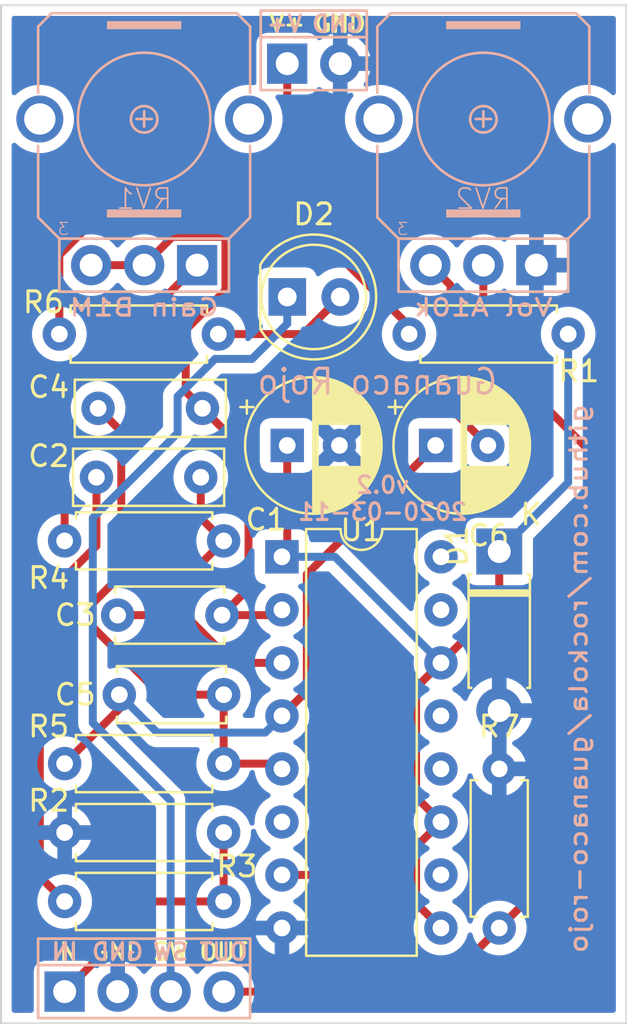
<source format=kicad_pcb>
(kicad_pcb (version 20200119) (host pcbnew "(5.99.0-1097-g51b994466)")

  (general
    (thickness 1.6)
    (drawings 9)
    (tracks 92)
    (modules 20)
    (nets 19)
  )

  (page "A4")
  (layers
    (0 "F.Cu" signal)
    (31 "B.Cu" signal)
    (32 "B.Adhes" user)
    (33 "F.Adhes" user)
    (34 "B.Paste" user)
    (35 "F.Paste" user)
    (36 "B.SilkS" user)
    (37 "F.SilkS" user)
    (38 "B.Mask" user)
    (39 "F.Mask" user)
    (40 "Dwgs.User" user)
    (41 "Cmts.User" user)
    (42 "Eco1.User" user)
    (43 "Eco2.User" user)
    (44 "Edge.Cuts" user)
    (45 "Margin" user)
    (46 "B.CrtYd" user)
    (47 "F.CrtYd" user)
    (48 "B.Fab" user)
    (49 "F.Fab" user)
  )

  (setup
    (stackup
      (layer "F.SilkS" (type "Top Silk Screen"))
      (layer "F.Paste" (type "Top Solder Paste"))
      (layer "F.Mask" (type "Top Solder Mask") (color "Green") (thickness 0.01))
      (layer "F.Cu" (type "copper") (thickness 0.035))
      (layer "dielectric 1" (type "core") (thickness 1.51) (material "FR4") (epsilon_r 4.5) (loss_tangent 0.02))
      (layer "B.Cu" (type "copper") (thickness 0.035))
      (layer "B.Mask" (type "Bottom Solder Mask") (color "Green") (thickness 0.01))
      (layer "B.Paste" (type "Bottom Solder Paste"))
      (layer "B.SilkS" (type "Bottom Silk Screen"))
      (copper_finish "None")
      (dielectric_constraints no)
    )
    (last_trace_width 0.381)
    (user_trace_width 0.381)
    (trace_clearance 0.2)
    (zone_clearance 0.508)
    (zone_45_only no)
    (trace_min 0.2)
    (via_size 0.8)
    (via_drill 0.4)
    (via_min_size 0.4)
    (via_min_drill 0.3)
    (uvia_size 0.3)
    (uvia_drill 0.1)
    (uvias_allowed no)
    (uvia_min_size 0.2)
    (uvia_min_drill 0.1)
    (max_error 0.005)
    (defaults
      (edge_clearance 0)
      (edge_cuts_line_width 0.1)
      (courtyard_line_width 0.12)
      (copper_line_width 0.2)
      (copper_text_dims (size 1.5 1.5) (thickness 0.3) keep_upright)
      (silk_line_width 0.15)
      (silk_text_dims (size 1 1) (thickness 0.15) keep_upright)
      (other_layers_line_width 0.15)
      (other_layers_text_dims (size 1 1) (thickness 0.15) keep_upright)
      (dimension_units 0)
      (dimension_precision 1)
    )
    (pad_size 1.7 1.7)
    (pad_drill 1)
    (pad_to_mask_clearance 0)
    (aux_axis_origin 0 0)
    (visible_elements FFFFFF7F)
    (pcbplotparams
      (layerselection 0x010fc_ffffffff)
      (usegerberextensions false)
      (usegerberattributes false)
      (usegerberadvancedattributes false)
      (creategerberjobfile false)
      (excludeedgelayer true)
      (linewidth 0.100000)
      (plotframeref false)
      (viasonmask false)
      (mode 1)
      (useauxorigin false)
      (hpglpennumber 1)
      (hpglpenspeed 20)
      (hpglpendiameter 15.000000)
      (psnegative false)
      (psa4output false)
      (plotreference true)
      (plotvalue true)
      (plotinvisibletext false)
      (padsonsilk false)
      (subtractmaskfromsilk false)
      (outputformat 1)
      (mirror false)
      (drillshape 0)
      (scaleselection 1)
      (outputdirectory "")
    )
  )

  (net 0 "")
  (net 1 "GND")
  (net 2 "Net-(C1-Pad1)")
  (net 3 "Net-(C2-Pad2)")
  (net 4 "Net-(C2-Pad1)")
  (net 5 "Net-(C3-Pad2)")
  (net 6 "Net-(C4-Pad2)")
  (net 7 "Net-(C5-Pad2)")
  (net 8 "Net-(C6-Pad2)")
  (net 9 "Net-(D2-Pad2)")
  (net 10 "+9V")
  (net 11 "IN")
  (net 12 "Net-(R4-Pad2)")
  (net 13 "OUT")
  (net 14 "Net-(U1-Pad15)")
  (net 15 "Net-(U1-Pad6)")
  (net 16 "Net-(U1-Pad12)")
  (net 17 "Net-(U1-Pad10)")
  (net 18 "LED-")

  (net_class "Default" "This is the default net class."
    (clearance 0.2)
    (trace_width 0.25)
    (via_dia 0.8)
    (via_drill 0.4)
    (uvia_dia 0.3)
    (uvia_drill 0.1)
    (add_net "+9V")
    (add_net "GND")
    (add_net "IN")
    (add_net "LED-")
    (add_net "Net-(C1-Pad1)")
    (add_net "Net-(C2-Pad1)")
    (add_net "Net-(C2-Pad2)")
    (add_net "Net-(C3-Pad2)")
    (add_net "Net-(C4-Pad2)")
    (add_net "Net-(C5-Pad2)")
    (add_net "Net-(C6-Pad2)")
    (add_net "Net-(D2-Pad2)")
    (add_net "Net-(R4-Pad2)")
    (add_net "Net-(U1-Pad10)")
    (add_net "Net-(U1-Pad12)")
    (add_net "Net-(U1-Pad15)")
    (add_net "Net-(U1-Pad6)")
    (add_net "OUT")
  )

  (module "potentiometers:9MM_METAL_SHAFT" (layer "F.Cu") (tedit 5E053891) (tstamp 00000000-0000-0000-0000-00005e511811)
    (at 148.336 73.914)
    (descr "<b>9mm / Right-Angle /  PC Mount / Metal Shaft</b>\n<p>\n<a href=\"http://smallbear-electronics.mybigcommerce.com/alpha-single-gang-9mm-right-angle-pc-mount/\">http://smallbear-electronics.mybigcommerce.com/alpha-single-gang-9mm-right-angle-pc-mount/</a>")
    (path "/00000000-0000-0000-0000-00005e5545f9")
    (fp_text reference "RV2" (at 0 -3.175) (layer "B.SilkS")
      (effects (font (size 0.9652 0.9652) (thickness 0.08128)) (justify mirror))
    )
    (fp_text value "A10k" (at 0 0) (layer "F.SilkS") hide
      (effects (font (size 1.524 1.524) (thickness 0.15)))
    )
    (fp_circle (center 0 -7) (end 3.175 -7) (layer "B.SilkS") (width 0.127))
    (fp_line (start -4.445 -12.065) (end 4.445 -12.065) (layer "B.SilkS") (width 0.127))
    (fp_line (start 4.445 -12.065) (end 5.08 -11.43) (layer "B.SilkS") (width 0.127))
    (fp_line (start 4.064 -1.27) (end -4.064 -1.27) (layer "F.SilkS") (width 0.127))
    (fp_line (start -5.08 -11.43) (end -4.445 -12.065) (layer "B.SilkS") (width 0.127))
    (fp_line (start -4.064 -1.27) (end -4.064 1.27) (layer "F.SilkS") (width 0.127))
    (fp_line (start -4.064 1.27) (end 4.064 1.27) (layer "F.SilkS") (width 0.127))
    (fp_line (start 4.064 1.27) (end 4.064 -1.27) (layer "F.SilkS") (width 0.127))
    (fp_line (start -5.08 -2.286) (end -4.064 -1.27) (layer "B.SilkS") (width 0.127))
    (fp_line (start -0.365 -7) (end 0.365 -7) (layer "B.SilkS") (width 0.127))
    (fp_line (start 0 -7.365) (end 0 -6.635) (layer "B.SilkS") (width 0.127))
    (fp_line (start -4.064 -1.27) (end 4.064 -1.27) (layer "B.SilkS") (width 0.127))
    (fp_line (start 4.064 -1.27) (end 4.064 1.27) (layer "B.SilkS") (width 0.127))
    (fp_line (start 4.064 1.27) (end -4.064 1.27) (layer "B.SilkS") (width 0.127))
    (fp_line (start -4.064 1.27) (end -4.064 -1.27) (layer "B.SilkS") (width 0.127))
    (fp_text user "3" (at -3.556 -1.397) (layer "B.SilkS")
      (effects (font (size 0.57912 0.57912) (thickness 0.048768)) (justify left bottom mirror))
    )
    (fp_circle (center 0 -6.985) (end 0.635 -6.985) (layer "B.SilkS") (width 0.127))
    (fp_line (start -5.08 -11.43) (end -5.08 -8.255) (layer "B.SilkS") (width 0.127))
    (fp_line (start -5.08 -2.286) (end -5.08 -5.715) (layer "B.SilkS") (width 0.127))
    (fp_line (start 5.08 -11.43) (end 5.08 -8.255) (layer "B.SilkS") (width 0.127))
    (fp_line (start 5.08 -2.286) (end 5.08 -5.715) (layer "B.SilkS") (width 0.127))
    (fp_line (start 4.064 -1.27) (end 5.08 -2.286) (layer "B.SilkS") (width 0.127))
    (fp_poly (pts (xy -1.778 -11.303) (xy 1.778 -11.303) (xy 1.778 -11.684) (xy -1.778 -11.684)) (layer "F.SilkS") (width 0))
    (fp_poly (pts (xy -1.778 -2.286) (xy 1.778 -2.286) (xy 1.778 -2.667) (xy -1.778 -2.667)) (layer "F.SilkS") (width 0))
    (fp_poly (pts (xy -1.778 -11.303) (xy 1.778 -11.303) (xy 1.778 -11.684) (xy -1.778 -11.684)) (layer "B.SilkS") (width 0))
    (fp_poly (pts (xy -1.778 -2.286) (xy 1.778 -2.286) (xy 1.778 -2.667) (xy -1.778 -2.667)) (layer "B.SilkS") (width 0))
    (pad "" thru_hole oval (at 5 -7) (size 2.25 2.25) (drill 1.5) (layers *.Cu *.Mask) (tstamp 42acb59d-b086-4bf9-9ca7-acf479b0accb))
    (pad "" thru_hole oval (at -5 -7) (size 2.25 2.25) (drill 1.5) (layers *.Cu *.Mask) (tstamp 628806ae-2b2e-4f54-8c6c-2154c321bbf8))
    (pad "3" thru_hole oval (at -2.54 0) (size 1.9304 1.9304) (drill 1.1) (layers *.Cu *.Mask)
      (net 8 "Net-(C6-Pad2)") (tstamp 6bec7f05-76cb-43a4-aa45-6521513d5f24))
    (pad "2" thru_hole oval (at 0 0) (size 1.9304 1.9304) (drill 1.1) (layers *.Cu *.Mask)
      (net 13 "OUT") (tstamp f88ef35c-065f-42a5-bc19-a60359d98d80))
    (pad "1" thru_hole rect (at 2.54 0) (size 1.9304 1.9304) (drill 1.1) (layers *.Cu *.Mask)
      (net 1 "GND") (tstamp c11e7ed7-a43b-492d-812f-0ffc74b08b83))
    (model "${DHAILLANT_3D}/potentiometers/ALPHA-RD901F-40.step"
      (offset (xyz 0 7.05 -1.75))
      (scale (xyz 1 1 1))
      (rotate (xyz 0 180 0))
    )
  )

  (module "potentiometers:9MM_METAL_SHAFT" (layer "F.Cu") (tedit 5E053891) (tstamp 00000000-0000-0000-0000-00005e5117fd)
    (at 132.08 73.914)
    (descr "<b>9mm / Right-Angle /  PC Mount / Metal Shaft</b>\n<p>\n<a href=\"http://smallbear-electronics.mybigcommerce.com/alpha-single-gang-9mm-right-angle-pc-mount/\">http://smallbear-electronics.mybigcommerce.com/alpha-single-gang-9mm-right-angle-pc-mount/</a>")
    (path "/00000000-0000-0000-0000-00005e550148")
    (fp_text reference "RV1" (at 0 -3.175) (layer "B.SilkS")
      (effects (font (size 0.9652 0.9652) (thickness 0.08128)) (justify mirror))
    )
    (fp_text value "B1M" (at 0 0) (layer "F.SilkS") hide
      (effects (font (size 1.524 1.524) (thickness 0.15)))
    )
    (fp_circle (center 0 -7) (end 3.175 -7) (layer "B.SilkS") (width 0.127))
    (fp_line (start -4.445 -12.065) (end 4.445 -12.065) (layer "B.SilkS") (width 0.127))
    (fp_line (start 4.445 -12.065) (end 5.08 -11.43) (layer "B.SilkS") (width 0.127))
    (fp_line (start 4.064 -1.27) (end -4.064 -1.27) (layer "F.SilkS") (width 0.127))
    (fp_line (start -5.08 -11.43) (end -4.445 -12.065) (layer "B.SilkS") (width 0.127))
    (fp_line (start -4.064 -1.27) (end -4.064 1.27) (layer "F.SilkS") (width 0.127))
    (fp_line (start -4.064 1.27) (end 4.064 1.27) (layer "F.SilkS") (width 0.127))
    (fp_line (start 4.064 1.27) (end 4.064 -1.27) (layer "F.SilkS") (width 0.127))
    (fp_line (start -5.08 -2.286) (end -4.064 -1.27) (layer "B.SilkS") (width 0.127))
    (fp_line (start -0.365 -7) (end 0.365 -7) (layer "B.SilkS") (width 0.127))
    (fp_line (start 0 -7.365) (end 0 -6.635) (layer "B.SilkS") (width 0.127))
    (fp_line (start -4.064 -1.27) (end 4.064 -1.27) (layer "B.SilkS") (width 0.127))
    (fp_line (start 4.064 -1.27) (end 4.064 1.27) (layer "B.SilkS") (width 0.127))
    (fp_line (start 4.064 1.27) (end -4.064 1.27) (layer "B.SilkS") (width 0.127))
    (fp_line (start -4.064 1.27) (end -4.064 -1.27) (layer "B.SilkS") (width 0.127))
    (fp_text user "3" (at -3.556 -1.397) (layer "B.SilkS")
      (effects (font (size 0.57912 0.57912) (thickness 0.048768)) (justify left bottom mirror))
    )
    (fp_circle (center 0 -6.985) (end 0.635 -6.985) (layer "B.SilkS") (width 0.127))
    (fp_line (start -5.08 -11.43) (end -5.08 -8.255) (layer "B.SilkS") (width 0.127))
    (fp_line (start -5.08 -2.286) (end -5.08 -5.715) (layer "B.SilkS") (width 0.127))
    (fp_line (start 5.08 -11.43) (end 5.08 -8.255) (layer "B.SilkS") (width 0.127))
    (fp_line (start 5.08 -2.286) (end 5.08 -5.715) (layer "B.SilkS") (width 0.127))
    (fp_line (start 4.064 -1.27) (end 5.08 -2.286) (layer "B.SilkS") (width 0.127))
    (fp_poly (pts (xy -1.778 -11.303) (xy 1.778 -11.303) (xy 1.778 -11.684) (xy -1.778 -11.684)) (layer "F.SilkS") (width 0))
    (fp_poly (pts (xy -1.778 -2.286) (xy 1.778 -2.286) (xy 1.778 -2.667) (xy -1.778 -2.667)) (layer "F.SilkS") (width 0))
    (fp_poly (pts (xy -1.778 -11.303) (xy 1.778 -11.303) (xy 1.778 -11.684) (xy -1.778 -11.684)) (layer "B.SilkS") (width 0))
    (fp_poly (pts (xy -1.778 -2.286) (xy 1.778 -2.286) (xy 1.778 -2.667) (xy -1.778 -2.667)) (layer "B.SilkS") (width 0))
    (pad "" thru_hole oval (at 5 -7) (size 2.25 2.25) (drill 1.5) (layers *.Cu *.Mask) (tstamp 9a8eee62-b24f-43e2-bff1-50df6c93a6de))
    (pad "" thru_hole oval (at -5 -7) (size 2.25 2.25) (drill 1.5) (layers *.Cu *.Mask) (tstamp 8cc515be-2aaf-407d-92b9-593b5f1e4388))
    (pad "3" thru_hole oval (at -2.54 0) (size 1.9304 1.9304) (drill 1.1) (layers *.Cu *.Mask)
      (net 5 "Net-(C3-Pad2)") (tstamp 615df01c-44c9-4042-8092-c1422df46e43))
    (pad "2" thru_hole oval (at 0 0) (size 1.9304 1.9304) (drill 1.1) (layers *.Cu *.Mask)
      (net 5 "Net-(C3-Pad2)") (tstamp b5a12c12-59c8-4e77-bb82-73fa20f9ea91))
    (pad "1" thru_hole rect (at 2.54 0) (size 1.9304 1.9304) (drill 1.1) (layers *.Cu *.Mask)
      (net 12 "Net-(R4-Pad2)") (tstamp e7636898-d7ec-4908-b74e-5d2b440a76a9))
    (model "${DHAILLANT_3D}/potentiometers/ALPHA-RD901F-40.step"
      (offset (xyz 0 7.05 -1.75))
      (scale (xyz 1 1 1))
      (rotate (xyz 0 180 0))
    )
  )

  (module "rockola_kicad_footprints:Power_Header_2pin" (layer "F.Cu") (tedit 5E650474) (tstamp 00000000-0000-0000-0000-00005e511732)
    (at 142.748 64.262)
    (path "/00000000-0000-0000-0000-00005e73bb6d")
    (fp_text reference "J2" (at -2.54 2.54) (layer "B.SilkS") hide
      (effects (font (size 0.9652 0.9652) (thickness 0.08128)) (justify mirror))
    )
    (fp_text value "Power_Connector" (at -2.54 0) (layer "F.SilkS") hide
      (effects (font (size 1.524 1.524) (thickness 0.15)))
    )
    (fp_line (start -5.08 -1.27) (end 0 -1.27) (layer "F.SilkS") (width 0.127))
    (fp_line (start 0 1.27) (end -5.08 1.27) (layer "F.SilkS") (width 0.127))
    (fp_line (start -5.08 1.27) (end -5.08 -1.27) (layer "F.SilkS") (width 0.127))
    (fp_line (start 0 1.27) (end 0 -1.27) (layer "F.SilkS") (width 0.127))
    (fp_line (start 0 -2.54) (end -5.08 -2.54) (layer "F.SilkS") (width 0.127))
    (fp_line (start -5.08 -1.27) (end -5.08 -2.54) (layer "F.SilkS") (width 0.127))
    (fp_line (start 0 -1.27) (end 0 -2.54) (layer "F.SilkS") (width 0.127))
    (fp_line (start 0 -1.27) (end -5.08 -1.27) (layer "B.SilkS") (width 0.127))
    (fp_line (start -5.08 1.27) (end 0 1.27) (layer "B.SilkS") (width 0.127))
    (fp_line (start 0 1.27) (end 0 -1.27) (layer "B.SilkS") (width 0.127))
    (fp_line (start -5.08 1.27) (end -5.08 -1.27) (layer "B.SilkS") (width 0.127))
    (fp_line (start -5.08 -2.54) (end 0 -2.54) (layer "B.SilkS") (width 0.127))
    (fp_line (start 0 -1.27) (end 0 -2.54) (layer "B.SilkS") (width 0.127))
    (fp_line (start -5.08 -1.27) (end -5.08 -2.54) (layer "B.SilkS") (width 0.127))
    (fp_text user "V+" (at -3.81 -1.905 unlocked) (layer "F.SilkS")
      (effects (font (size 0.8 0.8) (thickness 0.15)))
    )
    (fp_text user "GND" (at -1.27 -1.905 unlocked) (layer "F.SilkS")
      (effects (font (size 0.8 0.8) (thickness 0.15)))
    )
    (fp_text user "V+" (at -3.937 -1.905 unlocked) (layer "B.SilkS")
      (effects (font (size 0.8 0.8) (thickness 0.15)) (justify mirror))
    )
    (fp_text user "GND" (at -1.397 -1.905 unlocked) (layer "B.SilkS")
      (effects (font (size 0.8 0.8) (thickness 0.15)) (justify mirror))
    )
    (pad "2" thru_hole oval (at -1.27 0) (size 1.9304 1.9304) (drill 1.1) (layers *.Cu *.Mask)
      (net 1 "GND") (tstamp fe5bcb1b-2483-4cfa-838a-efeafa037a2e))
    (pad "1" thru_hole rect (at -3.81 0) (size 1.9304 1.9304) (drill 1.1) (layers *.Cu *.Mask)
      (net 10 "+9V") (tstamp 80c164d5-f36d-4c67-84f3-06ec268e6f46))
  )

  (module "rockola_kicad_footprints:Stomp_4pin" (layer "F.Cu") (tedit 5E650581) (tstamp 00000000-0000-0000-0000-00005e51171c)
    (at 132.08 108.712)
    (path "/00000000-0000-0000-0000-00005e7170d8")
    (fp_text reference "J1" (at 0 -3.302) (layer "B.SilkS") hide
      (effects (font (size 0.9652 0.9652) (thickness 0.08128)) (justify mirror))
    )
    (fp_text value "Stomp_Connector" (at 0 0) (layer "F.SilkS") hide
      (effects (font (size 1.524 1.524) (thickness 0.15)))
    )
    (fp_line (start -5.08 -1.27) (end 5.08 -1.27) (layer "F.SilkS") (width 0.127))
    (fp_line (start 5.08 1.27) (end -5.08 1.27) (layer "F.SilkS") (width 0.127))
    (fp_line (start -5.08 1.27) (end -5.08 -1.27) (layer "F.SilkS") (width 0.127))
    (fp_line (start 5.08 1.27) (end 5.08 -1.27) (layer "F.SilkS") (width 0.127))
    (fp_line (start 5.08 -2.54) (end -5.08 -2.54) (layer "F.SilkS") (width 0.127))
    (fp_line (start -5.08 -1.27) (end -5.08 -2.54) (layer "F.SilkS") (width 0.127))
    (fp_line (start 5.08 -1.27) (end 5.08 -2.54) (layer "F.SilkS") (width 0.127))
    (fp_line (start 5.08 -1.27) (end -5.08 -1.27) (layer "B.SilkS") (width 0.127))
    (fp_line (start -5.08 1.27) (end 5.08 1.27) (layer "B.SilkS") (width 0.127))
    (fp_line (start 5.08 1.27) (end 5.08 -1.27) (layer "B.SilkS") (width 0.127))
    (fp_line (start -5.08 1.27) (end -5.08 -1.27) (layer "B.SilkS") (width 0.127))
    (fp_line (start -5.08 -2.54) (end 5.08 -2.54) (layer "B.SilkS") (width 0.127))
    (fp_line (start 5.08 -1.27) (end 5.08 -2.54) (layer "B.SilkS") (width 0.127))
    (fp_line (start -5.08 -1.27) (end -5.08 -2.54) (layer "B.SilkS") (width 0.127))
    (fp_text user "IN" (at -3.81 -1.905 unlocked) (layer "F.SilkS")
      (effects (font (size 0.8 0.8) (thickness 0.15)))
    )
    (fp_text user "GND" (at -1.27 -1.905 unlocked) (layer "F.SilkS")
      (effects (font (size 0.8 0.8) (thickness 0.15)))
    )
    (fp_text user "SW" (at 1.27 -1.905 unlocked) (layer "F.SilkS")
      (effects (font (size 0.8 0.8) (thickness 0.15)))
    )
    (fp_text user "OUT" (at 3.81 -1.905 unlocked) (layer "F.SilkS")
      (effects (font (size 0.8 0.8) (thickness 0.15)))
    )
    (fp_text user "IN" (at -3.81 -1.905 unlocked) (layer "B.SilkS")
      (effects (font (size 0.8 0.8) (thickness 0.15)) (justify mirror))
    )
    (fp_text user "GND" (at -1.27 -1.905 unlocked) (layer "B.SilkS")
      (effects (font (size 0.8 0.8) (thickness 0.15)) (justify mirror))
    )
    (fp_text user "SW" (at 1.27 -1.905 unlocked) (layer "B.SilkS")
      (effects (font (size 0.8 0.8) (thickness 0.15)) (justify mirror))
    )
    (fp_text user "OUT" (at 3.81 -1.905 unlocked) (layer "B.SilkS")
      (effects (font (size 0.8 0.8) (thickness 0.15)) (justify mirror))
    )
    (pad "4" thru_hole oval (at 3.81 0) (size 1.9304 1.9304) (drill 1.1) (layers *.Cu *.Mask)
      (net 13 "OUT") (tstamp c39a63d5-b2bf-4446-8341-d9273400d4ac))
    (pad "3" thru_hole oval (at 1.27 0) (size 1.9304 1.9304) (drill 1.1) (layers *.Cu *.Mask)
      (net 18 "LED-") (tstamp 0d6666cb-5156-4589-aeca-215bfd503e8e))
    (pad "2" thru_hole oval (at -1.27 0) (size 1.9304 1.9304) (drill 1.1) (layers *.Cu *.Mask)
      (net 1 "GND") (tstamp 24ea5d60-874a-415d-bf8c-8202aec3395c))
    (pad "1" thru_hole rect (at -3.81 0) (size 1.9304 1.9304) (drill 1.1) (layers *.Cu *.Mask)
      (net 11 "IN") (tstamp e89959f2-7bc8-4643-92bb-c4fddd64d5ff))
  )

  (module "LED_THT:LED_D5.0mm" (layer "F.Cu") (tedit 5995936A) (tstamp 00000000-0000-0000-0000-00005e511706)
    (at 138.938 75.438)
    (descr "LED, diameter 5.0mm, 2 pins, http://cdn-reichelt.de/documents/datenblatt/A500/LL-504BC2E-009.pdf")
    (tags "LED diameter 5.0mm 2 pins")
    (path "/00000000-0000-0000-0000-00005e729700")
    (fp_text reference "D2" (at 1.27 -3.96) (layer "F.SilkS")
      (effects (font (size 1 1) (thickness 0.15)))
    )
    (fp_text value "LED" (at 1.27 3.96) (layer "F.Fab")
      (effects (font (size 1 1) (thickness 0.15)))
    )
    (fp_arc (start 1.27 0) (end -1.23 -1.469694) (angle 299.1) (layer "F.Fab") (width 0.1))
    (fp_arc (start 1.27 0) (end -1.29 -1.54483) (angle 148.9) (layer "F.SilkS") (width 0.12))
    (fp_arc (start 1.27 0) (end -1.29 1.54483) (angle -148.9) (layer "F.SilkS") (width 0.12))
    (fp_circle (center 1.27 0) (end 3.77 0) (layer "F.Fab") (width 0.1))
    (fp_circle (center 1.27 0) (end 3.77 0) (layer "F.SilkS") (width 0.12))
    (fp_line (start -1.23 -1.469694) (end -1.23 1.469694) (layer "F.Fab") (width 0.1))
    (fp_line (start -1.29 -1.545) (end -1.29 1.545) (layer "F.SilkS") (width 0.12))
    (fp_line (start -1.95 -3.25) (end -1.95 3.25) (layer "F.CrtYd") (width 0.05))
    (fp_line (start -1.95 3.25) (end 4.5 3.25) (layer "F.CrtYd") (width 0.05))
    (fp_line (start 4.5 3.25) (end 4.5 -3.25) (layer "F.CrtYd") (width 0.05))
    (fp_line (start 4.5 -3.25) (end -1.95 -3.25) (layer "F.CrtYd") (width 0.05))
    (fp_text user "%R" (at 1.25 0) (layer "F.Fab")
      (effects (font (size 0.8 0.8) (thickness 0.2)))
    )
    (pad "2" thru_hole circle (at 2.54 0) (size 1.8 1.8) (drill 0.9) (layers *.Cu *.Mask)
      (net 9 "Net-(D2-Pad2)") (tstamp df374546-880d-4e3d-ae52-41a9bc907bff))
    (pad "1" thru_hole rect (at 0 0) (size 1.8 1.8) (drill 0.9) (layers *.Cu *.Mask)
      (net 18 "LED-") (tstamp 752f90b3-f702-415b-b137-b78c7dc3b943))
    (model "${KISYS3DMOD}/LED_THT.3dshapes/LED_D5.0mm.wrl"
      (at (xyz 0 0 0))
      (scale (xyz 1 1 1))
      (rotate (xyz 0 0 0))
    )
  )

  (module "Capacitor_THT:C_Disc_D5.0mm_W2.5mm_P5.00mm" (layer "F.Cu") (tedit 5AE50EF0) (tstamp 00000000-0000-0000-0000-00005e511618)
    (at 130.81 90.678)
    (descr "C, Disc series, Radial, pin pitch=5.00mm, , diameter*width=5*2.5mm^2, Capacitor, http://cdn-reichelt.de/documents/datenblatt/B300/DS_KERKO_TC.pdf")
    (tags "C Disc series Radial pin pitch 5.00mm  diameter 5mm width 2.5mm Capacitor")
    (path "/00000000-0000-0000-0000-00005e54a9d8")
    (fp_text reference "C3" (at -2.032 0) (layer "F.SilkS")
      (effects (font (size 1 1) (thickness 0.15)))
    )
    (fp_text value "47p" (at 2.5 2.5) (layer "F.Fab")
      (effects (font (size 1 1) (thickness 0.15)))
    )
    (fp_text user "%R" (at 2.5 0) (layer "F.Fab")
      (effects (font (size 1 1) (thickness 0.15)))
    )
    (fp_line (start 6.05 -1.5) (end -1.05 -1.5) (layer "F.CrtYd") (width 0.05))
    (fp_line (start 6.05 1.5) (end 6.05 -1.5) (layer "F.CrtYd") (width 0.05))
    (fp_line (start -1.05 1.5) (end 6.05 1.5) (layer "F.CrtYd") (width 0.05))
    (fp_line (start -1.05 -1.5) (end -1.05 1.5) (layer "F.CrtYd") (width 0.05))
    (fp_line (start 5.12 1.055) (end 5.12 1.37) (layer "F.SilkS") (width 0.12))
    (fp_line (start 5.12 -1.37) (end 5.12 -1.055) (layer "F.SilkS") (width 0.12))
    (fp_line (start -0.12 1.055) (end -0.12 1.37) (layer "F.SilkS") (width 0.12))
    (fp_line (start -0.12 -1.37) (end -0.12 -1.055) (layer "F.SilkS") (width 0.12))
    (fp_line (start -0.12 1.37) (end 5.12 1.37) (layer "F.SilkS") (width 0.12))
    (fp_line (start -0.12 -1.37) (end 5.12 -1.37) (layer "F.SilkS") (width 0.12))
    (fp_line (start 5 -1.25) (end 0 -1.25) (layer "F.Fab") (width 0.1))
    (fp_line (start 5 1.25) (end 5 -1.25) (layer "F.Fab") (width 0.1))
    (fp_line (start 0 1.25) (end 5 1.25) (layer "F.Fab") (width 0.1))
    (fp_line (start 0 -1.25) (end 0 1.25) (layer "F.Fab") (width 0.1))
    (pad "2" thru_hole circle (at 5 0) (size 1.6 1.6) (drill 0.8) (layers *.Cu *.Mask)
      (net 5 "Net-(C3-Pad2)") (tstamp 87ecf245-da46-4012-a49b-05a81d2fb10d))
    (pad "1" thru_hole circle (at 0 0) (size 1.6 1.6) (drill 0.8) (layers *.Cu *.Mask)
      (net 3 "Net-(C2-Pad2)") (tstamp 7730d944-7e47-4caf-bd76-b84f9a6f2b11))
    (model "${KISYS3DMOD}/Capacitor_THT.3dshapes/C_Disc_D5.0mm_W2.5mm_P5.00mm.wrl"
      (at (xyz 0 0 0))
      (scale (xyz 1 1 1))
      (rotate (xyz 0 0 0))
    )
  )

  (module "Package_DIP:DIP-16_W7.62mm" (layer "F.Cu") (tedit 5A02E8C5) (tstamp 00000000-0000-0000-0000-00005e511835)
    (at 138.684 87.884)
    (descr "16-lead though-hole mounted DIP package, row spacing 7.62 mm (300 mils)")
    (tags "THT DIP DIL PDIP 2.54mm 7.62mm 300mil")
    (path "/00000000-0000-0000-0000-00005e501fe9")
    (fp_text reference "U1" (at 3.81 -1.27) (layer "F.SilkS")
      (effects (font (size 1 1) (thickness 0.15)))
    )
    (fp_text value "4049" (at 3.81 20.11) (layer "F.Fab")
      (effects (font (size 1 1) (thickness 0.15)))
    )
    (fp_text user "%R" (at 3.81 8.89) (layer "F.Fab")
      (effects (font (size 1 1) (thickness 0.15)))
    )
    (fp_line (start 8.7 -1.55) (end -1.1 -1.55) (layer "F.CrtYd") (width 0.05))
    (fp_line (start 8.7 19.3) (end 8.7 -1.55) (layer "F.CrtYd") (width 0.05))
    (fp_line (start -1.1 19.3) (end 8.7 19.3) (layer "F.CrtYd") (width 0.05))
    (fp_line (start -1.1 -1.55) (end -1.1 19.3) (layer "F.CrtYd") (width 0.05))
    (fp_line (start 6.46 -1.33) (end 4.81 -1.33) (layer "F.SilkS") (width 0.12))
    (fp_line (start 6.46 19.11) (end 6.46 -1.33) (layer "F.SilkS") (width 0.12))
    (fp_line (start 1.16 19.11) (end 6.46 19.11) (layer "F.SilkS") (width 0.12))
    (fp_line (start 1.16 -1.33) (end 1.16 19.11) (layer "F.SilkS") (width 0.12))
    (fp_line (start 2.81 -1.33) (end 1.16 -1.33) (layer "F.SilkS") (width 0.12))
    (fp_line (start 0.635 -0.27) (end 1.635 -1.27) (layer "F.Fab") (width 0.1))
    (fp_line (start 0.635 19.05) (end 0.635 -0.27) (layer "F.Fab") (width 0.1))
    (fp_line (start 6.985 19.05) (end 0.635 19.05) (layer "F.Fab") (width 0.1))
    (fp_line (start 6.985 -1.27) (end 6.985 19.05) (layer "F.Fab") (width 0.1))
    (fp_line (start 1.635 -1.27) (end 6.985 -1.27) (layer "F.Fab") (width 0.1))
    (fp_arc (start 3.81 -1.33) (end 2.81 -1.33) (angle -180) (layer "F.SilkS") (width 0.12))
    (pad "16" thru_hole oval (at 7.62 0) (size 1.6 1.6) (drill 0.8) (layers *.Cu *.Mask) (tstamp 3b9c323e-546f-4a38-bad8-f487f4de28fb))
    (pad "8" thru_hole oval (at 0 17.78) (size 1.6 1.6) (drill 0.8) (layers *.Cu *.Mask)
      (net 1 "GND") (tstamp e104e7c5-bc1d-4a91-9939-740ed3c61159))
    (pad "15" thru_hole oval (at 7.62 2.54) (size 1.6 1.6) (drill 0.8) (layers *.Cu *.Mask)
      (net 14 "Net-(U1-Pad15)") (tstamp 3a13f635-a7f7-48cd-9740-65b72d631045))
    (pad "7" thru_hole oval (at 0 15.24) (size 1.6 1.6) (drill 0.8) (layers *.Cu *.Mask)
      (net 2 "Net-(C1-Pad1)") (tstamp 253f266e-72a2-4ae5-86c1-d5fddd913239))
    (pad "14" thru_hole oval (at 7.62 5.08) (size 1.6 1.6) (drill 0.8) (layers *.Cu *.Mask)
      (net 2 "Net-(C1-Pad1)") (tstamp cfebf6d0-0c0c-477e-98a2-e289bf20f702))
    (pad "6" thru_hole oval (at 0 12.7) (size 1.6 1.6) (drill 0.8) (layers *.Cu *.Mask)
      (net 15 "Net-(U1-Pad6)") (tstamp 266997a4-ac1a-49de-a0d5-d6b8ea12461e))
    (pad "13" thru_hole oval (at 7.62 7.62) (size 1.6 1.6) (drill 0.8) (layers *.Cu *.Mask) (tstamp 49ab950d-1b93-4a07-ba47-91ed28c58071))
    (pad "5" thru_hole oval (at 0 10.16) (size 1.6 1.6) (drill 0.8) (layers *.Cu *.Mask)
      (net 6 "Net-(C4-Pad2)") (tstamp 7bdb4989-a15d-42d6-94f2-2cd4b37d4052))
    (pad "12" thru_hole oval (at 7.62 10.16) (size 1.6 1.6) (drill 0.8) (layers *.Cu *.Mask)
      (net 16 "Net-(U1-Pad12)") (tstamp ed0357df-e528-46f1-9206-801502d0db6d))
    (pad "4" thru_hole oval (at 0 7.62) (size 1.6 1.6) (drill 0.8) (layers *.Cu *.Mask)
      (net 7 "Net-(C5-Pad2)") (tstamp 4c6c012f-1bab-43e7-8335-72e1b677c266))
    (pad "11" thru_hole oval (at 7.62 12.7) (size 1.6 1.6) (drill 0.8) (layers *.Cu *.Mask)
      (net 2 "Net-(C1-Pad1)") (tstamp 5fdef762-c33b-498e-8a98-03cef618703c))
    (pad "3" thru_hole oval (at 0 5.08) (size 1.6 1.6) (drill 0.8) (layers *.Cu *.Mask)
      (net 3 "Net-(C2-Pad2)") (tstamp f6009a9b-6001-4366-a3f3-d757afd30d7c))
    (pad "10" thru_hole oval (at 7.62 15.24) (size 1.6 1.6) (drill 0.8) (layers *.Cu *.Mask)
      (net 17 "Net-(U1-Pad10)") (tstamp b46f599b-b6af-4749-91ce-4e50d5087f75))
    (pad "2" thru_hole oval (at 0 2.54) (size 1.6 1.6) (drill 0.8) (layers *.Cu *.Mask)
      (net 5 "Net-(C3-Pad2)") (tstamp 160f7dcb-4b28-44d5-8c3d-c7963440bc72))
    (pad "9" thru_hole oval (at 7.62 17.78) (size 1.6 1.6) (drill 0.8) (layers *.Cu *.Mask)
      (net 2 "Net-(C1-Pad1)") (tstamp fbf4dbc0-2a68-4079-9601-c28c3adec28b))
    (pad "1" thru_hole rect (at 0 0) (size 1.6 1.6) (drill 0.8) (layers *.Cu *.Mask)
      (net 2 "Net-(C1-Pad1)") (tstamp 2e8f5ee7-83f0-4e2e-ab28-454e1356fb15))
    (model "${KISYS3DMOD}/Package_DIP.3dshapes/DIP-16_W7.62mm.wrl"
      (at (xyz 0 0 0))
      (scale (xyz 1 1 1))
      (rotate (xyz 0 0 0))
    )
  )

  (module "Resistor_THT:R_Axial_DIN0207_L6.3mm_D2.5mm_P7.62mm_Horizontal" (layer "F.Cu") (tedit 5AE5139B) (tstamp 00000000-0000-0000-0000-00005e5117e9)
    (at 149.098 105.664 90)
    (descr "Resistor, Axial_DIN0207 series, Axial, Horizontal, pin pitch=7.62mm, 0.25W = 1/4W, length*diameter=6.3*2.5mm^2, http://cdn-reichelt.de/documents/datenblatt/B400/1_4W%23YAG.pdf")
    (tags "Resistor Axial_DIN0207 series Axial Horizontal pin pitch 7.62mm 0.25W = 1/4W length 6.3mm diameter 2.5mm")
    (path "/00000000-0000-0000-0000-00005e566d25")
    (fp_text reference "R7" (at 9.652 0 180) (layer "F.SilkS")
      (effects (font (size 1 1) (thickness 0.15)))
    )
    (fp_text value "1M" (at 3.81 2.37 90) (layer "F.Fab")
      (effects (font (size 1 1) (thickness 0.15)))
    )
    (fp_text user "%R" (at 3.81 0 90) (layer "F.Fab")
      (effects (font (size 1 1) (thickness 0.15)))
    )
    (fp_line (start 8.67 -1.5) (end -1.05 -1.5) (layer "F.CrtYd") (width 0.05))
    (fp_line (start 8.67 1.5) (end 8.67 -1.5) (layer "F.CrtYd") (width 0.05))
    (fp_line (start -1.05 1.5) (end 8.67 1.5) (layer "F.CrtYd") (width 0.05))
    (fp_line (start -1.05 -1.5) (end -1.05 1.5) (layer "F.CrtYd") (width 0.05))
    (fp_line (start 7.08 1.37) (end 7.08 1.04) (layer "F.SilkS") (width 0.12))
    (fp_line (start 0.54 1.37) (end 7.08 1.37) (layer "F.SilkS") (width 0.12))
    (fp_line (start 0.54 1.04) (end 0.54 1.37) (layer "F.SilkS") (width 0.12))
    (fp_line (start 7.08 -1.37) (end 7.08 -1.04) (layer "F.SilkS") (width 0.12))
    (fp_line (start 0.54 -1.37) (end 7.08 -1.37) (layer "F.SilkS") (width 0.12))
    (fp_line (start 0.54 -1.04) (end 0.54 -1.37) (layer "F.SilkS") (width 0.12))
    (fp_line (start 7.62 0) (end 6.96 0) (layer "F.Fab") (width 0.1))
    (fp_line (start 0 0) (end 0.66 0) (layer "F.Fab") (width 0.1))
    (fp_line (start 6.96 -1.25) (end 0.66 -1.25) (layer "F.Fab") (width 0.1))
    (fp_line (start 6.96 1.25) (end 6.96 -1.25) (layer "F.Fab") (width 0.1))
    (fp_line (start 0.66 1.25) (end 6.96 1.25) (layer "F.Fab") (width 0.1))
    (fp_line (start 0.66 -1.25) (end 0.66 1.25) (layer "F.Fab") (width 0.1))
    (pad "2" thru_hole oval (at 7.62 0 90) (size 1.6 1.6) (drill 0.8) (layers *.Cu *.Mask)
      (net 1 "GND") (tstamp 39471d11-0c37-43ff-81db-384953ca9463))
    (pad "1" thru_hole circle (at 0 0 90) (size 1.6 1.6) (drill 0.8) (layers *.Cu *.Mask)
      (net 13 "OUT") (tstamp 706bd1c6-7c7c-4678-975e-2da2897c1d8c))
    (model "${KISYS3DMOD}/Resistor_THT.3dshapes/R_Axial_DIN0207_L6.3mm_D2.5mm_P7.62mm_Horizontal.wrl"
      (at (xyz 0 0 0))
      (scale (xyz 1 1 1))
      (rotate (xyz 0 0 0))
    )
  )

  (module "Resistor_THT:R_Axial_DIN0207_L6.3mm_D2.5mm_P7.62mm_Horizontal" (layer "F.Cu") (tedit 5AE5139B) (tstamp 00000000-0000-0000-0000-00005e5117d2)
    (at 135.636 77.216 180)
    (descr "Resistor, Axial_DIN0207 series, Axial, Horizontal, pin pitch=7.62mm, 0.25W = 1/4W, length*diameter=6.3*2.5mm^2, http://cdn-reichelt.de/documents/datenblatt/B400/1_4W%23YAG.pdf")
    (tags "Resistor Axial_DIN0207 series Axial Horizontal pin pitch 7.62mm 0.25W = 1/4W length 6.3mm diameter 2.5mm")
    (path "/00000000-0000-0000-0000-00005e72bedf")
    (fp_text reference "R6" (at 8.382 1.524) (layer "F.SilkS")
      (effects (font (size 1 1) (thickness 0.15)))
    )
    (fp_text value "4k7" (at 3.81 2.37) (layer "F.Fab")
      (effects (font (size 1 1) (thickness 0.15)))
    )
    (fp_text user "%R" (at 3.81 0) (layer "F.Fab")
      (effects (font (size 1 1) (thickness 0.15)))
    )
    (fp_line (start 8.67 -1.5) (end -1.05 -1.5) (layer "F.CrtYd") (width 0.05))
    (fp_line (start 8.67 1.5) (end 8.67 -1.5) (layer "F.CrtYd") (width 0.05))
    (fp_line (start -1.05 1.5) (end 8.67 1.5) (layer "F.CrtYd") (width 0.05))
    (fp_line (start -1.05 -1.5) (end -1.05 1.5) (layer "F.CrtYd") (width 0.05))
    (fp_line (start 7.08 1.37) (end 7.08 1.04) (layer "F.SilkS") (width 0.12))
    (fp_line (start 0.54 1.37) (end 7.08 1.37) (layer "F.SilkS") (width 0.12))
    (fp_line (start 0.54 1.04) (end 0.54 1.37) (layer "F.SilkS") (width 0.12))
    (fp_line (start 7.08 -1.37) (end 7.08 -1.04) (layer "F.SilkS") (width 0.12))
    (fp_line (start 0.54 -1.37) (end 7.08 -1.37) (layer "F.SilkS") (width 0.12))
    (fp_line (start 0.54 -1.04) (end 0.54 -1.37) (layer "F.SilkS") (width 0.12))
    (fp_line (start 7.62 0) (end 6.96 0) (layer "F.Fab") (width 0.1))
    (fp_line (start 0 0) (end 0.66 0) (layer "F.Fab") (width 0.1))
    (fp_line (start 6.96 -1.25) (end 0.66 -1.25) (layer "F.Fab") (width 0.1))
    (fp_line (start 6.96 1.25) (end 6.96 -1.25) (layer "F.Fab") (width 0.1))
    (fp_line (start 0.66 1.25) (end 6.96 1.25) (layer "F.Fab") (width 0.1))
    (fp_line (start 0.66 -1.25) (end 0.66 1.25) (layer "F.Fab") (width 0.1))
    (pad "2" thru_hole oval (at 7.62 0 180) (size 1.6 1.6) (drill 0.8) (layers *.Cu *.Mask)
      (net 10 "+9V") (tstamp 435bd0f6-a9a4-4a7f-ab03-24e8144424b6))
    (pad "1" thru_hole circle (at 0 0 180) (size 1.6 1.6) (drill 0.8) (layers *.Cu *.Mask)
      (net 9 "Net-(D2-Pad2)") (tstamp a5bed7cc-b693-478d-ad1d-9934816c1874))
    (model "${KISYS3DMOD}/Resistor_THT.3dshapes/R_Axial_DIN0207_L6.3mm_D2.5mm_P7.62mm_Horizontal.wrl"
      (at (xyz 0 0 0))
      (scale (xyz 1 1 1))
      (rotate (xyz 0 0 0))
    )
  )

  (module "Resistor_THT:R_Axial_DIN0207_L6.3mm_D2.5mm_P7.62mm_Horizontal" (layer "F.Cu") (tedit 5AE5139B) (tstamp 00000000-0000-0000-0000-00005e5117bb)
    (at 135.89 97.79 180)
    (descr "Resistor, Axial_DIN0207 series, Axial, Horizontal, pin pitch=7.62mm, 0.25W = 1/4W, length*diameter=6.3*2.5mm^2, http://cdn-reichelt.de/documents/datenblatt/B400/1_4W%23YAG.pdf")
    (tags "Resistor Axial_DIN0207 series Axial Horizontal pin pitch 7.62mm 0.25W = 1/4W length 6.3mm diameter 2.5mm")
    (path "/00000000-0000-0000-0000-00005e551e19")
    (fp_text reference "R5" (at 8.382 1.778) (layer "F.SilkS")
      (effects (font (size 1 1) (thickness 0.15)))
    )
    (fp_text value "1M" (at 3.81 2.37) (layer "F.Fab")
      (effects (font (size 1 1) (thickness 0.15)))
    )
    (fp_text user "%R" (at 3.81 0) (layer "F.Fab")
      (effects (font (size 1 1) (thickness 0.15)))
    )
    (fp_line (start 8.67 -1.5) (end -1.05 -1.5) (layer "F.CrtYd") (width 0.05))
    (fp_line (start 8.67 1.5) (end 8.67 -1.5) (layer "F.CrtYd") (width 0.05))
    (fp_line (start -1.05 1.5) (end 8.67 1.5) (layer "F.CrtYd") (width 0.05))
    (fp_line (start -1.05 -1.5) (end -1.05 1.5) (layer "F.CrtYd") (width 0.05))
    (fp_line (start 7.08 1.37) (end 7.08 1.04) (layer "F.SilkS") (width 0.12))
    (fp_line (start 0.54 1.37) (end 7.08 1.37) (layer "F.SilkS") (width 0.12))
    (fp_line (start 0.54 1.04) (end 0.54 1.37) (layer "F.SilkS") (width 0.12))
    (fp_line (start 7.08 -1.37) (end 7.08 -1.04) (layer "F.SilkS") (width 0.12))
    (fp_line (start 0.54 -1.37) (end 7.08 -1.37) (layer "F.SilkS") (width 0.12))
    (fp_line (start 0.54 -1.04) (end 0.54 -1.37) (layer "F.SilkS") (width 0.12))
    (fp_line (start 7.62 0) (end 6.96 0) (layer "F.Fab") (width 0.1))
    (fp_line (start 0 0) (end 0.66 0) (layer "F.Fab") (width 0.1))
    (fp_line (start 6.96 -1.25) (end 0.66 -1.25) (layer "F.Fab") (width 0.1))
    (fp_line (start 6.96 1.25) (end 6.96 -1.25) (layer "F.Fab") (width 0.1))
    (fp_line (start 0.66 1.25) (end 6.96 1.25) (layer "F.Fab") (width 0.1))
    (fp_line (start 0.66 -1.25) (end 0.66 1.25) (layer "F.Fab") (width 0.1))
    (pad "2" thru_hole oval (at 7.62 0 180) (size 1.6 1.6) (drill 0.8) (layers *.Cu *.Mask)
      (net 7 "Net-(C5-Pad2)") (tstamp 322ca7d2-1529-4a76-ab51-feff43ca8108))
    (pad "1" thru_hole circle (at 0 0 180) (size 1.6 1.6) (drill 0.8) (layers *.Cu *.Mask)
      (net 6 "Net-(C4-Pad2)") (tstamp 89a7693a-c9a4-4e5e-8da5-12ccd702bdb3))
    (model "${KISYS3DMOD}/Resistor_THT.3dshapes/R_Axial_DIN0207_L6.3mm_D2.5mm_P7.62mm_Horizontal.wrl"
      (at (xyz 0 0 0))
      (scale (xyz 1 1 1))
      (rotate (xyz 0 0 0))
    )
  )

  (module "Resistor_THT:R_Axial_DIN0207_L6.3mm_D2.5mm_P7.62mm_Horizontal" (layer "F.Cu") (tedit 5AE5139B) (tstamp 00000000-0000-0000-0000-00005e5117a4)
    (at 135.89 87.122 180)
    (descr "Resistor, Axial_DIN0207 series, Axial, Horizontal, pin pitch=7.62mm, 0.25W = 1/4W, length*diameter=6.3*2.5mm^2, http://cdn-reichelt.de/documents/datenblatt/B400/1_4W%23YAG.pdf")
    (tags "Resistor Axial_DIN0207 series Axial Horizontal pin pitch 7.62mm 0.25W = 1/4W length 6.3mm diameter 2.5mm")
    (path "/00000000-0000-0000-0000-00005e54d8bc")
    (fp_text reference "R4" (at 8.382 -1.778) (layer "F.SilkS")
      (effects (font (size 1 1) (thickness 0.15)))
    )
    (fp_text value "100k" (at 3.81 2.37) (layer "F.Fab")
      (effects (font (size 1 1) (thickness 0.15)))
    )
    (fp_text user "%R" (at 3.81 0) (layer "F.Fab")
      (effects (font (size 1 1) (thickness 0.15)))
    )
    (fp_line (start 8.67 -1.5) (end -1.05 -1.5) (layer "F.CrtYd") (width 0.05))
    (fp_line (start 8.67 1.5) (end 8.67 -1.5) (layer "F.CrtYd") (width 0.05))
    (fp_line (start -1.05 1.5) (end 8.67 1.5) (layer "F.CrtYd") (width 0.05))
    (fp_line (start -1.05 -1.5) (end -1.05 1.5) (layer "F.CrtYd") (width 0.05))
    (fp_line (start 7.08 1.37) (end 7.08 1.04) (layer "F.SilkS") (width 0.12))
    (fp_line (start 0.54 1.37) (end 7.08 1.37) (layer "F.SilkS") (width 0.12))
    (fp_line (start 0.54 1.04) (end 0.54 1.37) (layer "F.SilkS") (width 0.12))
    (fp_line (start 7.08 -1.37) (end 7.08 -1.04) (layer "F.SilkS") (width 0.12))
    (fp_line (start 0.54 -1.37) (end 7.08 -1.37) (layer "F.SilkS") (width 0.12))
    (fp_line (start 0.54 -1.04) (end 0.54 -1.37) (layer "F.SilkS") (width 0.12))
    (fp_line (start 7.62 0) (end 6.96 0) (layer "F.Fab") (width 0.1))
    (fp_line (start 0 0) (end 0.66 0) (layer "F.Fab") (width 0.1))
    (fp_line (start 6.96 -1.25) (end 0.66 -1.25) (layer "F.Fab") (width 0.1))
    (fp_line (start 6.96 1.25) (end 6.96 -1.25) (layer "F.Fab") (width 0.1))
    (fp_line (start 0.66 1.25) (end 6.96 1.25) (layer "F.Fab") (width 0.1))
    (fp_line (start 0.66 -1.25) (end 0.66 1.25) (layer "F.Fab") (width 0.1))
    (pad "2" thru_hole oval (at 7.62 0 180) (size 1.6 1.6) (drill 0.8) (layers *.Cu *.Mask)
      (net 12 "Net-(R4-Pad2)") (tstamp 157af961-3911-43dd-b5b7-d380590a1723))
    (pad "1" thru_hole circle (at 0 0 180) (size 1.6 1.6) (drill 0.8) (layers *.Cu *.Mask)
      (net 3 "Net-(C2-Pad2)") (tstamp 60f864f8-184d-4637-bc4a-3f400f13e9cb))
    (model "${KISYS3DMOD}/Resistor_THT.3dshapes/R_Axial_DIN0207_L6.3mm_D2.5mm_P7.62mm_Horizontal.wrl"
      (at (xyz 0 0 0))
      (scale (xyz 1 1 1))
      (rotate (xyz 0 0 0))
    )
  )

  (module "Resistor_THT:R_Axial_DIN0207_L6.3mm_D2.5mm_P7.62mm_Horizontal" (layer "F.Cu") (tedit 5AE5139B) (tstamp 00000000-0000-0000-0000-00005e51178d)
    (at 135.89 104.394 180)
    (descr "Resistor, Axial_DIN0207 series, Axial, Horizontal, pin pitch=7.62mm, 0.25W = 1/4W, length*diameter=6.3*2.5mm^2, http://cdn-reichelt.de/documents/datenblatt/B400/1_4W%23YAG.pdf")
    (tags "Resistor Axial_DIN0207 series Axial Horizontal pin pitch 7.62mm 0.25W = 1/4W length 6.3mm diameter 2.5mm")
    (path "/00000000-0000-0000-0000-00005e548ebb")
    (fp_text reference "R3" (at -0.638759 1.682) (layer "F.SilkS")
      (effects (font (size 1 1) (thickness 0.15)))
    )
    (fp_text value "100k" (at 3.81 2.37) (layer "F.Fab")
      (effects (font (size 1 1) (thickness 0.15)))
    )
    (fp_text user "%R" (at 3.81 0) (layer "F.Fab")
      (effects (font (size 1 1) (thickness 0.15)))
    )
    (fp_line (start 8.67 -1.5) (end -1.05 -1.5) (layer "F.CrtYd") (width 0.05))
    (fp_line (start 8.67 1.5) (end 8.67 -1.5) (layer "F.CrtYd") (width 0.05))
    (fp_line (start -1.05 1.5) (end 8.67 1.5) (layer "F.CrtYd") (width 0.05))
    (fp_line (start -1.05 -1.5) (end -1.05 1.5) (layer "F.CrtYd") (width 0.05))
    (fp_line (start 7.08 1.37) (end 7.08 1.04) (layer "F.SilkS") (width 0.12))
    (fp_line (start 0.54 1.37) (end 7.08 1.37) (layer "F.SilkS") (width 0.12))
    (fp_line (start 0.54 1.04) (end 0.54 1.37) (layer "F.SilkS") (width 0.12))
    (fp_line (start 7.08 -1.37) (end 7.08 -1.04) (layer "F.SilkS") (width 0.12))
    (fp_line (start 0.54 -1.37) (end 7.08 -1.37) (layer "F.SilkS") (width 0.12))
    (fp_line (start 0.54 -1.04) (end 0.54 -1.37) (layer "F.SilkS") (width 0.12))
    (fp_line (start 7.62 0) (end 6.96 0) (layer "F.Fab") (width 0.1))
    (fp_line (start 0 0) (end 0.66 0) (layer "F.Fab") (width 0.1))
    (fp_line (start 6.96 -1.25) (end 0.66 -1.25) (layer "F.Fab") (width 0.1))
    (fp_line (start 6.96 1.25) (end 6.96 -1.25) (layer "F.Fab") (width 0.1))
    (fp_line (start 0.66 1.25) (end 6.96 1.25) (layer "F.Fab") (width 0.1))
    (fp_line (start 0.66 -1.25) (end 0.66 1.25) (layer "F.Fab") (width 0.1))
    (pad "2" thru_hole oval (at 7.62 0 180) (size 1.6 1.6) (drill 0.8) (layers *.Cu *.Mask)
      (net 4 "Net-(C2-Pad1)") (tstamp 057ea714-8b13-4eca-b72a-a716fc1c890d))
    (pad "1" thru_hole circle (at 0 0 180) (size 1.6 1.6) (drill 0.8) (layers *.Cu *.Mask)
      (net 11 "IN") (tstamp 4de89251-80f8-4f8b-a3d4-d247da612b61))
    (model "${KISYS3DMOD}/Resistor_THT.3dshapes/R_Axial_DIN0207_L6.3mm_D2.5mm_P7.62mm_Horizontal.wrl"
      (at (xyz 0 0 0))
      (scale (xyz 1 1 1))
      (rotate (xyz 0 0 0))
    )
  )

  (module "Resistor_THT:R_Axial_DIN0207_L6.3mm_D2.5mm_P7.62mm_Horizontal" (layer "F.Cu") (tedit 5AE5139B) (tstamp 00000000-0000-0000-0000-00005e511776)
    (at 135.89 101.092 180)
    (descr "Resistor, Axial_DIN0207 series, Axial, Horizontal, pin pitch=7.62mm, 0.25W = 1/4W, length*diameter=6.3*2.5mm^2, http://cdn-reichelt.de/documents/datenblatt/B400/1_4W%23YAG.pdf")
    (tags "Resistor Axial_DIN0207 series Axial Horizontal pin pitch 7.62mm 0.25W = 1/4W length 6.3mm diameter 2.5mm")
    (path "/00000000-0000-0000-0000-00005e5438ce")
    (fp_text reference "R2" (at 8.382 1.524) (layer "F.SilkS")
      (effects (font (size 1 1) (thickness 0.15)))
    )
    (fp_text value "1M" (at 3.81 2.37) (layer "F.Fab")
      (effects (font (size 1 1) (thickness 0.15)))
    )
    (fp_text user "%R" (at 3.81 0) (layer "F.Fab")
      (effects (font (size 1 1) (thickness 0.15)))
    )
    (fp_line (start 8.67 -1.5) (end -1.05 -1.5) (layer "F.CrtYd") (width 0.05))
    (fp_line (start 8.67 1.5) (end 8.67 -1.5) (layer "F.CrtYd") (width 0.05))
    (fp_line (start -1.05 1.5) (end 8.67 1.5) (layer "F.CrtYd") (width 0.05))
    (fp_line (start -1.05 -1.5) (end -1.05 1.5) (layer "F.CrtYd") (width 0.05))
    (fp_line (start 7.08 1.37) (end 7.08 1.04) (layer "F.SilkS") (width 0.12))
    (fp_line (start 0.54 1.37) (end 7.08 1.37) (layer "F.SilkS") (width 0.12))
    (fp_line (start 0.54 1.04) (end 0.54 1.37) (layer "F.SilkS") (width 0.12))
    (fp_line (start 7.08 -1.37) (end 7.08 -1.04) (layer "F.SilkS") (width 0.12))
    (fp_line (start 0.54 -1.37) (end 7.08 -1.37) (layer "F.SilkS") (width 0.12))
    (fp_line (start 0.54 -1.04) (end 0.54 -1.37) (layer "F.SilkS") (width 0.12))
    (fp_line (start 7.62 0) (end 6.96 0) (layer "F.Fab") (width 0.1))
    (fp_line (start 0 0) (end 0.66 0) (layer "F.Fab") (width 0.1))
    (fp_line (start 6.96 -1.25) (end 0.66 -1.25) (layer "F.Fab") (width 0.1))
    (fp_line (start 6.96 1.25) (end 6.96 -1.25) (layer "F.Fab") (width 0.1))
    (fp_line (start 0.66 1.25) (end 6.96 1.25) (layer "F.Fab") (width 0.1))
    (fp_line (start 0.66 -1.25) (end 0.66 1.25) (layer "F.Fab") (width 0.1))
    (pad "2" thru_hole oval (at 7.62 0 180) (size 1.6 1.6) (drill 0.8) (layers *.Cu *.Mask)
      (net 1 "GND") (tstamp 64c5e5ec-0fbc-4c11-ba74-047bcdfa312d))
    (pad "1" thru_hole circle (at 0 0 180) (size 1.6 1.6) (drill 0.8) (layers *.Cu *.Mask)
      (net 11 "IN") (tstamp 8511f7fd-8af2-41f5-8026-409717fc3f37))
    (model "${KISYS3DMOD}/Resistor_THT.3dshapes/R_Axial_DIN0207_L6.3mm_D2.5mm_P7.62mm_Horizontal.wrl"
      (at (xyz 0 0 0))
      (scale (xyz 1 1 1))
      (rotate (xyz 0 0 0))
    )
  )

  (module "Resistor_THT:R_Axial_DIN0207_L6.3mm_D2.5mm_P7.62mm_Horizontal" (layer "F.Cu") (tedit 5AE5139B) (tstamp 00000000-0000-0000-0000-00005e51175f)
    (at 144.78 77.216)
    (descr "Resistor, Axial_DIN0207 series, Axial, Horizontal, pin pitch=7.62mm, 0.25W = 1/4W, length*diameter=6.3*2.5mm^2, http://cdn-reichelt.de/documents/datenblatt/B400/1_4W%23YAG.pdf")
    (tags "Resistor Axial_DIN0207 series Axial Horizontal pin pitch 7.62mm 0.25W = 1/4W length 6.3mm diameter 2.5mm")
    (path "/00000000-0000-0000-0000-00005e4fa6b6")
    (fp_text reference "R1" (at 8.128 1.778) (layer "F.SilkS")
      (effects (font (size 1 1) (thickness 0.15)))
    )
    (fp_text value "1k" (at 3.81 2.37) (layer "F.Fab")
      (effects (font (size 1 1) (thickness 0.15)))
    )
    (fp_text user "%R" (at 3.81 0) (layer "F.Fab")
      (effects (font (size 1 1) (thickness 0.15)))
    )
    (fp_line (start 8.67 -1.5) (end -1.05 -1.5) (layer "F.CrtYd") (width 0.05))
    (fp_line (start 8.67 1.5) (end 8.67 -1.5) (layer "F.CrtYd") (width 0.05))
    (fp_line (start -1.05 1.5) (end 8.67 1.5) (layer "F.CrtYd") (width 0.05))
    (fp_line (start -1.05 -1.5) (end -1.05 1.5) (layer "F.CrtYd") (width 0.05))
    (fp_line (start 7.08 1.37) (end 7.08 1.04) (layer "F.SilkS") (width 0.12))
    (fp_line (start 0.54 1.37) (end 7.08 1.37) (layer "F.SilkS") (width 0.12))
    (fp_line (start 0.54 1.04) (end 0.54 1.37) (layer "F.SilkS") (width 0.12))
    (fp_line (start 7.08 -1.37) (end 7.08 -1.04) (layer "F.SilkS") (width 0.12))
    (fp_line (start 0.54 -1.37) (end 7.08 -1.37) (layer "F.SilkS") (width 0.12))
    (fp_line (start 0.54 -1.04) (end 0.54 -1.37) (layer "F.SilkS") (width 0.12))
    (fp_line (start 7.62 0) (end 6.96 0) (layer "F.Fab") (width 0.1))
    (fp_line (start 0 0) (end 0.66 0) (layer "F.Fab") (width 0.1))
    (fp_line (start 6.96 -1.25) (end 0.66 -1.25) (layer "F.Fab") (width 0.1))
    (fp_line (start 6.96 1.25) (end 6.96 -1.25) (layer "F.Fab") (width 0.1))
    (fp_line (start 0.66 1.25) (end 6.96 1.25) (layer "F.Fab") (width 0.1))
    (fp_line (start 0.66 -1.25) (end 0.66 1.25) (layer "F.Fab") (width 0.1))
    (pad "2" thru_hole oval (at 7.62 0) (size 1.6 1.6) (drill 0.8) (layers *.Cu *.Mask)
      (net 2 "Net-(C1-Pad1)") (tstamp b648ccca-213b-4891-9b0c-940cc08bd60f))
    (pad "1" thru_hole circle (at 0 0) (size 1.6 1.6) (drill 0.8) (layers *.Cu *.Mask)
      (net 10 "+9V") (tstamp 5e7d767d-81c7-4959-a493-fa88b720c8d6))
    (model "${KISYS3DMOD}/Resistor_THT.3dshapes/R_Axial_DIN0207_L6.3mm_D2.5mm_P7.62mm_Horizontal.wrl"
      (at (xyz 0 0 0))
      (scale (xyz 1 1 1))
      (rotate (xyz 0 0 0))
    )
  )

  (module "Diode_THT:D_DO-41_SOD81_P7.62mm_Horizontal" (layer "F.Cu") (tedit 5AE50CD5) (tstamp 00000000-0000-0000-0000-00005e5116f3)
    (at 149.098 87.63 -90)
    (descr "Diode, DO-41_SOD81 series, Axial, Horizontal, pin pitch=7.62mm, , length*diameter=5.2*2.7mm^2, , http://www.diodes.com/_files/packages/DO-41%20(Plastic).pdf")
    (tags "Diode DO-41_SOD81 series Axial Horizontal pin pitch 7.62mm  length 5.2mm diameter 2.7mm")
    (path "/00000000-0000-0000-0000-00005e4fad37")
    (fp_text reference "D1" (at -0.254 2.032 90) (layer "F.SilkS")
      (effects (font (size 1 1) (thickness 0.15)))
    )
    (fp_text value "1N4001" (at 3.81 2.47 90) (layer "F.Fab")
      (effects (font (size 1 1) (thickness 0.15)))
    )
    (fp_text user "K" (at -1.778 -1.524 180) (layer "F.SilkS")
      (effects (font (size 1 1) (thickness 0.15)))
    )
    (fp_text user "K" (at 0 -2.1 90) (layer "F.Fab")
      (effects (font (size 1 1) (thickness 0.15)))
    )
    (fp_text user "%R" (at 4.2 0 90) (layer "F.Fab")
      (effects (font (size 1 1) (thickness 0.15)))
    )
    (fp_line (start 8.97 -1.6) (end -1.35 -1.6) (layer "F.CrtYd") (width 0.05))
    (fp_line (start 8.97 1.6) (end 8.97 -1.6) (layer "F.CrtYd") (width 0.05))
    (fp_line (start -1.35 1.6) (end 8.97 1.6) (layer "F.CrtYd") (width 0.05))
    (fp_line (start -1.35 -1.6) (end -1.35 1.6) (layer "F.CrtYd") (width 0.05))
    (fp_line (start 1.87 -1.47) (end 1.87 1.47) (layer "F.SilkS") (width 0.12))
    (fp_line (start 2.11 -1.47) (end 2.11 1.47) (layer "F.SilkS") (width 0.12))
    (fp_line (start 1.99 -1.47) (end 1.99 1.47) (layer "F.SilkS") (width 0.12))
    (fp_line (start 6.53 1.47) (end 6.53 1.34) (layer "F.SilkS") (width 0.12))
    (fp_line (start 1.09 1.47) (end 6.53 1.47) (layer "F.SilkS") (width 0.12))
    (fp_line (start 1.09 1.34) (end 1.09 1.47) (layer "F.SilkS") (width 0.12))
    (fp_line (start 6.53 -1.47) (end 6.53 -1.34) (layer "F.SilkS") (width 0.12))
    (fp_line (start 1.09 -1.47) (end 6.53 -1.47) (layer "F.SilkS") (width 0.12))
    (fp_line (start 1.09 -1.34) (end 1.09 -1.47) (layer "F.SilkS") (width 0.12))
    (fp_line (start 1.89 -1.35) (end 1.89 1.35) (layer "F.Fab") (width 0.1))
    (fp_line (start 2.09 -1.35) (end 2.09 1.35) (layer "F.Fab") (width 0.1))
    (fp_line (start 1.99 -1.35) (end 1.99 1.35) (layer "F.Fab") (width 0.1))
    (fp_line (start 7.62 0) (end 6.41 0) (layer "F.Fab") (width 0.1))
    (fp_line (start 0 0) (end 1.21 0) (layer "F.Fab") (width 0.1))
    (fp_line (start 6.41 -1.35) (end 1.21 -1.35) (layer "F.Fab") (width 0.1))
    (fp_line (start 6.41 1.35) (end 6.41 -1.35) (layer "F.Fab") (width 0.1))
    (fp_line (start 1.21 1.35) (end 6.41 1.35) (layer "F.Fab") (width 0.1))
    (fp_line (start 1.21 -1.35) (end 1.21 1.35) (layer "F.Fab") (width 0.1))
    (pad "2" thru_hole oval (at 7.62 0 270) (size 2.2 2.2) (drill 1.1) (layers *.Cu *.Mask)
      (net 1 "GND") (tstamp fb160a9d-e2e1-419b-9b05-c937cb99a1ee))
    (pad "1" thru_hole rect (at 0 0 270) (size 2.2 2.2) (drill 1.1) (layers *.Cu *.Mask)
      (net 2 "Net-(C1-Pad1)") (tstamp 5c1d1666-1d17-4622-96e5-f44de74e9f2f))
    (model "${KISYS3DMOD}/Diode_THT.3dshapes/D_DO-41_SOD81_P7.62mm_Horizontal.wrl"
      (at (xyz 0 0 0))
      (scale (xyz 1 1 1))
      (rotate (xyz 0 0 0))
    )
  )

  (module "Capacitor_THT:CP_Radial_D6.3mm_P2.50mm" (layer "F.Cu") (tedit 5AE50EF0) (tstamp 00000000-0000-0000-0000-00005e5116d4)
    (at 146.05 82.55)
    (descr "CP, Radial series, Radial, pin pitch=2.50mm, , diameter=6.3mm, Electrolytic Capacitor")
    (tags "CP Radial series Radial pin pitch 2.50mm  diameter 6.3mm Electrolytic Capacitor")
    (path "/00000000-0000-0000-0000-00005e553876")
    (fp_text reference "C6" (at 2.54 4.318) (layer "F.SilkS")
      (effects (font (size 1 1) (thickness 0.15)))
    )
    (fp_text value "10u" (at 1.25 4.4) (layer "F.Fab")
      (effects (font (size 1 1) (thickness 0.15)))
    )
    (fp_text user "%R" (at 1.25 0) (layer "F.Fab")
      (effects (font (size 1 1) (thickness 0.15)))
    )
    (fp_line (start -1.935241 -2.154) (end -1.935241 -1.524) (layer "F.SilkS") (width 0.12))
    (fp_line (start -2.250241 -1.839) (end -1.620241 -1.839) (layer "F.SilkS") (width 0.12))
    (fp_line (start 4.491 -0.402) (end 4.491 0.402) (layer "F.SilkS") (width 0.12))
    (fp_line (start 4.451 -0.633) (end 4.451 0.633) (layer "F.SilkS") (width 0.12))
    (fp_line (start 4.411 -0.802) (end 4.411 0.802) (layer "F.SilkS") (width 0.12))
    (fp_line (start 4.371 -0.94) (end 4.371 0.94) (layer "F.SilkS") (width 0.12))
    (fp_line (start 4.331 -1.059) (end 4.331 1.059) (layer "F.SilkS") (width 0.12))
    (fp_line (start 4.291 -1.165) (end 4.291 1.165) (layer "F.SilkS") (width 0.12))
    (fp_line (start 4.251 -1.262) (end 4.251 1.262) (layer "F.SilkS") (width 0.12))
    (fp_line (start 4.211 -1.35) (end 4.211 1.35) (layer "F.SilkS") (width 0.12))
    (fp_line (start 4.171 -1.432) (end 4.171 1.432) (layer "F.SilkS") (width 0.12))
    (fp_line (start 4.131 -1.509) (end 4.131 1.509) (layer "F.SilkS") (width 0.12))
    (fp_line (start 4.091 -1.581) (end 4.091 1.581) (layer "F.SilkS") (width 0.12))
    (fp_line (start 4.051 -1.65) (end 4.051 1.65) (layer "F.SilkS") (width 0.12))
    (fp_line (start 4.011 -1.714) (end 4.011 1.714) (layer "F.SilkS") (width 0.12))
    (fp_line (start 3.971 -1.776) (end 3.971 1.776) (layer "F.SilkS") (width 0.12))
    (fp_line (start 3.931 -1.834) (end 3.931 1.834) (layer "F.SilkS") (width 0.12))
    (fp_line (start 3.891 -1.89) (end 3.891 1.89) (layer "F.SilkS") (width 0.12))
    (fp_line (start 3.851 -1.944) (end 3.851 1.944) (layer "F.SilkS") (width 0.12))
    (fp_line (start 3.811 -1.995) (end 3.811 1.995) (layer "F.SilkS") (width 0.12))
    (fp_line (start 3.771 -2.044) (end 3.771 2.044) (layer "F.SilkS") (width 0.12))
    (fp_line (start 3.731 -2.092) (end 3.731 2.092) (layer "F.SilkS") (width 0.12))
    (fp_line (start 3.691 -2.137) (end 3.691 2.137) (layer "F.SilkS") (width 0.12))
    (fp_line (start 3.651 -2.182) (end 3.651 2.182) (layer "F.SilkS") (width 0.12))
    (fp_line (start 3.611 -2.224) (end 3.611 2.224) (layer "F.SilkS") (width 0.12))
    (fp_line (start 3.571 -2.265) (end 3.571 2.265) (layer "F.SilkS") (width 0.12))
    (fp_line (start 3.531 1.04) (end 3.531 2.305) (layer "F.SilkS") (width 0.12))
    (fp_line (start 3.531 -2.305) (end 3.531 -1.04) (layer "F.SilkS") (width 0.12))
    (fp_line (start 3.491 1.04) (end 3.491 2.343) (layer "F.SilkS") (width 0.12))
    (fp_line (start 3.491 -2.343) (end 3.491 -1.04) (layer "F.SilkS") (width 0.12))
    (fp_line (start 3.451 1.04) (end 3.451 2.38) (layer "F.SilkS") (width 0.12))
    (fp_line (start 3.451 -2.38) (end 3.451 -1.04) (layer "F.SilkS") (width 0.12))
    (fp_line (start 3.411 1.04) (end 3.411 2.416) (layer "F.SilkS") (width 0.12))
    (fp_line (start 3.411 -2.416) (end 3.411 -1.04) (layer "F.SilkS") (width 0.12))
    (fp_line (start 3.371 1.04) (end 3.371 2.45) (layer "F.SilkS") (width 0.12))
    (fp_line (start 3.371 -2.45) (end 3.371 -1.04) (layer "F.SilkS") (width 0.12))
    (fp_line (start 3.331 1.04) (end 3.331 2.484) (layer "F.SilkS") (width 0.12))
    (fp_line (start 3.331 -2.484) (end 3.331 -1.04) (layer "F.SilkS") (width 0.12))
    (fp_line (start 3.291 1.04) (end 3.291 2.516) (layer "F.SilkS") (width 0.12))
    (fp_line (start 3.291 -2.516) (end 3.291 -1.04) (layer "F.SilkS") (width 0.12))
    (fp_line (start 3.251 1.04) (end 3.251 2.548) (layer "F.SilkS") (width 0.12))
    (fp_line (start 3.251 -2.548) (end 3.251 -1.04) (layer "F.SilkS") (width 0.12))
    (fp_line (start 3.211 1.04) (end 3.211 2.578) (layer "F.SilkS") (width 0.12))
    (fp_line (start 3.211 -2.578) (end 3.211 -1.04) (layer "F.SilkS") (width 0.12))
    (fp_line (start 3.171 1.04) (end 3.171 2.607) (layer "F.SilkS") (width 0.12))
    (fp_line (start 3.171 -2.607) (end 3.171 -1.04) (layer "F.SilkS") (width 0.12))
    (fp_line (start 3.131 1.04) (end 3.131 2.636) (layer "F.SilkS") (width 0.12))
    (fp_line (start 3.131 -2.636) (end 3.131 -1.04) (layer "F.SilkS") (width 0.12))
    (fp_line (start 3.091 1.04) (end 3.091 2.664) (layer "F.SilkS") (width 0.12))
    (fp_line (start 3.091 -2.664) (end 3.091 -1.04) (layer "F.SilkS") (width 0.12))
    (fp_line (start 3.051 1.04) (end 3.051 2.69) (layer "F.SilkS") (width 0.12))
    (fp_line (start 3.051 -2.69) (end 3.051 -1.04) (layer "F.SilkS") (width 0.12))
    (fp_line (start 3.011 1.04) (end 3.011 2.716) (layer "F.SilkS") (width 0.12))
    (fp_line (start 3.011 -2.716) (end 3.011 -1.04) (layer "F.SilkS") (width 0.12))
    (fp_line (start 2.971 1.04) (end 2.971 2.742) (layer "F.SilkS") (width 0.12))
    (fp_line (start 2.971 -2.742) (end 2.971 -1.04) (layer "F.SilkS") (width 0.12))
    (fp_line (start 2.931 1.04) (end 2.931 2.766) (layer "F.SilkS") (width 0.12))
    (fp_line (start 2.931 -2.766) (end 2.931 -1.04) (layer "F.SilkS") (width 0.12))
    (fp_line (start 2.891 1.04) (end 2.891 2.79) (layer "F.SilkS") (width 0.12))
    (fp_line (start 2.891 -2.79) (end 2.891 -1.04) (layer "F.SilkS") (width 0.12))
    (fp_line (start 2.851 1.04) (end 2.851 2.812) (layer "F.SilkS") (width 0.12))
    (fp_line (start 2.851 -2.812) (end 2.851 -1.04) (layer "F.SilkS") (width 0.12))
    (fp_line (start 2.811 1.04) (end 2.811 2.834) (layer "F.SilkS") (width 0.12))
    (fp_line (start 2.811 -2.834) (end 2.811 -1.04) (layer "F.SilkS") (width 0.12))
    (fp_line (start 2.771 1.04) (end 2.771 2.856) (layer "F.SilkS") (width 0.12))
    (fp_line (start 2.771 -2.856) (end 2.771 -1.04) (layer "F.SilkS") (width 0.12))
    (fp_line (start 2.731 1.04) (end 2.731 2.876) (layer "F.SilkS") (width 0.12))
    (fp_line (start 2.731 -2.876) (end 2.731 -1.04) (layer "F.SilkS") (width 0.12))
    (fp_line (start 2.691 1.04) (end 2.691 2.896) (layer "F.SilkS") (width 0.12))
    (fp_line (start 2.691 -2.896) (end 2.691 -1.04) (layer "F.SilkS") (width 0.12))
    (fp_line (start 2.651 1.04) (end 2.651 2.916) (layer "F.SilkS") (width 0.12))
    (fp_line (start 2.651 -2.916) (end 2.651 -1.04) (layer "F.SilkS") (width 0.12))
    (fp_line (start 2.611 1.04) (end 2.611 2.934) (layer "F.SilkS") (width 0.12))
    (fp_line (start 2.611 -2.934) (end 2.611 -1.04) (layer "F.SilkS") (width 0.12))
    (fp_line (start 2.571 1.04) (end 2.571 2.952) (layer "F.SilkS") (width 0.12))
    (fp_line (start 2.571 -2.952) (end 2.571 -1.04) (layer "F.SilkS") (width 0.12))
    (fp_line (start 2.531 1.04) (end 2.531 2.97) (layer "F.SilkS") (width 0.12))
    (fp_line (start 2.531 -2.97) (end 2.531 -1.04) (layer "F.SilkS") (width 0.12))
    (fp_line (start 2.491 1.04) (end 2.491 2.986) (layer "F.SilkS") (width 0.12))
    (fp_line (start 2.491 -2.986) (end 2.491 -1.04) (layer "F.SilkS") (width 0.12))
    (fp_line (start 2.451 1.04) (end 2.451 3.002) (layer "F.SilkS") (width 0.12))
    (fp_line (start 2.451 -3.002) (end 2.451 -1.04) (layer "F.SilkS") (width 0.12))
    (fp_line (start 2.411 1.04) (end 2.411 3.018) (layer "F.SilkS") (width 0.12))
    (fp_line (start 2.411 -3.018) (end 2.411 -1.04) (layer "F.SilkS") (width 0.12))
    (fp_line (start 2.371 1.04) (end 2.371 3.033) (layer "F.SilkS") (width 0.12))
    (fp_line (start 2.371 -3.033) (end 2.371 -1.04) (layer "F.SilkS") (width 0.12))
    (fp_line (start 2.331 1.04) (end 2.331 3.047) (layer "F.SilkS") (width 0.12))
    (fp_line (start 2.331 -3.047) (end 2.331 -1.04) (layer "F.SilkS") (width 0.12))
    (fp_line (start 2.291 1.04) (end 2.291 3.061) (layer "F.SilkS") (width 0.12))
    (fp_line (start 2.291 -3.061) (end 2.291 -1.04) (layer "F.SilkS") (width 0.12))
    (fp_line (start 2.251 1.04) (end 2.251 3.074) (layer "F.SilkS") (width 0.12))
    (fp_line (start 2.251 -3.074) (end 2.251 -1.04) (layer "F.SilkS") (width 0.12))
    (fp_line (start 2.211 1.04) (end 2.211 3.086) (layer "F.SilkS") (width 0.12))
    (fp_line (start 2.211 -3.086) (end 2.211 -1.04) (layer "F.SilkS") (width 0.12))
    (fp_line (start 2.171 1.04) (end 2.171 3.098) (layer "F.SilkS") (width 0.12))
    (fp_line (start 2.171 -3.098) (end 2.171 -1.04) (layer "F.SilkS") (width 0.12))
    (fp_line (start 2.131 1.04) (end 2.131 3.11) (layer "F.SilkS") (width 0.12))
    (fp_line (start 2.131 -3.11) (end 2.131 -1.04) (layer "F.SilkS") (width 0.12))
    (fp_line (start 2.091 1.04) (end 2.091 3.121) (layer "F.SilkS") (width 0.12))
    (fp_line (start 2.091 -3.121) (end 2.091 -1.04) (layer "F.SilkS") (width 0.12))
    (fp_line (start 2.051 1.04) (end 2.051 3.131) (layer "F.SilkS") (width 0.12))
    (fp_line (start 2.051 -3.131) (end 2.051 -1.04) (layer "F.SilkS") (width 0.12))
    (fp_line (start 2.011 1.04) (end 2.011 3.141) (layer "F.SilkS") (width 0.12))
    (fp_line (start 2.011 -3.141) (end 2.011 -1.04) (layer "F.SilkS") (width 0.12))
    (fp_line (start 1.971 1.04) (end 1.971 3.15) (layer "F.SilkS") (width 0.12))
    (fp_line (start 1.971 -3.15) (end 1.971 -1.04) (layer "F.SilkS") (width 0.12))
    (fp_line (start 1.93 1.04) (end 1.93 3.159) (layer "F.SilkS") (width 0.12))
    (fp_line (start 1.93 -3.159) (end 1.93 -1.04) (layer "F.SilkS") (width 0.12))
    (fp_line (start 1.89 1.04) (end 1.89 3.167) (layer "F.SilkS") (width 0.12))
    (fp_line (start 1.89 -3.167) (end 1.89 -1.04) (layer "F.SilkS") (width 0.12))
    (fp_line (start 1.85 1.04) (end 1.85 3.175) (layer "F.SilkS") (width 0.12))
    (fp_line (start 1.85 -3.175) (end 1.85 -1.04) (layer "F.SilkS") (width 0.12))
    (fp_line (start 1.81 1.04) (end 1.81 3.182) (layer "F.SilkS") (width 0.12))
    (fp_line (start 1.81 -3.182) (end 1.81 -1.04) (layer "F.SilkS") (width 0.12))
    (fp_line (start 1.77 1.04) (end 1.77 3.189) (layer "F.SilkS") (width 0.12))
    (fp_line (start 1.77 -3.189) (end 1.77 -1.04) (layer "F.SilkS") (width 0.12))
    (fp_line (start 1.73 1.04) (end 1.73 3.195) (layer "F.SilkS") (width 0.12))
    (fp_line (start 1.73 -3.195) (end 1.73 -1.04) (layer "F.SilkS") (width 0.12))
    (fp_line (start 1.69 1.04) (end 1.69 3.201) (layer "F.SilkS") (width 0.12))
    (fp_line (start 1.69 -3.201) (end 1.69 -1.04) (layer "F.SilkS") (width 0.12))
    (fp_line (start 1.65 1.04) (end 1.65 3.206) (layer "F.SilkS") (width 0.12))
    (fp_line (start 1.65 -3.206) (end 1.65 -1.04) (layer "F.SilkS") (width 0.12))
    (fp_line (start 1.61 1.04) (end 1.61 3.211) (layer "F.SilkS") (width 0.12))
    (fp_line (start 1.61 -3.211) (end 1.61 -1.04) (layer "F.SilkS") (width 0.12))
    (fp_line (start 1.57 1.04) (end 1.57 3.215) (layer "F.SilkS") (width 0.12))
    (fp_line (start 1.57 -3.215) (end 1.57 -1.04) (layer "F.SilkS") (width 0.12))
    (fp_line (start 1.53 1.04) (end 1.53 3.218) (layer "F.SilkS") (width 0.12))
    (fp_line (start 1.53 -3.218) (end 1.53 -1.04) (layer "F.SilkS") (width 0.12))
    (fp_line (start 1.49 1.04) (end 1.49 3.222) (layer "F.SilkS") (width 0.12))
    (fp_line (start 1.49 -3.222) (end 1.49 -1.04) (layer "F.SilkS") (width 0.12))
    (fp_line (start 1.45 -3.224) (end 1.45 3.224) (layer "F.SilkS") (width 0.12))
    (fp_line (start 1.41 -3.227) (end 1.41 3.227) (layer "F.SilkS") (width 0.12))
    (fp_line (start 1.37 -3.228) (end 1.37 3.228) (layer "F.SilkS") (width 0.12))
    (fp_line (start 1.33 -3.23) (end 1.33 3.23) (layer "F.SilkS") (width 0.12))
    (fp_line (start 1.29 -3.23) (end 1.29 3.23) (layer "F.SilkS") (width 0.12))
    (fp_line (start 1.25 -3.23) (end 1.25 3.23) (layer "F.SilkS") (width 0.12))
    (fp_line (start -1.128972 -1.6885) (end -1.128972 -1.0585) (layer "F.Fab") (width 0.1))
    (fp_line (start -1.443972 -1.3735) (end -0.813972 -1.3735) (layer "F.Fab") (width 0.1))
    (fp_circle (center 1.25 0) (end 4.65 0) (layer "F.CrtYd") (width 0.05))
    (fp_circle (center 1.25 0) (end 4.52 0) (layer "F.SilkS") (width 0.12))
    (fp_circle (center 1.25 0) (end 4.4 0) (layer "F.Fab") (width 0.1))
    (pad "2" thru_hole circle (at 2.5 0) (size 1.6 1.6) (drill 0.8) (layers *.Cu *.Mask)
      (net 8 "Net-(C6-Pad2)") (tstamp 8bef7c91-6f37-4f3d-b458-264a08b9bafe))
    (pad "1" thru_hole rect (at 0 0) (size 1.6 1.6) (drill 0.8) (layers *.Cu *.Mask)
      (net 7 "Net-(C5-Pad2)") (tstamp dbf4033d-8876-4e82-aa26-e0ec54f7e2ca))
    (model "${KISYS3DMOD}/Capacitor_THT.3dshapes/CP_Radial_D6.3mm_P2.50mm.wrl"
      (at (xyz 0 0 0))
      (scale (xyz 1 1 1))
      (rotate (xyz 0 0 0))
    )
  )

  (module "Capacitor_THT:C_Disc_D5.0mm_W2.5mm_P5.00mm" (layer "F.Cu") (tedit 5AE50EF0) (tstamp 00000000-0000-0000-0000-00005e511640)
    (at 135.89 94.488 180)
    (descr "C, Disc series, Radial, pin pitch=5.00mm, , diameter*width=5*2.5mm^2, Capacitor, http://cdn-reichelt.de/documents/datenblatt/B300/DS_KERKO_TC.pdf")
    (tags "C Disc series Radial pin pitch 5.00mm  diameter 5mm width 2.5mm Capacitor")
    (path "/00000000-0000-0000-0000-00005e54cd3d")
    (fp_text reference "C5" (at 7.112 0) (layer "F.SilkS")
      (effects (font (size 1 1) (thickness 0.15)))
    )
    (fp_text value "100p" (at 2.5 2.5) (layer "F.Fab")
      (effects (font (size 1 1) (thickness 0.15)))
    )
    (fp_text user "%R" (at 2.5 0) (layer "F.Fab")
      (effects (font (size 1 1) (thickness 0.15)))
    )
    (fp_line (start 6.05 -1.5) (end -1.05 -1.5) (layer "F.CrtYd") (width 0.05))
    (fp_line (start 6.05 1.5) (end 6.05 -1.5) (layer "F.CrtYd") (width 0.05))
    (fp_line (start -1.05 1.5) (end 6.05 1.5) (layer "F.CrtYd") (width 0.05))
    (fp_line (start -1.05 -1.5) (end -1.05 1.5) (layer "F.CrtYd") (width 0.05))
    (fp_line (start 5.12 1.055) (end 5.12 1.37) (layer "F.SilkS") (width 0.12))
    (fp_line (start 5.12 -1.37) (end 5.12 -1.055) (layer "F.SilkS") (width 0.12))
    (fp_line (start -0.12 1.055) (end -0.12 1.37) (layer "F.SilkS") (width 0.12))
    (fp_line (start -0.12 -1.37) (end -0.12 -1.055) (layer "F.SilkS") (width 0.12))
    (fp_line (start -0.12 1.37) (end 5.12 1.37) (layer "F.SilkS") (width 0.12))
    (fp_line (start -0.12 -1.37) (end 5.12 -1.37) (layer "F.SilkS") (width 0.12))
    (fp_line (start 5 -1.25) (end 0 -1.25) (layer "F.Fab") (width 0.1))
    (fp_line (start 5 1.25) (end 5 -1.25) (layer "F.Fab") (width 0.1))
    (fp_line (start 0 1.25) (end 5 1.25) (layer "F.Fab") (width 0.1))
    (fp_line (start 0 -1.25) (end 0 1.25) (layer "F.Fab") (width 0.1))
    (pad "2" thru_hole circle (at 5 0 180) (size 1.6 1.6) (drill 0.8) (layers *.Cu *.Mask)
      (net 7 "Net-(C5-Pad2)") (tstamp d5b21082-e115-4cce-8434-3767a6a2a37c))
    (pad "1" thru_hole circle (at 0 0 180) (size 1.6 1.6) (drill 0.8) (layers *.Cu *.Mask)
      (net 6 "Net-(C4-Pad2)") (tstamp 7c6ecd1c-edac-4a1d-8edd-e63f3f4bff24))
    (model "${KISYS3DMOD}/Capacitor_THT.3dshapes/C_Disc_D5.0mm_W2.5mm_P5.00mm.wrl"
      (at (xyz 0 0 0))
      (scale (xyz 1 1 1))
      (rotate (xyz 0 0 0))
    )
  )

  (module "Capacitor_THT:C_Rect_L7.0mm_W2.5mm_P5.00mm" (layer "F.Cu") (tedit 5AE50EF0) (tstamp 00000000-0000-0000-0000-00005e51162b)
    (at 134.874 80.772 180)
    (descr "C, Rect series, Radial, pin pitch=5.00mm, , length*width=7*2.5mm^2, Capacitor")
    (tags "C Rect series Radial pin pitch 5.00mm  length 7mm width 2.5mm Capacitor")
    (path "/00000000-0000-0000-0000-00005e54b8a8")
    (fp_text reference "C4" (at 7.366 1.016) (layer "F.SilkS")
      (effects (font (size 1 1) (thickness 0.15)))
    )
    (fp_text value "33n" (at 2.5 2.5) (layer "F.Fab")
      (effects (font (size 1 1) (thickness 0.15)))
    )
    (fp_text user "%R" (at 2.5 0) (layer "F.Fab")
      (effects (font (size 1 1) (thickness 0.15)))
    )
    (fp_line (start 6.25 -1.5) (end -1.25 -1.5) (layer "F.CrtYd") (width 0.05))
    (fp_line (start 6.25 1.5) (end 6.25 -1.5) (layer "F.CrtYd") (width 0.05))
    (fp_line (start -1.25 1.5) (end 6.25 1.5) (layer "F.CrtYd") (width 0.05))
    (fp_line (start -1.25 -1.5) (end -1.25 1.5) (layer "F.CrtYd") (width 0.05))
    (fp_line (start 6.12 -1.37) (end 6.12 1.37) (layer "F.SilkS") (width 0.12))
    (fp_line (start -1.12 -1.37) (end -1.12 1.37) (layer "F.SilkS") (width 0.12))
    (fp_line (start -1.12 1.37) (end 6.12 1.37) (layer "F.SilkS") (width 0.12))
    (fp_line (start -1.12 -1.37) (end 6.12 -1.37) (layer "F.SilkS") (width 0.12))
    (fp_line (start 6 -1.25) (end -1 -1.25) (layer "F.Fab") (width 0.1))
    (fp_line (start 6 1.25) (end 6 -1.25) (layer "F.Fab") (width 0.1))
    (fp_line (start -1 1.25) (end 6 1.25) (layer "F.Fab") (width 0.1))
    (fp_line (start -1 -1.25) (end -1 1.25) (layer "F.Fab") (width 0.1))
    (pad "2" thru_hole circle (at 5 0 180) (size 1.6 1.6) (drill 0.8) (layers *.Cu *.Mask)
      (net 6 "Net-(C4-Pad2)") (tstamp 2971ff32-469a-457c-8a02-10beaef3f42d))
    (pad "1" thru_hole circle (at 0 0 180) (size 1.6 1.6) (drill 0.8) (layers *.Cu *.Mask)
      (net 5 "Net-(C3-Pad2)") (tstamp 254e9e57-628d-48be-8a9e-2625177409a4))
    (model "${KISYS3DMOD}/Capacitor_THT.3dshapes/C_Rect_L7.0mm_W2.5mm_P5.00mm.wrl"
      (at (xyz 0 0 0))
      (scale (xyz 1 1 1))
      (rotate (xyz 0 0 0))
    )
  )

  (module "Capacitor_THT:C_Rect_L7.0mm_W2.5mm_P5.00mm" (layer "F.Cu") (tedit 5AE50EF0) (tstamp 00000000-0000-0000-0000-00005e511603)
    (at 129.794 84.074)
    (descr "C, Rect series, Radial, pin pitch=5.00mm, , length*width=7*2.5mm^2, Capacitor")
    (tags "C Rect series Radial pin pitch 5.00mm  length 7mm width 2.5mm Capacitor")
    (path "/00000000-0000-0000-0000-00005e5427d8")
    (fp_text reference "C2" (at -2.286 -1.016) (layer "F.SilkS")
      (effects (font (size 1 1) (thickness 0.15)))
    )
    (fp_text value "68n" (at 2.5 2.5) (layer "F.Fab")
      (effects (font (size 1 1) (thickness 0.15)))
    )
    (fp_text user "%R" (at 2.5 0) (layer "F.Fab")
      (effects (font (size 1 1) (thickness 0.15)))
    )
    (fp_line (start 6.25 -1.5) (end -1.25 -1.5) (layer "F.CrtYd") (width 0.05))
    (fp_line (start 6.25 1.5) (end 6.25 -1.5) (layer "F.CrtYd") (width 0.05))
    (fp_line (start -1.25 1.5) (end 6.25 1.5) (layer "F.CrtYd") (width 0.05))
    (fp_line (start -1.25 -1.5) (end -1.25 1.5) (layer "F.CrtYd") (width 0.05))
    (fp_line (start 6.12 -1.37) (end 6.12 1.37) (layer "F.SilkS") (width 0.12))
    (fp_line (start -1.12 -1.37) (end -1.12 1.37) (layer "F.SilkS") (width 0.12))
    (fp_line (start -1.12 1.37) (end 6.12 1.37) (layer "F.SilkS") (width 0.12))
    (fp_line (start -1.12 -1.37) (end 6.12 -1.37) (layer "F.SilkS") (width 0.12))
    (fp_line (start 6 -1.25) (end -1 -1.25) (layer "F.Fab") (width 0.1))
    (fp_line (start 6 1.25) (end 6 -1.25) (layer "F.Fab") (width 0.1))
    (fp_line (start -1 1.25) (end 6 1.25) (layer "F.Fab") (width 0.1))
    (fp_line (start -1 -1.25) (end -1 1.25) (layer "F.Fab") (width 0.1))
    (pad "2" thru_hole circle (at 5 0) (size 1.6 1.6) (drill 0.8) (layers *.Cu *.Mask)
      (net 3 "Net-(C2-Pad2)") (tstamp c61c1027-f16a-42a3-a17d-d8cf40f8407d))
    (pad "1" thru_hole circle (at 0 0) (size 1.6 1.6) (drill 0.8) (layers *.Cu *.Mask)
      (net 4 "Net-(C2-Pad1)") (tstamp 11d9b8a8-df14-4a13-8bf5-7ffad9c81ed7))
    (model "${KISYS3DMOD}/Capacitor_THT.3dshapes/C_Rect_L7.0mm_W2.5mm_P5.00mm.wrl"
      (at (xyz 0 0 0))
      (scale (xyz 1 1 1))
      (rotate (xyz 0 0 0))
    )
  )

  (module "Capacitor_THT:CP_Radial_D6.3mm_P2.50mm" (layer "F.Cu") (tedit 5AE50EF0) (tstamp 00000000-0000-0000-0000-00005e5115f0)
    (at 138.938 82.55)
    (descr "CP, Radial series, Radial, pin pitch=2.50mm, , diameter=6.3mm, Electrolytic Capacitor")
    (tags "CP Radial series Radial pin pitch 2.50mm  diameter 6.3mm Electrolytic Capacitor")
    (path "/00000000-0000-0000-0000-00005e4fc796")
    (fp_text reference "C1" (at -1.016 3.556) (layer "F.SilkS")
      (effects (font (size 1 1) (thickness 0.15)))
    )
    (fp_text value "100u" (at 1.25 4.4) (layer "F.Fab")
      (effects (font (size 1 1) (thickness 0.15)))
    )
    (fp_text user "%R" (at 1.25 0) (layer "F.Fab")
      (effects (font (size 1 1) (thickness 0.15)))
    )
    (fp_line (start -1.935241 -2.154) (end -1.935241 -1.524) (layer "F.SilkS") (width 0.12))
    (fp_line (start -2.250241 -1.839) (end -1.620241 -1.839) (layer "F.SilkS") (width 0.12))
    (fp_line (start 4.491 -0.402) (end 4.491 0.402) (layer "F.SilkS") (width 0.12))
    (fp_line (start 4.451 -0.633) (end 4.451 0.633) (layer "F.SilkS") (width 0.12))
    (fp_line (start 4.411 -0.802) (end 4.411 0.802) (layer "F.SilkS") (width 0.12))
    (fp_line (start 4.371 -0.94) (end 4.371 0.94) (layer "F.SilkS") (width 0.12))
    (fp_line (start 4.331 -1.059) (end 4.331 1.059) (layer "F.SilkS") (width 0.12))
    (fp_line (start 4.291 -1.165) (end 4.291 1.165) (layer "F.SilkS") (width 0.12))
    (fp_line (start 4.251 -1.262) (end 4.251 1.262) (layer "F.SilkS") (width 0.12))
    (fp_line (start 4.211 -1.35) (end 4.211 1.35) (layer "F.SilkS") (width 0.12))
    (fp_line (start 4.171 -1.432) (end 4.171 1.432) (layer "F.SilkS") (width 0.12))
    (fp_line (start 4.131 -1.509) (end 4.131 1.509) (layer "F.SilkS") (width 0.12))
    (fp_line (start 4.091 -1.581) (end 4.091 1.581) (layer "F.SilkS") (width 0.12))
    (fp_line (start 4.051 -1.65) (end 4.051 1.65) (layer "F.SilkS") (width 0.12))
    (fp_line (start 4.011 -1.714) (end 4.011 1.714) (layer "F.SilkS") (width 0.12))
    (fp_line (start 3.971 -1.776) (end 3.971 1.776) (layer "F.SilkS") (width 0.12))
    (fp_line (start 3.931 -1.834) (end 3.931 1.834) (layer "F.SilkS") (width 0.12))
    (fp_line (start 3.891 -1.89) (end 3.891 1.89) (layer "F.SilkS") (width 0.12))
    (fp_line (start 3.851 -1.944) (end 3.851 1.944) (layer "F.SilkS") (width 0.12))
    (fp_line (start 3.811 -1.995) (end 3.811 1.995) (layer "F.SilkS") (width 0.12))
    (fp_line (start 3.771 -2.044) (end 3.771 2.044) (layer "F.SilkS") (width 0.12))
    (fp_line (start 3.731 -2.092) (end 3.731 2.092) (layer "F.SilkS") (width 0.12))
    (fp_line (start 3.691 -2.137) (end 3.691 2.137) (layer "F.SilkS") (width 0.12))
    (fp_line (start 3.651 -2.182) (end 3.651 2.182) (layer "F.SilkS") (width 0.12))
    (fp_line (start 3.611 -2.224) (end 3.611 2.224) (layer "F.SilkS") (width 0.12))
    (fp_line (start 3.571 -2.265) (end 3.571 2.265) (layer "F.SilkS") (width 0.12))
    (fp_line (start 3.531 1.04) (end 3.531 2.305) (layer "F.SilkS") (width 0.12))
    (fp_line (start 3.531 -2.305) (end 3.531 -1.04) (layer "F.SilkS") (width 0.12))
    (fp_line (start 3.491 1.04) (end 3.491 2.343) (layer "F.SilkS") (width 0.12))
    (fp_line (start 3.491 -2.343) (end 3.491 -1.04) (layer "F.SilkS") (width 0.12))
    (fp_line (start 3.451 1.04) (end 3.451 2.38) (layer "F.SilkS") (width 0.12))
    (fp_line (start 3.451 -2.38) (end 3.451 -1.04) (layer "F.SilkS") (width 0.12))
    (fp_line (start 3.411 1.04) (end 3.411 2.416) (layer "F.SilkS") (width 0.12))
    (fp_line (start 3.411 -2.416) (end 3.411 -1.04) (layer "F.SilkS") (width 0.12))
    (fp_line (start 3.371 1.04) (end 3.371 2.45) (layer "F.SilkS") (width 0.12))
    (fp_line (start 3.371 -2.45) (end 3.371 -1.04) (layer "F.SilkS") (width 0.12))
    (fp_line (start 3.331 1.04) (end 3.331 2.484) (layer "F.SilkS") (width 0.12))
    (fp_line (start 3.331 -2.484) (end 3.331 -1.04) (layer "F.SilkS") (width 0.12))
    (fp_line (start 3.291 1.04) (end 3.291 2.516) (layer "F.SilkS") (width 0.12))
    (fp_line (start 3.291 -2.516) (end 3.291 -1.04) (layer "F.SilkS") (width 0.12))
    (fp_line (start 3.251 1.04) (end 3.251 2.548) (layer "F.SilkS") (width 0.12))
    (fp_line (start 3.251 -2.548) (end 3.251 -1.04) (layer "F.SilkS") (width 0.12))
    (fp_line (start 3.211 1.04) (end 3.211 2.578) (layer "F.SilkS") (width 0.12))
    (fp_line (start 3.211 -2.578) (end 3.211 -1.04) (layer "F.SilkS") (width 0.12))
    (fp_line (start 3.171 1.04) (end 3.171 2.607) (layer "F.SilkS") (width 0.12))
    (fp_line (start 3.171 -2.607) (end 3.171 -1.04) (layer "F.SilkS") (width 0.12))
    (fp_line (start 3.131 1.04) (end 3.131 2.636) (layer "F.SilkS") (width 0.12))
    (fp_line (start 3.131 -2.636) (end 3.131 -1.04) (layer "F.SilkS") (width 0.12))
    (fp_line (start 3.091 1.04) (end 3.091 2.664) (layer "F.SilkS") (width 0.12))
    (fp_line (start 3.091 -2.664) (end 3.091 -1.04) (layer "F.SilkS") (width 0.12))
    (fp_line (start 3.051 1.04) (end 3.051 2.69) (layer "F.SilkS") (width 0.12))
    (fp_line (start 3.051 -2.69) (end 3.051 -1.04) (layer "F.SilkS") (width 0.12))
    (fp_line (start 3.011 1.04) (end 3.011 2.716) (layer "F.SilkS") (width 0.12))
    (fp_line (start 3.011 -2.716) (end 3.011 -1.04) (layer "F.SilkS") (width 0.12))
    (fp_line (start 2.971 1.04) (end 2.971 2.742) (layer "F.SilkS") (width 0.12))
    (fp_line (start 2.971 -2.742) (end 2.971 -1.04) (layer "F.SilkS") (width 0.12))
    (fp_line (start 2.931 1.04) (end 2.931 2.766) (layer "F.SilkS") (width 0.12))
    (fp_line (start 2.931 -2.766) (end 2.931 -1.04) (layer "F.SilkS") (width 0.12))
    (fp_line (start 2.891 1.04) (end 2.891 2.79) (layer "F.SilkS") (width 0.12))
    (fp_line (start 2.891 -2.79) (end 2.891 -1.04) (layer "F.SilkS") (width 0.12))
    (fp_line (start 2.851 1.04) (end 2.851 2.812) (layer "F.SilkS") (width 0.12))
    (fp_line (start 2.851 -2.812) (end 2.851 -1.04) (layer "F.SilkS") (width 0.12))
    (fp_line (start 2.811 1.04) (end 2.811 2.834) (layer "F.SilkS") (width 0.12))
    (fp_line (start 2.811 -2.834) (end 2.811 -1.04) (layer "F.SilkS") (width 0.12))
    (fp_line (start 2.771 1.04) (end 2.771 2.856) (layer "F.SilkS") (width 0.12))
    (fp_line (start 2.771 -2.856) (end 2.771 -1.04) (layer "F.SilkS") (width 0.12))
    (fp_line (start 2.731 1.04) (end 2.731 2.876) (layer "F.SilkS") (width 0.12))
    (fp_line (start 2.731 -2.876) (end 2.731 -1.04) (layer "F.SilkS") (width 0.12))
    (fp_line (start 2.691 1.04) (end 2.691 2.896) (layer "F.SilkS") (width 0.12))
    (fp_line (start 2.691 -2.896) (end 2.691 -1.04) (layer "F.SilkS") (width 0.12))
    (fp_line (start 2.651 1.04) (end 2.651 2.916) (layer "F.SilkS") (width 0.12))
    (fp_line (start 2.651 -2.916) (end 2.651 -1.04) (layer "F.SilkS") (width 0.12))
    (fp_line (start 2.611 1.04) (end 2.611 2.934) (layer "F.SilkS") (width 0.12))
    (fp_line (start 2.611 -2.934) (end 2.611 -1.04) (layer "F.SilkS") (width 0.12))
    (fp_line (start 2.571 1.04) (end 2.571 2.952) (layer "F.SilkS") (width 0.12))
    (fp_line (start 2.571 -2.952) (end 2.571 -1.04) (layer "F.SilkS") (width 0.12))
    (fp_line (start 2.531 1.04) (end 2.531 2.97) (layer "F.SilkS") (width 0.12))
    (fp_line (start 2.531 -2.97) (end 2.531 -1.04) (layer "F.SilkS") (width 0.12))
    (fp_line (start 2.491 1.04) (end 2.491 2.986) (layer "F.SilkS") (width 0.12))
    (fp_line (start 2.491 -2.986) (end 2.491 -1.04) (layer "F.SilkS") (width 0.12))
    (fp_line (start 2.451 1.04) (end 2.451 3.002) (layer "F.SilkS") (width 0.12))
    (fp_line (start 2.451 -3.002) (end 2.451 -1.04) (layer "F.SilkS") (width 0.12))
    (fp_line (start 2.411 1.04) (end 2.411 3.018) (layer "F.SilkS") (width 0.12))
    (fp_line (start 2.411 -3.018) (end 2.411 -1.04) (layer "F.SilkS") (width 0.12))
    (fp_line (start 2.371 1.04) (end 2.371 3.033) (layer "F.SilkS") (width 0.12))
    (fp_line (start 2.371 -3.033) (end 2.371 -1.04) (layer "F.SilkS") (width 0.12))
    (fp_line (start 2.331 1.04) (end 2.331 3.047) (layer "F.SilkS") (width 0.12))
    (fp_line (start 2.331 -3.047) (end 2.331 -1.04) (layer "F.SilkS") (width 0.12))
    (fp_line (start 2.291 1.04) (end 2.291 3.061) (layer "F.SilkS") (width 0.12))
    (fp_line (start 2.291 -3.061) (end 2.291 -1.04) (layer "F.SilkS") (width 0.12))
    (fp_line (start 2.251 1.04) (end 2.251 3.074) (layer "F.SilkS") (width 0.12))
    (fp_line (start 2.251 -3.074) (end 2.251 -1.04) (layer "F.SilkS") (width 0.12))
    (fp_line (start 2.211 1.04) (end 2.211 3.086) (layer "F.SilkS") (width 0.12))
    (fp_line (start 2.211 -3.086) (end 2.211 -1.04) (layer "F.SilkS") (width 0.12))
    (fp_line (start 2.171 1.04) (end 2.171 3.098) (layer "F.SilkS") (width 0.12))
    (fp_line (start 2.171 -3.098) (end 2.171 -1.04) (layer "F.SilkS") (width 0.12))
    (fp_line (start 2.131 1.04) (end 2.131 3.11) (layer "F.SilkS") (width 0.12))
    (fp_line (start 2.131 -3.11) (end 2.131 -1.04) (layer "F.SilkS") (width 0.12))
    (fp_line (start 2.091 1.04) (end 2.091 3.121) (layer "F.SilkS") (width 0.12))
    (fp_line (start 2.091 -3.121) (end 2.091 -1.04) (layer "F.SilkS") (width 0.12))
    (fp_line (start 2.051 1.04) (end 2.051 3.131) (layer "F.SilkS") (width 0.12))
    (fp_line (start 2.051 -3.131) (end 2.051 -1.04) (layer "F.SilkS") (width 0.12))
    (fp_line (start 2.011 1.04) (end 2.011 3.141) (layer "F.SilkS") (width 0.12))
    (fp_line (start 2.011 -3.141) (end 2.011 -1.04) (layer "F.SilkS") (width 0.12))
    (fp_line (start 1.971 1.04) (end 1.971 3.15) (layer "F.SilkS") (width 0.12))
    (fp_line (start 1.971 -3.15) (end 1.971 -1.04) (layer "F.SilkS") (width 0.12))
    (fp_line (start 1.93 1.04) (end 1.93 3.159) (layer "F.SilkS") (width 0.12))
    (fp_line (start 1.93 -3.159) (end 1.93 -1.04) (layer "F.SilkS") (width 0.12))
    (fp_line (start 1.89 1.04) (end 1.89 3.167) (layer "F.SilkS") (width 0.12))
    (fp_line (start 1.89 -3.167) (end 1.89 -1.04) (layer "F.SilkS") (width 0.12))
    (fp_line (start 1.85 1.04) (end 1.85 3.175) (layer "F.SilkS") (width 0.12))
    (fp_line (start 1.85 -3.175) (end 1.85 -1.04) (layer "F.SilkS") (width 0.12))
    (fp_line (start 1.81 1.04) (end 1.81 3.182) (layer "F.SilkS") (width 0.12))
    (fp_line (start 1.81 -3.182) (end 1.81 -1.04) (layer "F.SilkS") (width 0.12))
    (fp_line (start 1.77 1.04) (end 1.77 3.189) (layer "F.SilkS") (width 0.12))
    (fp_line (start 1.77 -3.189) (end 1.77 -1.04) (layer "F.SilkS") (width 0.12))
    (fp_line (start 1.73 1.04) (end 1.73 3.195) (layer "F.SilkS") (width 0.12))
    (fp_line (start 1.73 -3.195) (end 1.73 -1.04) (layer "F.SilkS") (width 0.12))
    (fp_line (start 1.69 1.04) (end 1.69 3.201) (layer "F.SilkS") (width 0.12))
    (fp_line (start 1.69 -3.201) (end 1.69 -1.04) (layer "F.SilkS") (width 0.12))
    (fp_line (start 1.65 1.04) (end 1.65 3.206) (layer "F.SilkS") (width 0.12))
    (fp_line (start 1.65 -3.206) (end 1.65 -1.04) (layer "F.SilkS") (width 0.12))
    (fp_line (start 1.61 1.04) (end 1.61 3.211) (layer "F.SilkS") (width 0.12))
    (fp_line (start 1.61 -3.211) (end 1.61 -1.04) (layer "F.SilkS") (width 0.12))
    (fp_line (start 1.57 1.04) (end 1.57 3.215) (layer "F.SilkS") (width 0.12))
    (fp_line (start 1.57 -3.215) (end 1.57 -1.04) (layer "F.SilkS") (width 0.12))
    (fp_line (start 1.53 1.04) (end 1.53 3.218) (layer "F.SilkS") (width 0.12))
    (fp_line (start 1.53 -3.218) (end 1.53 -1.04) (layer "F.SilkS") (width 0.12))
    (fp_line (start 1.49 1.04) (end 1.49 3.222) (layer "F.SilkS") (width 0.12))
    (fp_line (start 1.49 -3.222) (end 1.49 -1.04) (layer "F.SilkS") (width 0.12))
    (fp_line (start 1.45 -3.224) (end 1.45 3.224) (layer "F.SilkS") (width 0.12))
    (fp_line (start 1.41 -3.227) (end 1.41 3.227) (layer "F.SilkS") (width 0.12))
    (fp_line (start 1.37 -3.228) (end 1.37 3.228) (layer "F.SilkS") (width 0.12))
    (fp_line (start 1.33 -3.23) (end 1.33 3.23) (layer "F.SilkS") (width 0.12))
    (fp_line (start 1.29 -3.23) (end 1.29 3.23) (layer "F.SilkS") (width 0.12))
    (fp_line (start 1.25 -3.23) (end 1.25 3.23) (layer "F.SilkS") (width 0.12))
    (fp_line (start -1.128972 -1.6885) (end -1.128972 -1.0585) (layer "F.Fab") (width 0.1))
    (fp_line (start -1.443972 -1.3735) (end -0.813972 -1.3735) (layer "F.Fab") (width 0.1))
    (fp_circle (center 1.25 0) (end 4.65 0) (layer "F.CrtYd") (width 0.05))
    (fp_circle (center 1.25 0) (end 4.52 0) (layer "F.SilkS") (width 0.12))
    (fp_circle (center 1.25 0) (end 4.4 0) (layer "F.Fab") (width 0.1))
    (pad "2" thru_hole circle (at 2.5 0) (size 1.6 1.6) (drill 0.8) (layers *.Cu *.Mask)
      (net 1 "GND") (tstamp 319103d8-46ba-4e13-a8b1-015324a94ce6))
    (pad "1" thru_hole rect (at 0 0) (size 1.6 1.6) (drill 0.8) (layers *.Cu *.Mask)
      (net 2 "Net-(C1-Pad1)") (tstamp 58277148-b094-4152-9506-fede2b9b0e13))
    (model "${KISYS3DMOD}/Capacitor_THT.3dshapes/CP_Radial_D6.3mm_P2.50mm.wrl"
      (at (xyz 0 0 0))
      (scale (xyz 1 1 1))
      (rotate (xyz 0 0 0))
    )
  )

  (gr_line (start 155.194 61.468) (end 155.194 110.236) (layer "Edge.Cuts") (width 0.1) (tstamp cdbf4a5a-30e6-476c-90b9-d1569b2fef3a))
  (gr_line (start 125.222 61.468) (end 155.194 61.468) (layer "Edge.Cuts") (width 0.1) (tstamp 43b88263-dc79-4482-b55e-efeef58ac119))
  (gr_line (start 125.222 110.236) (end 125.222 61.468) (layer "Edge.Cuts") (width 0.1) (tstamp 0258467a-4029-42ea-b931-7f0dfbeecd17))
  (gr_line (start 155.194 110.236) (end 125.222 110.236) (layer "Edge.Cuts") (width 0.1) (tstamp 4d7cc25a-3e36-4e35-839f-ec9d60e5122e))
  (gr_text "github.com/rockola/guanaco-rojo" (at 152.908 93.726 90) (layer "B.SilkS") (tstamp 6c987025-37dc-40ac-98e5-5cc5fec884e8)
    (effects (font (size 0.8 1) (thickness 0.15)) (justify mirror))
  )
  (gr_text "v0.2\n2020-03-11" (at 143.51 85.09) (layer "B.SilkS") (tstamp 24d5d650-3164-4db0-bb1c-f5b1bcfadb1e)
    (effects (font (size 0.8 0.8) (thickness 0.15)) (justify mirror))
  )
  (gr_text "Guanaco Rojo" (at 143.256 79.502) (layer "B.SilkS") (tstamp 9af065ae-5b80-422d-8b07-3e8666b67fba)
    (effects (font (size 1.2 1.1) (thickness 0.15)) (justify mirror))
  )
  (gr_text "Vol A10k" (at 148.336 75.946) (layer "B.SilkS") (tstamp f53b604c-cd52-4204-aacf-c976ed50401f)
    (effects (font (size 0.8 1) (thickness 0.15)) (justify mirror))
  )
  (gr_text "Gain B1M" (at 132.08 75.946) (layer "B.SilkS") (tstamp 861b389d-fbd5-4e33-a3dd-ab65776c34af)
    (effects (font (size 0.8 1) (thickness 0.15)) (justify mirror))
  )

  (segment (start 133.35 99.568) (end 129.619499 95.837499) (width 0.381) (layer "B.Cu") (net 18) (tstamp c30d6d52-8e43-4d96-ae7c-dcaadc73919b))
  (segment (start 137.250499 78.406501) (end 138.938 76.719) (width 0.381) (layer "B.Cu") (net 18) (tstamp 52dc970d-e344-4760-9cc8-99556a733beb))
  (segment (start 129.619499 95.837499) (end 129.619499 86.026501) (width 0.381) (layer "B.Cu") (net 18) (tstamp a721c3b2-59d5-46ed-a892-034d0856d51d))
  (segment (start 133.35 108.712) (end 133.35 99.568) (width 0.381) (layer "B.Cu") (net 18) (tstamp b16cbe04-2690-4b03-b59c-b5d7fce85d41))
  (segment (start 129.619499 86.026501) (end 133.683499 81.962501) (width 0.381) (layer "B.Cu") (net 18) (tstamp ab6f2ba2-cc2e-4c9d-8969-011fc563dad5))
  (segment (start 138.938 76.719) (end 138.938 75.438) (width 0.381) (layer "B.Cu") (net 18) (tstamp 534f5338-b5bc-48a9-a514-57d76ce0b293))
  (segment (start 133.683499 81.962501) (end 133.683499 80.200559) (width 0.381) (layer "B.Cu") (net 18) (tstamp 3019dbbc-afcf-4369-8d4c-36aaa72cc89c))
  (segment (start 133.683499 80.200559) (end 135.477557 78.406501) (width 0.381) (layer "B.Cu") (net 18) (tstamp 1aba74cf-5660-45f3-81a1-89c0971e9307))
  (segment (start 135.477557 78.406501) (end 137.250499 78.406501) (width 0.381) (layer "B.Cu") (net 18) (tstamp c04e13bf-d2f9-4b80-8a23-053c7e266886))
  (segment (start 138.684 95.504) (end 137.884001 96.303999) (width 0.381) (layer "B.Cu") (net 7) (tstamp 24b455cc-99c7-4799-9ad9-d6548f238943))
  (segment (start 137.884001 96.303999) (end 132.705999 96.303999) (width 0.381) (layer "B.Cu") (net 7) (tstamp d91ae406-724d-480b-9b89-cf78b1b1384b))
  (segment (start 132.705999 96.303999) (end 130.89 94.488) (width 0.381) (layer "B.Cu") (net 7) (tstamp 8db8feaf-6e6e-4211-b3ac-5c1259bd0aaf))
  (segment (start 149.098 87.63) (end 152.4 84.328) (width 0.381) (layer "B.Cu") (net 2) (tstamp aab84727-e401-4908-a672-6466bb896086))
  (segment (start 152.4 84.328) (end 152.4 77.216) (width 0.381) (layer "B.Cu") (net 2) (tstamp e54eae1f-f350-4c5f-911e-44cba48d68a7))
  (segment (start 146.304 92.964) (end 149.098 90.17) (width 0.381) (layer "F.Cu") (net 2) (tstamp 8d9b78c3-d435-4064-ba92-7e655084c89c))
  (segment (start 149.098 90.17) (end 149.098 87.63) (width 0.381) (layer "F.Cu") (net 2) (tstamp ee6c4d19-329a-4ead-8e4d-caba8ebcf9ea))
  (segment (start 134.794 84.074) (end 134.794 86.026) (width 0.381) (layer "F.Cu") (net 3) (tstamp ba8de0dc-084f-4552-a268-4e9058e44f9d))
  (segment (start 134.794 86.026) (end 135.89 87.122) (width 0.381) (layer "F.Cu") (net 3) (tstamp 556b146c-dd35-4c70-834e-886d34beff11))
  (segment (start 133.35 89.662) (end 135.89 87.122) (width 0.381) (layer "F.Cu") (net 3) (tstamp a647d19f-e3ac-45cc-aa75-a5e03cf15d0b))
  (segment (start 138.684 92.964) (end 136.334058 92.964) (width 0.381) (layer "F.Cu") (net 3) (tstamp df94771f-ee63-42f4-bb75-abb5c85b5d25))
  (segment (start 136.334058 92.964) (end 133.35 89.979942) (width 0.381) (layer "F.Cu") (net 3) (tstamp e17310c3-8a46-4e9b-ad1d-bef3971a4f96))
  (segment (start 132.334 90.678) (end 133.35 89.662) (width 0.381) (layer "F.Cu") (net 3) (tstamp aad64729-eaab-4772-9258-db4c1b71de98))
  (segment (start 133.35 89.979942) (end 133.35 89.662) (width 0.381) (layer "F.Cu") (net 3) (tstamp 09fb97fe-0892-478c-942c-a0d060893c15))
  (segment (start 129.874 80.772) (end 130.984501 81.882501) (width 0.381) (layer "F.Cu") (net 6) (tstamp d8b0b251-9c90-446e-94c0-238a0e2e09a2))
  (segment (start 130.984501 81.882501) (end 130.984501 88.741557) (width 0.381) (layer "F.Cu") (net 6) (tstamp 74b7e871-cff6-499c-8547-058b95dea411))
  (segment (start 130.984501 88.741557) (end 129.619499 90.106559) (width 0.381) (layer "F.Cu") (net 6) (tstamp 51871573-e597-4277-851a-d2a3d0faf4b0))
  (segment (start 129.619499 91.249441) (end 132.858058 94.488) (width 0.381) (layer "F.Cu") (net 6) (tstamp 42aecfda-08c0-4a63-829e-4f2e4684b961))
  (segment (start 132.858058 94.488) (end 135.89 94.488) (width 0.381) (layer "F.Cu") (net 6) (tstamp 6a12d831-9e64-47ba-977c-732718d61c49))
  (segment (start 129.619499 90.106559) (end 129.619499 91.249441) (width 0.381) (layer "F.Cu") (net 6) (tstamp 3dce05f9-4844-4efa-b260-279a2e3eb2c9))
  (segment (start 134.874 80.772) (end 137.080501 82.978501) (width 0.381) (layer "F.Cu") (net 5) (tstamp f357a99e-cade-4e82-ae72-d37f26688507))
  (segment (start 137.080501 82.978501) (end 137.080501 89.407499) (width 0.381) (layer "F.Cu") (net 5) (tstamp 9fbf963e-50cc-47de-a159-ce77d4e6c98c))
  (segment (start 137.080501 89.407499) (end 135.81 90.678) (width 0.381) (layer "F.Cu") (net 5) (tstamp 3f5b1f3e-29ec-43dc-8bf8-d3e20d7ddd90))
  (segment (start 138.684 87.884) (end 141.224 87.884) (width 0.381) (layer "B.Cu") (net 2) (tstamp 55d97d76-974f-4e43-bcc7-cbb006df521a))
  (segment (start 141.224 87.884) (end 146.304 92.964) (width 0.381) (layer "B.Cu") (net 2) (tstamp be984a93-5b48-44db-a207-e83bd18d714d))
  (segment (start 138.938 82.55) (end 138.938 87.63) (width 0.381) (layer "F.Cu") (net 2) (tstamp deb6c27b-dd16-4473-bbed-803d33b936cb))
  (segment (start 138.938 87.63) (end 138.684 87.884) (width 0.381) (layer "F.Cu") (net 2) (tstamp 7b96bba7-164a-4cff-af6a-329f9e68117d))
  (segment (start 138.684 95.504) (end 139.874501 94.313499) (width 0.381) (layer "F.Cu") (net 7) (tstamp 0e55131b-324f-4db2-b7f3-bb3d58bb3496))
  (segment (start 139.874501 94.313499) (end 139.874501 88.725499) (width 0.381) (layer "F.Cu") (net 7) (tstamp e2c418b6-32c6-44ad-b669-4b73e37e3321))
  (segment (start 139.874501 88.725499) (end 146.05 82.55) (width 0.381) (layer "F.Cu") (net 7) (tstamp 668a4940-0a9c-4ec9-a1ac-ac5ddcb6c343))
  (segment (start 135.89 108.712) (end 146.05 108.712) (width 0.381) (layer "F.Cu") (net 13) (tstamp 9ffa565d-a1fe-4e2d-836e-b0c0830241b9))
  (segment (start 146.05 108.712) (end 149.098 105.664) (width 0.381) (layer "F.Cu") (net 13) (tstamp 570bcdcc-5961-4ea4-98f7-c6db6fa6b812))
  (segment (start 145.113499 103.044501) (end 145.113499 104.473499) (width 0.381) (layer "F.Cu") (net 2) (tstamp 137a344d-8d7e-4810-aa62-df8876163de1))
  (segment (start 138.684 103.124) (end 145.034 103.124) (width 0.381) (layer "F.Cu") (net 2) (tstamp 265053ff-febf-4f87-b3fc-286abd4089dc))
  (segment (start 145.113499 101.774501) (end 145.113499 103.044501) (width 0.381) (layer "F.Cu") (net 2) (tstamp 2243ce1f-de77-4c12-bedd-7d9b08d750b1))
  (segment (start 145.034 103.124) (end 145.113499 103.044501) (width 0.381) (layer "F.Cu") (net 2) (tstamp 51476275-891d-4231-b79d-f7c16050b3d3))
  (segment (start 146.304 100.584) (end 145.113499 101.774501) (width 0.381) (layer "F.Cu") (net 2) (tstamp e434d0a4-07ce-43d3-b015-85e127bd388b))
  (segment (start 145.113499 104.473499) (end 146.304 105.664) (width 0.381) (layer "F.Cu") (net 2) (tstamp dd0ca2b1-cb8c-4c5a-a4d1-8f387b98676b))
  (segment (start 146.304 92.964) (end 145.113499 94.154501) (width 0.381) (layer "F.Cu") (net 2) (tstamp 0d9ad17d-8114-43ec-903a-2bca923a0005))
  (segment (start 145.113499 94.154501) (end 145.113499 99.393499) (width 0.381) (layer "F.Cu") (net 2) (tstamp a0f1f9f8-c627-4d5e-9d26-5ebd4357e6e5))
  (segment (start 145.113499 99.393499) (end 146.304 100.584) (width 0.381) (layer "F.Cu") (net 2) (tstamp 91c55913-aa84-498d-95dd-67e21458728c))
  (segment (start 145.796 73.914) (end 146.761199 74.879199) (width 0.381) (layer "F.Cu") (net 8) (tstamp 9971c076-d46a-45dd-a35e-767422a68bf9))
  (segment (start 146.761199 74.879199) (end 146.761199 80.761199) (width 0.381) (layer "F.Cu") (net 8) (tstamp e5828913-8d1d-415c-83e2-61e68ccaad48))
  (segment (start 146.761199 80.761199) (end 148.55 82.55) (width 0.381) (layer "F.Cu") (net 8) (tstamp 6215f057-89c0-437e-82ba-0fb92b4f0513))
  (segment (start 149.098 105.664) (end 153.67 101.092) (width 0.381) (layer "F.Cu") (net 13) (tstamp a5cb85d0-5ad3-48ab-9be8-548a3d3ebdcb))
  (segment (start 148.336 77.724) (end 148.336 73.914) (width 0.381) (layer "F.Cu") (net 13) (tstamp 13ce5c93-8692-46a7-9d6e-5ce917c91081))
  (segment (start 153.67 101.092) (end 153.67 83.058) (width 0.381) (layer "F.Cu") (net 13) (tstamp f28e2955-c47f-4254-9ccb-07065108fa01))
  (segment (start 153.67 83.058) (end 148.336 77.724) (width 0.381) (layer "F.Cu") (net 13) (tstamp 1199050d-d54a-4c99-8b3d-2b20bb395d81))
  (segment (start 128.27 108.712) (end 132.588 104.394) (width 0.381) (layer "F.Cu") (net 11) (tstamp 4174fec1-2446-4fc7-a5c7-3558f3b71e17))
  (segment (start 132.588 104.394) (end 135.89 104.394) (width 0.381) (layer "F.Cu") (net 11) (tstamp 1ec2b84b-7d6a-462e-a292-0ea5b50634ec))
  (segment (start 135.89 104.394) (end 135.89 101.092) (width 0.381) (layer "F.Cu") (net 11) (tstamp 413b0a1a-c711-4530-b3fe-34ac760f15dd))
  (segment (start 135.89 97.79) (end 135.89 94.488) (width 0.381) (layer "F.Cu") (net 6) (tstamp 3b461fb0-a596-4e1e-a90d-883246093926))
  (segment (start 135.89 97.79) (end 138.43 97.79) (width 0.381) (layer "F.Cu") (net 6) (tstamp 6969f243-721d-46c9-bfca-61811928282e))
  (segment (start 138.43 97.79) (end 138.684 98.044) (width 0.381) (layer "F.Cu") (net 6) (tstamp 00d09ddf-f4ff-4141-b7a1-aeb9de9d22c3))
  (segment (start 135.81 90.678) (end 138.43 90.678) (width 0.381) (layer "F.Cu") (net 5) (tstamp 24ee484c-6e5e-4819-b1da-9c5149b1c914))
  (segment (start 138.43 90.678) (end 138.684 90.424) (width 0.381) (layer "F.Cu") (net 5) (tstamp ca121ea3-ff61-4d09-8150-226e4ba6f7fb))
  (segment (start 130.81 90.678) (end 132.334 90.678) (width 0.381) (layer "F.Cu") (net 3) (tstamp 20346341-4f98-437e-b99e-a6f7ec37cb76))
  (segment (start 128.27 97.79) (end 130.89 95.17) (width 0.381) (layer "F.Cu") (net 7) (tstamp 432e194e-c1d4-4569-b65a-7fc30a887857))
  (segment (start 130.89 95.17) (end 130.89 94.488) (width 0.381) (layer "F.Cu") (net 7) (tstamp f9e97d87-55c0-47b9-836f-22e242755561))
  (segment (start 128.27 104.394) (end 127.079499 103.203499) (width 0.381) (layer "F.Cu") (net 4) (tstamp bc3b6853-bdf7-4edb-a3d9-17b862cd6eb3))
  (segment (start 127.079499 90.074443) (end 129.794 87.359942) (width 0.381) (layer "F.Cu") (net 4) (tstamp 1adba060-08df-42ff-a6dd-90bd01d68b6e))
  (segment (start 127.079499 103.203499) (end 127.079499 90.074443) (width 0.381) (layer "F.Cu") (net 4) (tstamp 61f3d929-bd3d-4815-90e8-a48fdfbeae21))
  (segment (start 129.794 87.359942) (end 129.794 84.074) (width 0.381) (layer "F.Cu") (net 4) (tstamp 1bf07098-4731-4f3a-8440-a4189f901efc))
  (segment (start 134.62 73.914) (end 128.27 80.264) (width 0.381) (layer "F.Cu") (net 12) (tstamp a1921891-6d21-4a71-b747-fafc6d674f8e))
  (segment (start 128.27 80.264) (end 128.27 87.122) (width 0.381) (layer "F.Cu") (net 12) (tstamp bcf2c688-c9d7-4dbf-b625-9a681df7f555))
  (segment (start 132.08 73.914) (end 133.435701 72.558299) (width 0.381) (layer "F.Cu") (net 5) (tstamp 556947ce-a91e-4c6a-88c7-066ef0144f78))
  (segment (start 133.435701 72.558299) (end 135.897601 72.558299) (width 0.381) (layer "F.Cu") (net 5) (tstamp 643d9373-c95b-4c61-a33f-8c28773cb8ec))
  (segment (start 135.897601 72.558299) (end 135.975701 72.636399) (width 0.381) (layer "F.Cu") (net 5) (tstamp bac9d2c7-1d40-413a-b442-fd40b385595d))
  (segment (start 134.074001 79.972001) (end 134.874 80.772) (width 0.381) (layer "F.Cu") (net 5) (tstamp a7c2a218-85e1-4db7-ab73-1d3d7c70c0eb))
  (segment (start 135.975701 72.636399) (end 135.975701 75.114357) (width 0.381) (layer "F.Cu") (net 5) (tstamp e520e7b5-2312-4097-a30b-e3a08a75de5d))
  (segment (start 135.975701 75.114357) (end 134.074001 77.016057) (width 0.381) (layer "F.Cu") (net 5) (tstamp 442458a0-7103-4741-a4b9-24220d884939))
  (segment (start 134.074001 77.016057) (end 134.074001 79.972001) (width 0.381) (layer "F.Cu") (net 5) (tstamp 8f94a614-9546-44bf-a8ed-b9ed43d42d5d))
  (segment (start 129.54 73.914) (end 132.08 73.914) (width 0.381) (layer "F.Cu") (net 5) (tstamp 60729d28-0037-4a63-a103-b7abf22cd4b6))
  (segment (start 138.938 69.85) (end 138.938 70.988058) (width 0.381) (layer "F.Cu") (net 10) (tstamp 59bcf47b-5ab8-495f-b76a-f15de91c8084))
  (segment (start 138.938 64.262) (end 138.938 69.85) (width 0.381) (layer "F.Cu") (net 10) (tstamp 1b90a768-6b4a-4f32-9284-bdcc77c838f6))
  (segment (start 128.016 73.431562) (end 131.597562 69.85) (width 0.381) (layer "F.Cu") (net 10) (tstamp 91929c52-10a0-49a5-9ed8-35564e78187a))
  (segment (start 128.016 77.216) (end 128.016 73.431562) (width 0.381) (layer "F.Cu") (net 10) (tstamp 56d70c2a-da3a-4380-9bc2-85282fefbc7b))
  (segment (start 131.597562 69.85) (end 138.938 69.85) (width 0.381) (layer "F.Cu") (net 10) (tstamp ef020f74-90ba-4cd4-87b0-2ca10ab33f0d))
  (segment (start 135.636 77.216) (end 139.7 77.216) (width 0.381) (layer "F.Cu") (net 9) (tstamp b9b527af-d8f5-461a-b681-3d7079a80728))
  (segment (start 139.7 77.216) (end 141.478 75.438) (width 0.381) (layer "F.Cu") (net 9) (tstamp 748d56be-b211-4bbf-ba17-cc61c5b9784f))
  (segment (start 138.938 70.988058) (end 144.78 76.830058) (width 0.381) (layer "F.Cu") (net 10) (tstamp 8455f39d-ab1e-40fc-b5f9-fdcd10be527c))
  (segment (start 144.78 76.830058) (end 144.78 77.216) (width 0.381) (layer "F.Cu") (net 10) (tstamp 954ef761-a688-4905-8a41-1b7c390f1848))
  (segment (start 141.184 82.55) (end 141.184 82.51) (width 0.25) (layer "B.Cu") (net 1) (tstamp ee37907b-a781-4743-8414-a704232e2f09))

  (zone (net 1) (net_name "GND") (layer "B.Cu") (tstamp 739e499b-4a28-445b-9222-907ebba3b5d6) (hatch edge 0.508)
    (connect_pads (clearance 0.508))
    (min_thickness 0.254)
    (fill yes (thermal_gap 0.508) (thermal_bridge_width 0.7))
    (polygon
      (pts
        (xy 155.194 110.236) (xy 125.222 110.236) (xy 125.222 61.214) (xy 155.194 61.214)
      )
    )
    (filled_polygon
      (pts
        (xy 154.56 65.650399) (xy 154.485423 65.575822) (xy 154.477894 65.569392) (xy 154.261934 65.412488) (xy 154.253492 65.407315)
        (xy 154.015646 65.286126) (xy 154.006499 65.282337) (xy 153.752623 65.199847) (xy 153.742995 65.197536) (xy 153.479341 65.155778)
        (xy 153.46947 65.155001) (xy 153.20253 65.155001) (xy 153.192659 65.155778) (xy 152.929005 65.197536) (xy 152.919377 65.199847)
        (xy 152.665501 65.282337) (xy 152.656354 65.286126) (xy 152.418508 65.407315) (xy 152.410066 65.412488) (xy 152.194106 65.569392)
        (xy 152.186577 65.575822) (xy 151.997822 65.764577) (xy 151.991392 65.772106) (xy 151.834488 65.988066) (xy 151.829315 65.996508)
        (xy 151.708126 66.234354) (xy 151.704337 66.243501) (xy 151.621847 66.497377) (xy 151.619536 66.507005) (xy 151.577778 66.770659)
        (xy 151.577001 66.78053) (xy 151.577001 67.04747) (xy 151.577778 67.057341) (xy 151.619536 67.320995) (xy 151.621847 67.330623)
        (xy 151.704337 67.584499) (xy 151.708126 67.593646) (xy 151.829315 67.831492) (xy 151.834488 67.839934) (xy 151.991392 68.055894)
        (xy 151.997822 68.063423) (xy 152.186577 68.252178) (xy 152.194106 68.258608) (xy 152.410066 68.415512) (xy 152.418508 68.420685)
        (xy 152.656354 68.541874) (xy 152.665501 68.545663) (xy 152.919377 68.628153) (xy 152.929005 68.630464) (xy 153.192659 68.672222)
        (xy 153.20253 68.672999) (xy 153.46947 68.672999) (xy 153.479341 68.672222) (xy 153.742995 68.630464) (xy 153.752623 68.628153)
        (xy 154.006499 68.545663) (xy 154.015646 68.541874) (xy 154.253492 68.420685) (xy 154.261934 68.415512) (xy 154.477894 68.258608)
        (xy 154.485423 68.252178) (xy 154.56 68.177601) (xy 154.560001 109.602) (xy 137.221004 109.602) (xy 137.325895 109.427431)
        (xy 137.330477 109.418161) (xy 137.423463 109.183306) (xy 137.42647 109.173411) (xy 137.480011 108.925769) (xy 137.481418 108.913969)
        (xy 137.489385 108.588013) (xy 137.488556 108.576158) (xy 137.447175 108.326197) (xy 137.444655 108.316167) (xy 137.363253 108.07705)
        (xy 137.35913 108.067566) (xy 137.239767 107.844955) (xy 137.234149 107.836271) (xy 137.080031 107.636146) (xy 137.073072 107.628497)
        (xy 136.888337 107.456229) (xy 136.880221 107.449819) (xy 136.669832 107.310036) (xy 136.660778 107.305038) (xy 136.430383 107.201495)
        (xy 136.420634 107.198043) (xy 136.176423 107.133519) (xy 136.166242 107.131706) (xy 135.91477 107.107935) (xy 135.904429 107.107808)
        (xy 135.652451 107.125429) (xy 135.642229 107.126993) (xy 135.396513 107.185531) (xy 135.386683 107.188743) (xy 135.153827 107.286627)
        (xy 135.144654 107.291402) (xy 134.930912 107.426003) (xy 134.922642 107.432212) (xy 134.733754 107.599914) (xy 134.726609 107.607391)
        (xy 134.619627 107.739503) (xy 134.540031 107.636146) (xy 134.533072 107.628497) (xy 134.348337 107.456229) (xy 134.340221 107.449819)
        (xy 134.1765 107.341043) (xy 134.1765 105.995459) (xy 137.27861 105.995459) (xy 137.377502 106.26716) (xy 137.382152 106.277132)
        (xy 137.502088 106.484868) (xy 137.508399 106.493881) (xy 137.662587 106.677634) (xy 137.670366 106.685413) (xy 137.854119 106.839601)
        (xy 137.863132 106.845912) (xy 138.070868 106.965848) (xy 138.08084 106.970498) (xy 138.352541 107.06939) (xy 138.46 106.994147)
        (xy 138.46 105.961809) (xy 138.908 105.961809) (xy 138.908 106.994147) (xy 139.015459 107.06939) (xy 139.28716 106.970498)
        (xy 139.297132 106.965848) (xy 139.504868 106.845912) (xy 139.513881 106.839601) (xy 139.697634 106.685413) (xy 139.705413 106.677634)
        (xy 139.859601 106.493881) (xy 139.865912 106.484868) (xy 139.985848 106.277132) (xy 139.990498 106.26716) (xy 140.08939 105.995459)
        (xy 140.014147 105.888) (xy 138.981809 105.888) (xy 138.908 105.961809) (xy 138.46 105.961809) (xy 138.386191 105.888)
        (xy 137.353853 105.888) (xy 137.27861 105.995459) (xy 134.1765 105.995459) (xy 134.1765 104.274064) (xy 134.456 104.274064)
        (xy 134.456 104.513936) (xy 134.456959 104.524897) (xy 134.498613 104.761126) (xy 134.50146 104.771753) (xy 134.583502 104.99716)
        (xy 134.588152 105.007132) (xy 134.708088 105.214868) (xy 134.714399 105.223881) (xy 134.868587 105.407634) (xy 134.876366 105.415413)
        (xy 135.060119 105.569601) (xy 135.069132 105.575912) (xy 135.276868 105.695848) (xy 135.28684 105.700498) (xy 135.512247 105.78254)
        (xy 135.522874 105.785387) (xy 135.759103 105.827041) (xy 135.770064 105.828) (xy 136.009936 105.828) (xy 136.020897 105.827041)
        (xy 136.257126 105.785387) (xy 136.267753 105.78254) (xy 136.49316 105.700498) (xy 136.503132 105.695848) (xy 136.710868 105.575912)
        (xy 136.719881 105.569601) (xy 136.903634 105.415413) (xy 136.911413 105.407634) (xy 137.065601 105.223881) (xy 137.071912 105.214868)
        (xy 137.191848 105.007132) (xy 137.196498 104.99716) (xy 137.27854 104.771753) (xy 137.281387 104.761126) (xy 137.323041 104.524897)
        (xy 137.324 104.513936) (xy 137.324 104.274064) (xy 137.323041 104.263103) (xy 137.281387 104.026874) (xy 137.27854 104.016247)
        (xy 137.196498 103.79084) (xy 137.191848 103.780868) (xy 137.071912 103.573132) (xy 137.065601 103.564119) (xy 136.911413 103.380366)
        (xy 136.903634 103.372587) (xy 136.719881 103.218399) (xy 136.710868 103.212088) (xy 136.503132 103.092152) (xy 136.49316 103.087502)
        (xy 136.267753 103.00546) (xy 136.257126 103.002613) (xy 136.020897 102.960959) (xy 136.009936 102.96) (xy 135.770064 102.96)
        (xy 135.759103 102.960959) (xy 135.522874 103.002613) (xy 135.512247 103.00546) (xy 135.28684 103.087502) (xy 135.276868 103.092152)
        (xy 135.069132 103.212088) (xy 135.060119 103.218399) (xy 134.876366 103.372587) (xy 134.868587 103.380366) (xy 134.714399 103.564119)
        (xy 134.708088 103.573132) (xy 134.588152 103.780868) (xy 134.583502 103.79084) (xy 134.50146 104.016247) (xy 134.498613 104.026874)
        (xy 134.456959 104.263103) (xy 134.456 104.274064) (xy 134.1765 104.274064) (xy 134.1765 99.660591) (xy 134.180297 99.64381)
        (xy 134.181737 99.625914) (xy 134.1765 99.541505) (xy 134.1765 99.513222) (xy 134.175863 99.50428) (xy 134.172912 99.483674)
        (xy 134.1682 99.407724) (xy 134.16456 99.390145) (xy 134.156202 99.366993) (xy 134.152712 99.342622) (xy 134.147673 99.325391)
        (xy 134.11617 99.256104) (xy 134.090264 99.184343) (xy 134.081604 99.168175) (xy 134.067565 99.149203) (xy 134.057192 99.126388)
        (xy 134.047519 99.111263) (xy 133.990674 99.045291) (xy 133.977913 99.028046) (xy 133.971809 99.020962) (xy 133.956644 99.005798)
        (xy 133.90482 98.945653) (xy 133.891291 98.933851) (xy 133.872549 98.921703) (xy 130.872845 95.922) (xy 131.009936 95.922)
        (xy 131.020897 95.921041) (xy 131.134214 95.90106) (xy 132.056101 96.822947) (xy 132.065285 96.837503) (xy 132.076921 96.851175)
        (xy 132.140321 96.907167) (xy 132.160308 96.927155) (xy 132.167084 96.93303) (xy 132.183727 96.945502) (xy 132.240774 96.995885)
        (xy 132.25578 97.005742) (xy 132.278064 97.016204) (xy 132.29776 97.030966) (xy 132.313508 97.039588) (xy 132.384764 97.066301)
        (xy 132.453839 97.098731) (xy 132.471393 97.104039) (xy 132.494741 97.107529) (xy 132.518207 97.116325) (xy 132.53574 97.12018)
        (xy 132.622568 97.126633) (xy 132.643804 97.129806) (xy 132.653127 97.130499) (xy 132.674591 97.130499) (xy 132.753747 97.136381)
        (xy 132.771659 97.13516) (xy 132.793493 97.130499) (xy 134.614923 97.130499) (xy 134.588152 97.176868) (xy 134.583502 97.18684)
        (xy 134.50146 97.412247) (xy 134.498613 97.422874) (xy 134.456959 97.659103) (xy 134.456 97.670064) (xy 134.456 97.909936)
        (xy 134.456959 97.920897) (xy 134.498613 98.157126) (xy 134.50146 98.167753) (xy 134.583502 98.39316) (xy 134.588152 98.403132)
        (xy 134.708088 98.610868) (xy 134.714399 98.619881) (xy 134.868587 98.803634) (xy 134.876366 98.811413) (xy 135.060119 98.965601)
        (xy 135.069132 98.971912) (xy 135.276868 99.091848) (xy 135.28684 99.096498) (xy 135.512247 99.17854) (xy 135.522874 99.181387)
        (xy 135.759103 99.223041) (xy 135.770064 99.224) (xy 136.009936 99.224) (xy 136.020897 99.223041) (xy 136.257126 99.181387)
        (xy 136.267753 99.17854) (xy 136.49316 99.096498) (xy 136.503132 99.091848) (xy 136.710868 98.971912) (xy 136.719881 98.965601)
        (xy 136.903634 98.811413) (xy 136.911413 98.803634) (xy 137.065601 98.619881) (xy 137.071912 98.610868) (xy 137.191848 98.403132)
        (xy 137.196498 98.39316) (xy 137.259112 98.221132) (xy 137.292613 98.411126) (xy 137.29546 98.421753) (xy 137.377502 98.64716)
        (xy 137.382152 98.657132) (xy 137.502088 98.864868) (xy 137.508399 98.873881) (xy 137.662587 99.057634) (xy 137.670366 99.065413)
        (xy 137.854119 99.219601) (xy 137.863132 99.225912) (xy 138.015705 99.314) (xy 137.863132 99.402088) (xy 137.854119 99.408399)
        (xy 137.670366 99.562587) (xy 137.662587 99.570366) (xy 137.508399 99.754119) (xy 137.502088 99.763132) (xy 137.382152 99.970868)
        (xy 137.377502 99.98084) (xy 137.29546 100.206247) (xy 137.292613 100.216874) (xy 137.250959 100.453103) (xy 137.25 100.464064)
        (xy 137.25 100.635835) (xy 137.196498 100.48884) (xy 137.191848 100.478868) (xy 137.071912 100.271132) (xy 137.065601 100.262119)
        (xy 136.911413 100.078366) (xy 136.903634 100.070587) (xy 136.719881 99.916399) (xy 136.710868 99.910088) (xy 136.503132 99.790152)
        (xy 136.49316 99.785502) (xy 136.267753 99.70346) (xy 136.257126 99.700613) (xy 136.020897 99.658959) (xy 136.009936 99.658)
        (xy 135.770064 99.658) (xy 135.759103 99.658959) (xy 135.522874 99.700613) (xy 135.512247 99.70346) (xy 135.28684 99.785502)
        (xy 135.276868 99.790152) (xy 135.069132 99.910088) (xy 135.060119 99.916399) (xy 134.876366 100.070587) (xy 134.868587 100.078366)
        (xy 134.714399 100.262119) (xy 134.708088 100.271132) (xy 134.588152 100.478868) (xy 134.583502 100.48884) (xy 134.50146 100.714247)
        (xy 134.498613 100.724874) (xy 134.456959 100.961103) (xy 134.456 100.972064) (xy 134.456 101.211936) (xy 134.456959 101.222897)
        (xy 134.498613 101.459126) (xy 134.50146 101.469753) (xy 134.583502 101.69516) (xy 134.588152 101.705132) (xy 134.708088 101.912868)
        (xy 134.714399 101.921881) (xy 134.868587 102.105634) (xy 134.876366 102.113413) (xy 135.060119 102.267601) (xy 135.069132 102.273912)
        (xy 135.276868 102.393848) (xy 135.28684 102.398498) (xy 135.512247 102.48054) (xy 135.522874 102.483387) (xy 135.759103 102.525041)
        (xy 135.770064 102.526) (xy 136.009936 102.526) (xy 136.020897 102.525041) (xy 136.257126 102.483387) (xy 136.267753 102.48054)
        (xy 136.49316 102.398498) (xy 136.503132 102.393848) (xy 136.710868 102.273912) (xy 136.719881 102.267601) (xy 136.903634 102.113413)
        (xy 136.911413 102.105634) (xy 137.065601 101.921881) (xy 137.071912 101.912868) (xy 137.191848 101.705132) (xy 137.196498 101.69516)
        (xy 137.27854 101.469753) (xy 137.281387 101.459126) (xy 137.323041 101.222897) (xy 137.324 101.211936) (xy 137.324 101.040165)
        (xy 137.377502 101.18716) (xy 137.382152 101.197132) (xy 137.502088 101.404868) (xy 137.508399 101.413881) (xy 137.662587 101.597634)
        (xy 137.670366 101.605413) (xy 137.854119 101.759601) (xy 137.863132 101.765912) (xy 138.015705 101.854) (xy 137.863132 101.942088)
        (xy 137.854119 101.948399) (xy 137.670366 102.102587) (xy 137.662587 102.110366) (xy 137.508399 102.294119) (xy 137.502088 102.303132)
        (xy 137.382152 102.510868) (xy 137.377502 102.52084) (xy 137.29546 102.746247) (xy 137.292613 102.756874) (xy 137.250959 102.993103)
        (xy 137.25 103.004064) (xy 137.25 103.243936) (xy 137.250959 103.254897) (xy 137.292613 103.491126) (xy 137.29546 103.501753)
        (xy 137.377502 103.72716) (xy 137.382152 103.737132) (xy 137.502088 103.944868) (xy 137.508399 103.953881) (xy 137.662587 104.137634)
        (xy 137.670366 104.145413) (xy 137.854119 104.299601) (xy 137.863132 104.305912) (xy 138.015705 104.394) (xy 137.863132 104.482088)
        (xy 137.854119 104.488399) (xy 137.670366 104.642587) (xy 137.662587 104.650366) (xy 137.508399 104.834119) (xy 137.502088 104.843132)
        (xy 137.382152 105.050868) (xy 137.377502 105.06084) (xy 137.27861 105.332541) (xy 137.353853 105.44) (xy 140.014147 105.44)
        (xy 140.08939 105.332541) (xy 139.990498 105.06084) (xy 139.985848 105.050868) (xy 139.865912 104.843132) (xy 139.859601 104.834119)
        (xy 139.705413 104.650366) (xy 139.697634 104.642587) (xy 139.513881 104.488399) (xy 139.504868 104.482088) (xy 139.352295 104.394)
        (xy 139.504868 104.305912) (xy 139.513881 104.299601) (xy 139.697634 104.145413) (xy 139.705413 104.137634) (xy 139.859601 103.953881)
        (xy 139.865912 103.944868) (xy 139.985848 103.737132) (xy 139.990498 103.72716) (xy 140.07254 103.501753) (xy 140.075387 103.491126)
        (xy 140.117041 103.254897) (xy 140.118 103.243936) (xy 140.118 103.004064) (xy 140.117041 102.993103) (xy 140.075387 102.756874)
        (xy 140.07254 102.746247) (xy 139.990498 102.52084) (xy 139.985848 102.510868) (xy 139.865912 102.303132) (xy 139.859601 102.294119)
        (xy 139.705413 102.110366) (xy 139.697634 102.102587) (xy 139.513881 101.948399) (xy 139.504868 101.942088) (xy 139.352295 101.854)
        (xy 139.504868 101.765912) (xy 139.513881 101.759601) (xy 139.697634 101.605413) (xy 139.705413 101.597634) (xy 139.859601 101.413881)
        (xy 139.865912 101.404868) (xy 139.985848 101.197132) (xy 139.990498 101.18716) (xy 140.07254 100.961753) (xy 140.075387 100.951126)
        (xy 140.117041 100.714897) (xy 140.118 100.703936) (xy 140.118 100.464064) (xy 140.117041 100.453103) (xy 140.075387 100.216874)
        (xy 140.07254 100.206247) (xy 139.990498 99.98084) (xy 139.985848 99.970868) (xy 139.865912 99.763132) (xy 139.859601 99.754119)
        (xy 139.705413 99.570366) (xy 139.697634 99.562587) (xy 139.513881 99.408399) (xy 139.504868 99.402088) (xy 139.352295 99.314)
        (xy 139.504868 99.225912) (xy 139.513881 99.219601) (xy 139.697634 99.065413) (xy 139.705413 99.057634) (xy 139.859601 98.873881)
        (xy 139.865912 98.864868) (xy 139.985848 98.657132) (xy 139.990498 98.64716) (xy 140.07254 98.421753) (xy 140.075387 98.411126)
        (xy 140.117041 98.174897) (xy 140.118 98.163936) (xy 140.118 97.924064) (xy 140.117041 97.913103) (xy 140.075387 97.676874)
        (xy 140.07254 97.666247) (xy 139.990498 97.44084) (xy 139.985848 97.430868) (xy 139.865912 97.223132) (xy 139.859601 97.214119)
        (xy 139.705413 97.030366) (xy 139.697634 97.022587) (xy 139.513881 96.868399) (xy 139.504868 96.862088) (xy 139.352295 96.774)
        (xy 139.504868 96.685912) (xy 139.513881 96.679601) (xy 139.697634 96.525413) (xy 139.705413 96.517634) (xy 139.859601 96.333881)
        (xy 139.865912 96.324868) (xy 139.985848 96.117132) (xy 139.990498 96.10716) (xy 140.07254 95.881753) (xy 140.075387 95.871126)
        (xy 140.117041 95.634897) (xy 140.118 95.623936) (xy 140.118 95.384064) (xy 140.117041 95.373103) (xy 140.075387 95.136874)
        (xy 140.07254 95.126247) (xy 139.990498 94.90084) (xy 139.985848 94.890868) (xy 139.865912 94.683132) (xy 139.859601 94.674119)
        (xy 139.705413 94.490366) (xy 139.697634 94.482587) (xy 139.513881 94.328399) (xy 139.504868 94.322088) (xy 139.352295 94.234)
        (xy 139.504868 94.145912) (xy 139.513881 94.139601) (xy 139.697634 93.985413) (xy 139.705413 93.977634) (xy 139.859601 93.793881)
        (xy 139.865912 93.784868) (xy 139.985848 93.577132) (xy 139.990498 93.56716) (xy 140.07254 93.341753) (xy 140.075387 93.331126)
        (xy 140.117041 93.094897) (xy 140.118 93.083936) (xy 140.118 92.844064) (xy 140.117041 92.833103) (xy 140.075387 92.596874)
        (xy 140.07254 92.586247) (xy 139.990498 92.36084) (xy 139.985848 92.350868) (xy 139.865912 92.143132) (xy 139.859601 92.134119)
        (xy 139.705413 91.950366) (xy 139.697634 91.942587) (xy 139.513881 91.788399) (xy 139.504868 91.782088) (xy 139.352295 91.694)
        (xy 139.504868 91.605912) (xy 139.513881 91.599601) (xy 139.697634 91.445413) (xy 139.705413 91.437634) (xy 139.859601 91.253881)
        (xy 139.865912 91.244868) (xy 139.985848 91.037132) (xy 139.990498 91.02716) (xy 140.07254 90.801753) (xy 140.075387 90.791126)
        (xy 140.117041 90.554897) (xy 140.118 90.543936) (xy 140.118 90.304064) (xy 140.117041 90.293103) (xy 140.075387 90.056874)
        (xy 140.07254 90.046247) (xy 139.990498 89.82084) (xy 139.985848 89.810868) (xy 139.865912 89.603132) (xy 139.859601 89.594119)
        (xy 139.705413 89.410366) (xy 139.697634 89.402587) (xy 139.580613 89.304394) (xy 139.787859 89.248863) (xy 139.812339 89.23612)
        (xy 139.96859 89.10501) (xy 139.982761 89.088121) (xy 140.083359 88.91388) (xy 140.0909 88.893163) (xy 140.123108 88.7105)
        (xy 140.881655 88.7105) (xy 144.890939 92.719786) (xy 144.870959 92.833103) (xy 144.87 92.844064) (xy 144.87 93.083936)
        (xy 144.870959 93.094897) (xy 144.912613 93.331126) (xy 144.91546 93.341753) (xy 144.997502 93.56716) (xy 145.002152 93.577132)
        (xy 145.122088 93.784868) (xy 145.128399 93.793881) (xy 145.282587 93.977634) (xy 145.290366 93.985413) (xy 145.474119 94.139601)
        (xy 145.483132 94.145912) (xy 145.635705 94.234) (xy 145.483132 94.322088) (xy 145.474119 94.328399) (xy 145.290366 94.482587)
        (xy 145.282587 94.490366) (xy 145.128399 94.674119) (xy 145.122088 94.683132) (xy 145.002152 94.890868) (xy 144.997502 94.90084)
        (xy 144.91546 95.126247) (xy 144.912613 95.136874) (xy 144.870959 95.373103) (xy 144.87 95.384064) (xy 144.87 95.623936)
        (xy 144.870959 95.634897) (xy 144.912613 95.871126) (xy 144.91546 95.881753) (xy 144.997502 96.10716) (xy 145.002152 96.117132)
        (xy 145.122088 96.324868) (xy 145.128399 96.333881) (xy 145.282587 96.517634) (xy 145.290366 96.525413) (xy 145.474119 96.679601)
        (xy 145.483132 96.685912) (xy 145.635705 96.774) (xy 145.483132 96.862088) (xy 145.474119 96.868399) (xy 145.290366 97.022587)
        (xy 145.282587 97.030366) (xy 145.128399 97.214119) (xy 145.122088 97.223132) (xy 145.002152 97.430868) (xy 144.997502 97.44084)
        (xy 144.91546 97.666247) (xy 144.912613 97.676874) (xy 144.870959 97.913103) (xy 144.87 97.924064) (xy 144.87 98.163936)
        (xy 144.870959 98.174897) (xy 144.912613 98.411126) (xy 144.91546 98.421753) (xy 144.997502 98.64716) (xy 145.002152 98.657132)
        (xy 145.122088 98.864868) (xy 145.128399 98.873881) (xy 145.282587 99.057634) (xy 145.290366 99.065413) (xy 145.474119 99.219601)
        (xy 145.483132 99.225912) (xy 145.635705 99.314) (xy 145.483132 99.402088) (xy 145.474119 99.408399) (xy 145.290366 99.562587)
        (xy 145.282587 99.570366) (xy 145.128399 99.754119) (xy 145.122088 99.763132) (xy 145.002152 99.970868) (xy 144.997502 99.98084)
        (xy 144.91546 100.206247) (xy 144.912613 100.216874) (xy 144.870959 100.453103) (xy 144.87 100.464064) (xy 144.87 100.703936)
        (xy 144.870959 100.714897) (xy 144.912613 100.951126) (xy 144.91546 100.961753) (xy 144.997502 101.18716) (xy 145.002152 101.197132)
        (xy 145.122088 101.404868) (xy 145.128399 101.413881) (xy 145.282587 101.597634) (xy 145.290366 101.605413) (xy 145.474119 101.759601)
        (xy 145.483132 101.765912) (xy 145.635705 101.854) (xy 145.483132 101.942088) (xy 145.474119 101.948399) (xy 145.290366 102.102587)
        (xy 145.282587 102.110366) (xy 145.128399 102.294119) (xy 145.122088 102.303132) (xy 145.002152 102.510868) (xy 144.997502 102.52084)
        (xy 144.91546 102.746247) (xy 144.912613 102.756874) (xy 144.870959 102.993103) (xy 144.87 103.004064) (xy 144.87 103.243936)
        (xy 144.870959 103.254897) (xy 144.912613 103.491126) (xy 144.91546 103.501753) (xy 144.997502 103.72716) (xy 145.002152 103.737132)
        (xy 145.122088 103.944868) (xy 145.128399 103.953881) (xy 145.282587 104.137634) (xy 145.290366 104.145413) (xy 145.474119 104.299601)
        (xy 145.483132 104.305912) (xy 145.635705 104.394) (xy 145.483132 104.482088) (xy 145.474119 104.488399) (xy 145.290366 104.642587)
        (xy 145.282587 104.650366) (xy 145.128399 104.834119) (xy 145.122088 104.843132) (xy 145.002152 105.050868) (xy 144.997502 105.06084)
        (xy 144.91546 105.286247) (xy 144.912613 105.296874) (xy 144.870959 105.533103) (xy 144.87 105.544064) (xy 144.87 105.783936)
        (xy 144.870959 105.794897) (xy 144.912613 106.031126) (xy 144.91546 106.041753) (xy 144.997502 106.26716) (xy 145.002152 106.277132)
        (xy 145.122088 106.484868) (xy 145.128399 106.493881) (xy 145.282587 106.677634) (xy 145.290366 106.685413) (xy 145.474119 106.839601)
        (xy 145.483132 106.845912) (xy 145.690868 106.965848) (xy 145.70084 106.970498) (xy 145.926247 107.05254) (xy 145.936874 107.055387)
        (xy 146.173103 107.097041) (xy 146.184064 107.098) (xy 146.423936 107.098) (xy 146.434897 107.097041) (xy 146.671126 107.055387)
        (xy 146.681753 107.05254) (xy 146.90716 106.970498) (xy 146.917132 106.965848) (xy 147.124868 106.845912) (xy 147.133881 106.839601)
        (xy 147.317634 106.685413) (xy 147.325413 106.677634) (xy 147.479601 106.493881) (xy 147.485912 106.484868) (xy 147.605848 106.277132)
        (xy 147.610498 106.26716) (xy 147.69254 106.041753) (xy 147.695387 106.031126) (xy 147.701 105.999293) (xy 147.706613 106.031126)
        (xy 147.70946 106.041753) (xy 147.791502 106.26716) (xy 147.796152 106.277132) (xy 147.916088 106.484868) (xy 147.922399 106.493881)
        (xy 148.076587 106.677634) (xy 148.084366 106.685413) (xy 148.268119 106.839601) (xy 148.277132 106.845912) (xy 148.484868 106.965848)
        (xy 148.49484 106.970498) (xy 148.720247 107.05254) (xy 148.730874 107.055387) (xy 148.967103 107.097041) (xy 148.978064 107.098)
        (xy 149.217936 107.098) (xy 149.228897 107.097041) (xy 149.465126 107.055387) (xy 149.475753 107.05254) (xy 149.70116 106.970498)
        (xy 149.711132 106.965848) (xy 149.918868 106.845912) (xy 149.927881 106.839601) (xy 150.111634 106.685413) (xy 150.119413 106.677634)
        (xy 150.273601 106.493881) (xy 150.279912 106.484868) (xy 150.399848 106.277132) (xy 150.404498 106.26716) (xy 150.48654 106.041753)
        (xy 150.489387 106.031126) (xy 150.531041 105.794897) (xy 150.532 105.783936) (xy 150.532 105.544064) (xy 150.531041 105.533103)
        (xy 150.489387 105.296874) (xy 150.48654 105.286247) (xy 150.404498 105.06084) (xy 150.399848 105.050868) (xy 150.279912 104.843132)
        (xy 150.273601 104.834119) (xy 150.119413 104.650366) (xy 150.111634 104.642587) (xy 149.927881 104.488399) (xy 149.918868 104.482088)
        (xy 149.711132 104.362152) (xy 149.70116 104.357502) (xy 149.475753 104.27546) (xy 149.465126 104.272613) (xy 149.228897 104.230959)
        (xy 149.217936 104.23) (xy 148.978064 104.23) (xy 148.967103 104.230959) (xy 148.730874 104.272613) (xy 148.720247 104.27546)
        (xy 148.49484 104.357502) (xy 148.484868 104.362152) (xy 148.277132 104.482088) (xy 148.268119 104.488399) (xy 148.084366 104.642587)
        (xy 148.076587 104.650366) (xy 147.922399 104.834119) (xy 147.916088 104.843132) (xy 147.796152 105.050868) (xy 147.791502 105.06084)
        (xy 147.70946 105.286247) (xy 147.706613 105.296874) (xy 147.701 105.328707) (xy 147.695387 105.296874) (xy 147.69254 105.286247)
        (xy 147.610498 105.06084) (xy 147.605848 105.050868) (xy 147.485912 104.843132) (xy 147.479601 104.834119) (xy 147.325413 104.650366)
        (xy 147.317634 104.642587) (xy 147.133881 104.488399) (xy 147.124868 104.482088) (xy 146.972295 104.394) (xy 147.124868 104.305912)
        (xy 147.133881 104.299601) (xy 147.317634 104.145413) (xy 147.325413 104.137634) (xy 147.479601 103.953881) (xy 147.485912 103.944868)
        (xy 147.605848 103.737132) (xy 147.610498 103.72716) (xy 147.69254 103.501753) (xy 147.695387 103.491126) (xy 147.737041 103.254897)
        (xy 147.738 103.243936) (xy 147.738 103.004064) (xy 147.737041 102.993103) (xy 147.695387 102.756874) (xy 147.69254 102.746247)
        (xy 147.610498 102.52084) (xy 147.605848 102.510868) (xy 147.485912 102.303132) (xy 147.479601 102.294119) (xy 147.325413 102.110366)
        (xy 147.317634 102.102587) (xy 147.133881 101.948399) (xy 147.124868 101.942088) (xy 146.972295 101.854) (xy 147.124868 101.765912)
        (xy 147.133881 101.759601) (xy 147.317634 101.605413) (xy 147.325413 101.597634) (xy 147.479601 101.413881) (xy 147.485912 101.404868)
        (xy 147.605848 101.197132) (xy 147.610498 101.18716) (xy 147.69254 100.961753) (xy 147.695387 100.951126) (xy 147.737041 100.714897)
        (xy 147.738 100.703936) (xy 147.738 100.464064) (xy 147.737041 100.453103) (xy 147.695387 100.216874) (xy 147.69254 100.206247)
        (xy 147.610498 99.98084) (xy 147.605848 99.970868) (xy 147.485912 99.763132) (xy 147.479601 99.754119) (xy 147.325413 99.570366)
        (xy 147.317634 99.562587) (xy 147.133881 99.408399) (xy 147.124868 99.402088) (xy 146.972295 99.314) (xy 147.124868 99.225912)
        (xy 147.133881 99.219601) (xy 147.317634 99.065413) (xy 147.325413 99.057634) (xy 147.479601 98.873881) (xy 147.485912 98.864868)
        (xy 147.605848 98.657132) (xy 147.610498 98.64716) (xy 147.69254 98.421753) (xy 147.695387 98.411126) (xy 147.701 98.379293)
        (xy 147.706613 98.411126) (xy 147.70946 98.421753) (xy 147.791502 98.64716) (xy 147.796152 98.657132) (xy 147.916088 98.864868)
        (xy 147.922399 98.873881) (xy 148.076587 99.057634) (xy 148.084366 99.065413) (xy 148.268119 99.219601) (xy 148.277132 99.225912)
        (xy 148.484868 99.345848) (xy 148.49484 99.350498) (xy 148.766541 99.44939) (xy 148.874 99.374147) (xy 148.874 99.374146)
        (xy 149.321999 99.374146) (xy 149.429458 99.44939) (xy 149.70116 99.350498) (xy 149.711132 99.345848) (xy 149.918868 99.225912)
        (xy 149.927881 99.219601) (xy 150.111634 99.065413) (xy 150.119413 99.057634) (xy 150.273601 98.873881) (xy 150.279912 98.864868)
        (xy 150.399848 98.657132) (xy 150.404498 98.64716) (xy 150.50339 98.375459) (xy 150.428147 98.268) (xy 149.395809 98.268)
        (xy 149.322 98.341809) (xy 149.321999 99.374146) (xy 148.874 99.374146) (xy 148.874 97.694) (xy 148.874001 96.845809)
        (xy 148.874 96.845808) (xy 148.874 96.748191) (xy 149.321999 96.748191) (xy 149.322 96.748192) (xy 149.322 97.746191)
        (xy 149.395809 97.82) (xy 150.428146 97.820001) (xy 150.50339 97.712542) (xy 150.404498 97.44084) (xy 150.399848 97.430868)
        (xy 150.279912 97.223132) (xy 150.273601 97.214119) (xy 150.119413 97.030366) (xy 150.111634 97.022587) (xy 149.927881 96.868399)
        (xy 149.918868 96.862088) (xy 149.841373 96.817346) (xy 150.00239 96.735304) (xy 150.010832 96.730131) (xy 150.223608 96.57554)
        (xy 150.231137 96.56911) (xy 150.41711 96.383137) (xy 150.42354 96.375608) (xy 150.578131 96.162832) (xy 150.583304 96.15439)
        (xy 150.702706 95.92005) (xy 150.706495 95.910902) (xy 150.787768 95.660769) (xy 150.790079 95.651142) (xy 150.804145 95.56234)
        (xy 150.728696 95.474) (xy 149.395809 95.473999) (xy 149.322 95.547808) (xy 149.321999 96.748191) (xy 148.874 96.748191)
        (xy 148.874001 95.547808) (xy 148.874 95.547807) (xy 148.874 94.952191) (xy 149.321999 94.952191) (xy 149.395808 95.026)
        (xy 150.728696 95.026001) (xy 150.804145 94.937661) (xy 150.790079 94.848858) (xy 150.787768 94.839231) (xy 150.706495 94.589098)
        (xy 150.702706 94.57995) (xy 150.583304 94.34561) (xy 150.578131 94.337168) (xy 150.42354 94.124392) (xy 150.41711 94.116863)
        (xy 150.231137 93.93089) (xy 150.223608 93.92446) (xy 150.010832 93.769869) (xy 150.00239 93.764696) (xy 149.76805 93.645294)
        (xy 149.758902 93.641505) (xy 149.508769 93.560232) (xy 149.499142 93.557921) (xy 149.41034 93.543855) (xy 149.322 93.619304)
        (xy 149.321999 94.952191) (xy 148.874 94.952191) (xy 148.874001 93.619304) (xy 148.785661 93.543855) (xy 148.696858 93.557921)
        (xy 148.687231 93.560232) (xy 148.437098 93.641505) (xy 148.42795 93.645294) (xy 148.19361 93.764696) (xy 148.185168 93.769869)
        (xy 147.972392 93.92446) (xy 147.964863 93.93089) (xy 147.77889 94.116863) (xy 147.77246 94.124392) (xy 147.617869 94.337168)
        (xy 147.612696 94.34561) (xy 147.493294 94.57995) (xy 147.489505 94.589098) (xy 147.466827 94.658895) (xy 147.325413 94.490366)
        (xy 147.317634 94.482587) (xy 147.133881 94.328399) (xy 147.124868 94.322088) (xy 146.972295 94.234) (xy 147.124868 94.145912)
        (xy 147.133881 94.139601) (xy 147.317634 93.985413) (xy 147.325413 93.977634) (xy 147.479601 93.793881) (xy 147.485912 93.784868)
        (xy 147.605848 93.577132) (xy 147.610498 93.56716) (xy 147.69254 93.341753) (xy 147.695387 93.331126) (xy 147.737041 93.094897)
        (xy 147.738 93.083936) (xy 147.738 92.844064) (xy 147.737041 92.833103) (xy 147.695387 92.596874) (xy 147.69254 92.586247)
        (xy 147.610498 92.36084) (xy 147.605848 92.350868) (xy 147.485912 92.143132) (xy 147.479601 92.134119) (xy 147.325413 91.950366)
        (xy 147.317634 91.942587) (xy 147.133881 91.788399) (xy 147.124868 91.782088) (xy 146.972295 91.694) (xy 147.124868 91.605912)
        (xy 147.133881 91.599601) (xy 147.317634 91.445413) (xy 147.325413 91.437634) (xy 147.479601 91.253881) (xy 147.485912 91.244868)
        (xy 147.605848 91.037132) (xy 147.610498 91.02716) (xy 147.69254 90.801753) (xy 147.695387 90.791126) (xy 147.737041 90.554897)
        (xy 147.738 90.543936) (xy 147.738 90.304064) (xy 147.737041 90.293103) (xy 147.695387 90.056874) (xy 147.69254 90.046247)
        (xy 147.610498 89.82084) (xy 147.605848 89.810868) (xy 147.485912 89.603132) (xy 147.479601 89.594119) (xy 147.325413 89.410366)
        (xy 147.317634 89.402587) (xy 147.133881 89.248399) (xy 147.124868 89.242088) (xy 146.972295 89.154) (xy 147.124868 89.065912)
        (xy 147.133881 89.059601) (xy 147.317634 88.905413) (xy 147.325413 88.897634) (xy 147.379397 88.833299) (xy 147.433137 89.033859)
        (xy 147.44588 89.058339) (xy 147.57699 89.21459) (xy 147.593879 89.228761) (xy 147.76812 89.329359) (xy 147.788837 89.3369)
        (xy 147.981538 89.370878) (xy 147.992499 89.371837) (xy 150.206258 89.371837) (xy 150.222634 89.369681) (xy 150.501859 89.294863)
        (xy 150.526339 89.28212) (xy 150.68259 89.15101) (xy 150.696761 89.134121) (xy 150.797359 88.95988) (xy 150.8049 88.939163)
        (xy 150.838878 88.746462) (xy 150.839837 88.735501) (xy 150.839837 87.057008) (xy 152.918948 84.977898) (xy 152.933502 84.968715)
        (xy 152.947174 84.957079) (xy 153.003169 84.893677) (xy 153.023157 84.87369) (xy 153.02903 84.866916) (xy 153.041506 84.850269)
        (xy 153.091886 84.793225) (xy 153.101743 84.77822) (xy 153.112205 84.755937) (xy 153.126969 84.736238) (xy 153.13559 84.72049)
        (xy 153.162303 84.649232) (xy 153.194732 84.580161) (xy 153.20004 84.562607) (xy 153.20353 84.539257) (xy 153.212327 84.515791)
        (xy 153.216181 84.498258) (xy 153.222634 84.411431) (xy 153.225807 84.390195) (xy 153.2265 84.380872) (xy 153.2265 84.359408)
        (xy 153.232382 84.280252) (xy 153.231161 84.26234) (xy 153.2265 84.240506) (xy 153.2265 78.393968) (xy 153.229881 78.391601)
        (xy 153.413634 78.237413) (xy 153.421413 78.229634) (xy 153.575601 78.045881) (xy 153.581912 78.036868) (xy 153.701848 77.829132)
        (xy 153.706498 77.81916) (xy 153.78854 77.593753) (xy 153.791387 77.583126) (xy 153.833041 77.346897) (xy 153.834 77.335936)
        (xy 153.834 77.096064) (xy 153.833041 77.085103) (xy 153.791387 76.848874) (xy 153.78854 76.838247) (xy 153.706498 76.61284)
        (xy 153.701848 76.602868) (xy 153.581912 76.395132) (xy 153.575601 76.386119) (xy 153.421413 76.202366) (xy 153.413634 76.194587)
        (xy 153.229881 76.040399) (xy 153.220868 76.034088) (xy 153.013132 75.914152) (xy 153.00316 75.909502) (xy 152.777753 75.82746)
        (xy 152.767126 75.824613) (xy 152.530897 75.782959) (xy 152.519936 75.782) (xy 152.280064 75.782) (xy 152.269103 75.782959)
        (xy 152.032874 75.824613) (xy 152.022247 75.82746) (xy 151.79684 75.909502) (xy 151.786868 75.914152) (xy 151.579132 76.034088)
        (xy 151.570119 76.040399) (xy 151.386366 76.194587) (xy 151.378587 76.202366) (xy 151.224399 76.386119) (xy 151.218088 76.395132)
        (xy 151.098152 76.602868) (xy 151.093502 76.61284) (xy 151.01146 76.838247) (xy 151.008613 76.848874) (xy 150.966959 77.085103)
        (xy 150.966 77.096064) (xy 150.966 77.335936) (xy 150.966959 77.346897) (xy 151.008613 77.583126) (xy 151.01146 77.593753)
        (xy 151.093502 77.81916) (xy 151.098152 77.829132) (xy 151.218088 78.036868) (xy 151.224399 78.045881) (xy 151.378587 78.229634)
        (xy 151.386366 78.237413) (xy 151.570119 78.391601) (xy 151.573501 78.393969) (xy 151.5735 83.985653) (xy 149.670991 85.888163)
        (xy 147.989742 85.888163) (xy 147.973366 85.890319) (xy 147.694142 85.965137) (xy 147.669662 85.97788) (xy 147.51341 86.10899)
        (xy 147.499239 86.125879) (xy 147.398641 86.30012) (xy 147.3911 86.320837) (xy 147.357122 86.513538) (xy 147.356163 86.524499)
        (xy 147.356163 86.907012) (xy 147.325413 86.870366) (xy 147.317634 86.862587) (xy 147.133881 86.708399) (xy 147.124868 86.702088)
        (xy 146.917132 86.582152) (xy 146.90716 86.577502) (xy 146.681753 86.49546) (xy 146.671126 86.492613) (xy 146.434897 86.450959)
        (xy 146.423936 86.45) (xy 146.184064 86.45) (xy 146.173103 86.450959) (xy 145.936874 86.492613) (xy 145.926247 86.49546)
        (xy 145.70084 86.577502) (xy 145.690868 86.582152) (xy 145.483132 86.702088) (xy 145.474119 86.708399) (xy 145.290366 86.862587)
        (xy 145.282587 86.870366) (xy 145.128399 87.054119) (xy 145.122088 87.063132) (xy 145.002152 87.270868) (xy 144.997502 87.28084)
        (xy 144.91546 87.506247) (xy 144.912613 87.516874) (xy 144.870959 87.753103) (xy 144.87 87.764064) (xy 144.87 88.003936)
        (xy 144.870959 88.014897) (xy 144.912613 88.251126) (xy 144.91546 88.261753) (xy 144.997502 88.48716) (xy 145.002152 88.497132)
        (xy 145.122088 88.704868) (xy 145.128399 88.713881) (xy 145.282587 88.897634) (xy 145.290366 88.905413) (xy 145.474119 89.059601)
        (xy 145.483132 89.065912) (xy 145.635705 89.154) (xy 145.483132 89.242088) (xy 145.474119 89.248399) (xy 145.290366 89.402587)
        (xy 145.282587 89.410366) (xy 145.128399 89.594119) (xy 145.122088 89.603132) (xy 145.002152 89.810868) (xy 144.997502 89.82084)
        (xy 144.91546 90.046247) (xy 144.912613 90.056874) (xy 144.870959 90.293103) (xy 144.87 90.304064) (xy 144.87 90.361154)
        (xy 141.873901 87.365056) (xy 141.864715 87.350497) (xy 141.853079 87.336825) (xy 141.789663 87.280818) (xy 141.769689 87.260843)
        (xy 141.762914 87.25497) (xy 141.746276 87.2425) (xy 141.689225 87.192114) (xy 141.67422 87.182257) (xy 141.651934 87.171793)
        (xy 141.632237 87.157031) (xy 141.616489 87.14841) (xy 141.545231 87.121697) (xy 141.47616 87.089268) (xy 141.458604 87.083959)
        (xy 141.43526 87.080471) (xy 141.411792 87.071673) (xy 141.394258 87.067818) (xy 141.307413 87.061364) (xy 141.286195 87.058193)
        (xy 141.276872 87.0575) (xy 141.255412 87.0575) (xy 141.176252 87.051618) (xy 141.158341 87.052839) (xy 141.136506 87.0575)
        (xy 140.123181 87.0575) (xy 140.048863 86.780142) (xy 140.03612 86.755662) (xy 139.90501 86.59941) (xy 139.888121 86.585239)
        (xy 139.71388 86.484641) (xy 139.693163 86.4771) (xy 139.500462 86.443122) (xy 139.489501 86.442163) (xy 137.875742 86.442163)
        (xy 137.859366 86.444319) (xy 137.580142 86.519137) (xy 137.555662 86.53188) (xy 137.39941 86.66299) (xy 137.385239 86.679879)
        (xy 137.295554 86.835218) (xy 137.281387 86.754874) (xy 137.27854 86.744247) (xy 137.196498 86.51884) (xy 137.191848 86.508868)
        (xy 137.071912 86.301132) (xy 137.065601 86.292119) (xy 136.911413 86.108366) (xy 136.903634 86.100587) (xy 136.719881 85.946399)
        (xy 136.710868 85.940088) (xy 136.503132 85.820152) (xy 136.49316 85.815502) (xy 136.267753 85.73346) (xy 136.257126 85.730613)
        (xy 136.020897 85.688959) (xy 136.009936 85.688) (xy 135.770064 85.688) (xy 135.759103 85.688959) (xy 135.522874 85.730613)
        (xy 135.512247 85.73346) (xy 135.28684 85.815502) (xy 135.276868 85.820152) (xy 135.069132 85.940088) (xy 135.060119 85.946399)
        (xy 134.876366 86.100587) (xy 134.868587 86.108366) (xy 134.714399 86.292119) (xy 134.708088 86.301132) (xy 134.588152 86.508868)
        (xy 134.583502 86.51884) (xy 134.50146 86.744247) (xy 134.498613 86.754874) (xy 134.456959 86.991103) (xy 134.456 87.002064)
        (xy 134.456 87.241936) (xy 134.456959 87.252897) (xy 134.498613 87.489126) (xy 134.50146 87.499753) (xy 134.583502 87.72516)
        (xy 134.588152 87.735132) (xy 134.708088 87.942868) (xy 134.714399 87.951881) (xy 134.868587 88.135634) (xy 134.876366 88.143413)
        (xy 135.060119 88.297601) (xy 135.069132 88.303912) (xy 135.276868 88.423848) (xy 135.28684 88.428498) (xy 135.512247 88.51054)
        (xy 135.522874 88.513387) (xy 135.759103 88.555041) (xy 135.770064 88.556) (xy 136.009936 88.556) (xy 136.020897 88.555041)
        (xy 136.257126 88.513387) (xy 136.267753 88.51054) (xy 136.49316 88.428498) (xy 136.503132 88.423848) (xy 136.710868 88.303912)
        (xy 136.719881 88.297601) (xy 136.903634 88.143413) (xy 136.911413 88.135634) (xy 137.065601 87.951881) (xy 137.071912 87.942868)
        (xy 137.191848 87.735132) (xy 137.196498 87.72516) (xy 137.242163 87.599697) (xy 137.242163 88.692258) (xy 137.244319 88.708634)
        (xy 137.319137 88.987859) (xy 137.33188 89.012339) (xy 137.46299 89.16859) (xy 137.479879 89.182761) (xy 137.65412 89.283359)
        (xy 137.674837 89.2909) (xy 137.781132 89.309643) (xy 137.670366 89.402587) (xy 137.662587 89.410366) (xy 137.508399 89.594119)
        (xy 137.502088 89.603132) (xy 137.382152 89.810868) (xy 137.377502 89.82084) (xy 137.29546 90.046247) (xy 137.292613 90.056874)
        (xy 137.250959 90.293103) (xy 137.25 90.304064) (xy 137.25 90.543936) (xy 137.250959 90.554897) (xy 137.292613 90.791126)
        (xy 137.29546 90.801753) (xy 137.377502 91.02716) (xy 137.382152 91.037132) (xy 137.502088 91.244868) (xy 137.508399 91.253881)
        (xy 137.662587 91.437634) (xy 137.670366 91.445413) (xy 137.854119 91.599601) (xy 137.863132 91.605912) (xy 138.015705 91.694)
        (xy 137.863132 91.782088) (xy 137.854119 91.788399) (xy 137.670366 91.942587) (xy 137.662587 91.950366) (xy 137.508399 92.134119)
        (xy 137.502088 92.143132) (xy 137.382152 92.350868) (xy 137.377502 92.36084) (xy 137.29546 92.586247) (xy 137.292613 92.596874)
        (xy 137.250959 92.833103) (xy 137.25 92.844064) (xy 137.25 93.083936) (xy 137.250959 93.094897) (xy 137.292613 93.331126)
        (xy 137.29546 93.341753) (xy 137.377502 93.56716) (xy 137.382152 93.577132) (xy 137.502088 93.784868) (xy 137.508399 93.793881)
        (xy 137.662587 93.977634) (xy 137.670366 93.985413) (xy 137.854119 94.139601) (xy 137.863132 94.145912) (xy 138.015705 94.234)
        (xy 137.863132 94.322088) (xy 137.854119 94.328399) (xy 137.670366 94.482587) (xy 137.662587 94.490366) (xy 137.508399 94.674119)
        (xy 137.502088 94.683132) (xy 137.382152 94.890868) (xy 137.377502 94.90084) (xy 137.29546 95.126247) (xy 137.292613 95.136874)
        (xy 137.250959 95.373103) (xy 137.25 95.384064) (xy 137.25 95.477499) (xy 136.931665 95.477499) (xy 137.065601 95.317881)
        (xy 137.071912 95.308868) (xy 137.191848 95.101132) (xy 137.196498 95.09116) (xy 137.27854 94.865753) (xy 137.281387 94.855126)
        (xy 137.323041 94.618897) (xy 137.324 94.607936) (xy 137.324 94.368064) (xy 137.323041 94.357103) (xy 137.281387 94.120874)
        (xy 137.27854 94.110247) (xy 137.196498 93.88484) (xy 137.191848 93.874868) (xy 137.071912 93.667132) (xy 137.065601 93.658119)
        (xy 136.911413 93.474366) (xy 136.903634 93.466587) (xy 136.719881 93.312399) (xy 136.710868 93.306088) (xy 136.503132 93.186152)
        (xy 136.49316 93.181502) (xy 136.267753 93.09946) (xy 136.257126 93.096613) (xy 136.020897 93.054959) (xy 136.009936 93.054)
        (xy 135.770064 93.054) (xy 135.759103 93.054959) (xy 135.522874 93.096613) (xy 135.512247 93.09946) (xy 135.28684 93.181502)
        (xy 135.276868 93.186152) (xy 135.069132 93.306088) (xy 135.060119 93.312399) (xy 134.876366 93.466587) (xy 134.868587 93.474366)
        (xy 134.714399 93.658119) (xy 134.708088 93.667132) (xy 134.588152 93.874868) (xy 134.583502 93.88484) (xy 134.50146 94.110247)
        (xy 134.498613 94.120874) (xy 134.456959 94.357103) (xy 134.456 94.368064) (xy 134.456 94.607936) (xy 134.456959 94.618897)
        (xy 134.498613 94.855126) (xy 134.50146 94.865753) (xy 134.583502 95.09116) (xy 134.588152 95.101132) (xy 134.708088 95.308868)
        (xy 134.714399 95.317881) (xy 134.848335 95.477499) (xy 133.048347 95.477499) (xy 132.303061 94.732214) (xy 132.323041 94.618897)
        (xy 132.324 94.607936) (xy 132.324 94.368064) (xy 132.323041 94.357103) (xy 132.281387 94.120874) (xy 132.27854 94.110247)
        (xy 132.196498 93.88484) (xy 132.191848 93.874868) (xy 132.071912 93.667132) (xy 132.065601 93.658119) (xy 131.911413 93.474366)
        (xy 131.903634 93.466587) (xy 131.719881 93.312399) (xy 131.710868 93.306088) (xy 131.503132 93.186152) (xy 131.49316 93.181502)
        (xy 131.267753 93.09946) (xy 131.257126 93.096613) (xy 131.020897 93.054959) (xy 131.009936 93.054) (xy 130.770064 93.054)
        (xy 130.759103 93.054959) (xy 130.522874 93.096613) (xy 130.512247 93.09946) (xy 130.445999 93.123572) (xy 130.445999 92.069938)
        (xy 130.679103 92.111041) (xy 130.690064 92.112) (xy 130.929936 92.112) (xy 130.940897 92.111041) (xy 131.177126 92.069387)
        (xy 131.187753 92.06654) (xy 131.41316 91.984498) (xy 131.423132 91.979848) (xy 131.630868 91.859912) (xy 131.639881 91.853601)
        (xy 131.823634 91.699413) (xy 131.831413 91.691634) (xy 131.985601 91.507881) (xy 131.991912 91.498868) (xy 132.111848 91.291132)
        (xy 132.116498 91.28116) (xy 132.19854 91.055753) (xy 132.201387 91.045126) (xy 132.243041 90.808897) (xy 132.244 90.797936)
        (xy 132.244 90.558064) (xy 134.376 90.558064) (xy 134.376 90.797936) (xy 134.376959 90.808897) (xy 134.418613 91.045126)
        (xy 134.42146 91.055753) (xy 134.503502 91.28116) (xy 134.508152 91.291132) (xy 134.628088 91.498868) (xy 134.634399 91.507881)
        (xy 134.788587 91.691634) (xy 134.796366 91.699413) (xy 134.980119 91.853601) (xy 134.989132 91.859912) (xy 135.196868 91.979848)
        (xy 135.20684 91.984498) (xy 135.432247 92.06654) (xy 135.442874 92.069387) (xy 135.679103 92.111041) (xy 135.690064 92.112)
        (xy 135.929936 92.112) (xy 135.940897 92.111041) (xy 136.177126 92.069387) (xy 136.187753 92.06654) (xy 136.41316 91.984498)
        (xy 136.423132 91.979848) (xy 136.630868 91.859912) (xy 136.639881 91.853601) (xy 136.823634 91.699413) (xy 136.831413 91.691634)
        (xy 136.985601 91.507881) (xy 136.991912 91.498868) (xy 137.111848 91.291132) (xy 137.116498 91.28116) (xy 137.19854 91.055753)
        (xy 137.201387 91.045126) (xy 137.243041 90.808897) (xy 137.244 90.797936) (xy 137.244 90.558064) (xy 137.243041 90.547103)
        (xy 137.201387 90.310874) (xy 137.19854 90.300247) (xy 137.116498 90.07484) (xy 137.111848 90.064868) (xy 136.991912 89.857132)
        (xy 136.985601 89.848119) (xy 136.831413 89.664366) (xy 136.823634 89.656587) (xy 136.639881 89.502399) (xy 136.630868 89.496088)
        (xy 136.423132 89.376152) (xy 136.41316 89.371502) (xy 136.187753 89.28946) (xy 136.177126 89.286613) (xy 135.940897 89.244959)
        (xy 135.929936 89.244) (xy 135.690064 89.244) (xy 135.679103 89.244959) (xy 135.442874 89.286613) (xy 135.432247 89.28946)
        (xy 135.20684 89.371502) (xy 135.196868 89.376152) (xy 134.989132 89.496088) (xy 134.980119 89.502399) (xy 134.796366 89.656587)
        (xy 134.788587 89.664366) (xy 134.634399 89.848119) (xy 134.628088 89.857132) (xy 134.508152 90.064868) (xy 134.503502 90.07484)
        (xy 134.42146 90.300247) (xy 134.418613 90.310874) (xy 134.376959 90.547103) (xy 134.376 90.558064) (xy 132.244 90.558064)
        (xy 132.243041 90.547103) (xy 132.201387 90.310874) (xy 132.19854 90.300247) (xy 132.116498 90.07484) (xy 132.111848 90.064868)
        (xy 131.991912 89.857132) (xy 131.985601 89.848119) (xy 131.831413 89.664366) (xy 131.823634 89.656587) (xy 131.639881 89.502399)
        (xy 131.630868 89.496088) (xy 131.423132 89.376152) (xy 131.41316 89.371502) (xy 131.187753 89.28946) (xy 131.177126 89.286613)
        (xy 130.940897 89.244959) (xy 130.929936 89.244) (xy 130.690064 89.244) (xy 130.679103 89.244959) (xy 130.445999 89.286062)
        (xy 130.445999 86.368846) (xy 132.860782 83.954064) (xy 133.36 83.954064) (xy 133.36 84.193936) (xy 133.360959 84.204897)
        (xy 133.402613 84.441126) (xy 133.40546 84.451753) (xy 133.487502 84.67716) (xy 133.492152 84.687132) (xy 133.612088 84.894868)
        (xy 133.618399 84.903881) (xy 133.772587 85.087634) (xy 133.780366 85.095413) (xy 133.964119 85.249601) (xy 133.973132 85.255912)
        (xy 134.180868 85.375848) (xy 134.19084 85.380498) (xy 134.416247 85.46254) (xy 134.426874 85.465387) (xy 134.663103 85.507041)
        (xy 134.674064 85.508) (xy 134.913936 85.508) (xy 134.924897 85.507041) (xy 135.161126 85.465387) (xy 135.171753 85.46254)
        (xy 135.39716 85.380498) (xy 135.407132 85.375848) (xy 135.614868 85.255912) (xy 135.623881 85.249601) (xy 135.807634 85.095413)
        (xy 135.815413 85.087634) (xy 135.969601 84.903881) (xy 135.975912 84.894868) (xy 136.095848 84.687132) (xy 136.100498 84.67716)
        (xy 136.18254 84.451753) (xy 136.185387 84.441126) (xy 136.227041 84.204897) (xy 136.228 84.193936) (xy 136.228 83.954064)
        (xy 136.227041 83.943103) (xy 136.185387 83.706874) (xy 136.18254 83.696247) (xy 136.100498 83.47084) (xy 136.095848 83.460868)
        (xy 135.975912 83.253132) (xy 135.969601 83.244119) (xy 135.815413 83.060366) (xy 135.807634 83.052587) (xy 135.623881 82.898399)
        (xy 135.614868 82.892088) (xy 135.407132 82.772152) (xy 135.39716 82.767502) (xy 135.171753 82.68546) (xy 135.161126 82.682613)
        (xy 134.924897 82.640959) (xy 134.913936 82.64) (xy 134.674064 82.64) (xy 134.663103 82.640959) (xy 134.426874 82.682613)
        (xy 134.416247 82.68546) (xy 134.19084 82.767502) (xy 134.180868 82.772152) (xy 133.973132 82.892088) (xy 133.964119 82.898399)
        (xy 133.780366 83.052587) (xy 133.772587 83.060366) (xy 133.618399 83.244119) (xy 133.612088 83.253132) (xy 133.492152 83.460868)
        (xy 133.487502 83.47084) (xy 133.40546 83.696247) (xy 133.402613 83.706874) (xy 133.360959 83.943103) (xy 133.36 83.954064)
        (xy 132.860782 83.954064) (xy 134.20245 82.612397) (xy 134.217001 82.603216) (xy 134.230673 82.59158) (xy 134.286661 82.528186)
        (xy 134.306657 82.508191) (xy 134.31253 82.501416) (xy 134.325012 82.484762) (xy 134.375385 82.427726) (xy 134.385242 82.41272)
        (xy 134.395704 82.390437) (xy 134.410467 82.37074) (xy 134.419089 82.354992) (xy 134.445804 82.283728) (xy 134.478231 82.214661)
        (xy 134.48354 82.197106) (xy 134.487028 82.173762) (xy 134.492497 82.159175) (xy 134.496247 82.16054) (xy 134.506875 82.163387)
        (xy 134.743103 82.205041) (xy 134.754064 82.206) (xy 134.993936 82.206) (xy 135.004897 82.205041) (xy 135.241126 82.163387)
        (xy 135.251753 82.16054) (xy 135.47716 82.078498) (xy 135.487132 82.073848) (xy 135.694868 81.953912) (xy 135.703881 81.947601)
        (xy 135.887634 81.793413) (xy 135.895413 81.785634) (xy 135.929929 81.744499) (xy 137.496163 81.744499) (xy 137.496163 83.358258)
        (xy 137.498319 83.374634) (xy 137.573137 83.653859) (xy 137.58588 83.678339) (xy 137.71699 83.83459) (xy 137.733879 83.848761)
        (xy 137.90812 83.949359) (xy 137.928837 83.9569) (xy 138.121538 83.990878) (xy 138.132499 83.991837) (xy 139.746258 83.991837)
        (xy 139.762634 83.989681) (xy 140.041859 83.914863) (xy 140.066339 83.90212) (xy 140.22259 83.77101) (xy 140.236761 83.754121)
        (xy 140.300606 83.643537) (xy 140.661248 83.643537) (xy 140.677468 83.766746) (xy 140.824868 83.851848) (xy 140.83484 83.856498)
        (xy 141.060247 83.93854) (xy 141.070874 83.941387) (xy 141.307103 83.983041) (xy 141.318064 83.984) (xy 141.557936 83.984)
        (xy 141.568897 83.983041) (xy 141.805126 83.941387) (xy 141.815753 83.93854) (xy 142.04116 83.856498) (xy 142.051132 83.851848)
        (xy 142.198532 83.766746) (xy 142.214752 83.643537) (xy 141.490191 82.918974) (xy 141.385809 82.918974) (xy 140.661248 83.643537)
        (xy 140.300606 83.643537) (xy 140.337359 83.57988) (xy 140.3449 83.559163) (xy 140.378878 83.366462) (xy 140.379837 83.355501)
        (xy 140.379837 83.291378) (xy 141.069026 82.602191) (xy 141.069026 82.497809) (xy 141.806974 82.497809) (xy 141.806974 82.602191)
        (xy 142.531537 83.326752) (xy 142.654746 83.310532) (xy 142.739848 83.163132) (xy 142.744498 83.15316) (xy 142.82654 82.927753)
        (xy 142.829387 82.917126) (xy 142.871041 82.680897) (xy 142.872 82.669936) (xy 142.872 82.430064) (xy 142.871041 82.419103)
        (xy 142.829387 82.182874) (xy 142.82654 82.172247) (xy 142.744498 81.94684) (xy 142.739848 81.936868) (xy 142.654746 81.789468)
        (xy 142.531537 81.773248) (xy 141.806974 82.497809) (xy 141.069026 82.497809) (xy 140.379837 81.808622) (xy 140.379837 81.741742)
        (xy 140.377681 81.725366) (xy 140.305629 81.456463) (xy 140.661248 81.456463) (xy 141.385809 82.181026) (xy 141.490191 82.181026)
        (xy 141.926716 81.744499) (xy 144.608163 81.744499) (xy 144.608163 83.358258) (xy 144.610319 83.374634) (xy 144.685137 83.653859)
        (xy 144.69788 83.678339) (xy 144.82899 83.83459) (xy 144.845879 83.848761) (xy 145.02012 83.949359) (xy 145.040837 83.9569)
        (xy 145.233538 83.990878) (xy 145.244499 83.991837) (xy 146.858258 83.991837) (xy 146.874634 83.989681) (xy 147.153859 83.914863)
        (xy 147.178339 83.90212) (xy 147.33459 83.77101) (xy 147.348761 83.754121) (xy 147.449359 83.57988) (xy 147.4569 83.559163)
        (xy 147.468697 83.49226) (xy 147.528587 83.563634) (xy 147.536366 83.571413) (xy 147.720119 83.725601) (xy 147.729132 83.731912)
        (xy 147.936868 83.851848) (xy 147.94684 83.856498) (xy 148.172247 83.93854) (xy 148.182874 83.941387) (xy 148.419103 83.983041)
        (xy 148.430064 83.984) (xy 148.669936 83.984) (xy 148.680897 83.983041) (xy 148.917126 83.941387) (xy 148.927753 83.93854)
        (xy 149.15316 83.856498) (xy 149.163132 83.851848) (xy 149.370868 83.731912) (xy 149.379881 83.725601) (xy 149.563634 83.571413)
        (xy 149.571413 83.563634) (xy 149.725601 83.379881) (xy 149.731912 83.370868) (xy 149.851848 83.163132) (xy 149.856498 83.15316)
        (xy 149.93854 82.927753) (xy 149.941387 82.917126) (xy 149.983041 82.680897) (xy 149.984 82.669936) (xy 149.984 82.430064)
        (xy 149.983041 82.419103) (xy 149.941387 82.182874) (xy 149.93854 82.172247) (xy 149.856498 81.94684) (xy 149.851848 81.936868)
        (xy 149.731912 81.729132) (xy 149.725601 81.720119) (xy 149.571413 81.536366) (xy 149.563634 81.528587) (xy 149.379881 81.374399)
        (xy 149.370868 81.368088) (xy 149.163132 81.248152) (xy 149.15316 81.243502) (xy 148.927753 81.16146) (xy 148.917126 81.158613)
        (xy 148.680897 81.116959) (xy 148.669936 81.116) (xy 148.430064 81.116) (xy 148.419103 81.116959) (xy 148.182874 81.158613)
        (xy 148.172247 81.16146) (xy 147.94684 81.243502) (xy 147.936868 81.248152) (xy 147.729132 81.368088) (xy 147.720119 81.374399)
        (xy 147.536366 81.528587) (xy 147.528587 81.536366) (xy 147.460713 81.617255) (xy 147.414863 81.446142) (xy 147.40212 81.421662)
        (xy 147.27101 81.26541) (xy 147.254121 81.251239) (xy 147.07988 81.150641) (xy 147.059163 81.1431) (xy 146.866462 81.109122)
        (xy 146.855501 81.108163) (xy 145.241742 81.108163) (xy 145.225366 81.110319) (xy 144.946142 81.185137) (xy 144.921662 81.19788)
        (xy 144.76541 81.32899) (xy 144.751239 81.345879) (xy 144.650641 81.52012) (xy 144.6431 81.540837) (xy 144.609122 81.733538)
        (xy 144.608163 81.744499) (xy 141.926716 81.744499) (xy 142.214752 81.456463) (xy 142.198532 81.333254) (xy 142.051132 81.248152)
        (xy 142.04116 81.243502) (xy 141.815753 81.16146) (xy 141.805126 81.158613) (xy 141.568897 81.116959) (xy 141.557936 81.116)
        (xy 141.318064 81.116) (xy 141.307103 81.116959) (xy 141.070874 81.158613) (xy 141.060247 81.16146) (xy 140.83484 81.243502)
        (xy 140.824868 81.248152) (xy 140.677468 81.333254) (xy 140.661248 81.456463) (xy 140.305629 81.456463) (xy 140.302863 81.446142)
        (xy 140.29012 81.421662) (xy 140.15901 81.26541) (xy 140.142121 81.251239) (xy 139.96788 81.150641) (xy 139.947163 81.1431)
        (xy 139.754462 81.109122) (xy 139.743501 81.108163) (xy 138.129742 81.108163) (xy 138.113366 81.110319) (xy 137.834142 81.185137)
        (xy 137.809662 81.19788) (xy 137.65341 81.32899) (xy 137.639239 81.345879) (xy 137.538641 81.52012) (xy 137.5311 81.540837)
        (xy 137.497122 81.733538) (xy 137.496163 81.744499) (xy 135.929929 81.744499) (xy 136.049601 81.601881) (xy 136.055912 81.592868)
        (xy 136.175848 81.385132) (xy 136.180498 81.37516) (xy 136.26254 81.149753) (xy 136.265387 81.139126) (xy 136.307041 80.902897)
        (xy 136.308 80.891936) (xy 136.308 80.652064) (xy 136.307041 80.641103) (xy 136.265387 80.404874) (xy 136.26254 80.394247)
        (xy 136.180498 80.16884) (xy 136.175848 80.158868) (xy 136.055912 79.951132) (xy 136.049601 79.942119) (xy 135.895413 79.758366)
        (xy 135.887634 79.750587) (xy 135.703881 79.596399) (xy 135.694868 79.590088) (xy 135.547753 79.505151) (xy 135.819904 79.233001)
        (xy 137.157908 79.233001) (xy 137.174689 79.236798) (xy 137.192585 79.238238) (xy 137.276994 79.233001) (xy 137.305277 79.233001)
        (xy 137.314218 79.232364) (xy 137.334824 79.229414) (xy 137.410773 79.224701) (xy 137.428353 79.22106) (xy 137.4515 79.212704)
        (xy 137.475875 79.209213) (xy 137.493108 79.204174) (xy 137.562395 79.17267) (xy 137.634154 79.146765) (xy 137.650322 79.138105)
        (xy 137.669291 79.124068) (xy 137.692111 79.113693) (xy 137.707236 79.10402) (xy 137.773215 79.047169) (xy 137.790452 79.034414)
        (xy 137.797533 79.028312) (xy 137.812699 79.013148) (xy 137.872847 78.96132) (xy 137.884649 78.947791) (xy 137.896796 78.92905)
        (xy 139.456954 77.368894) (xy 139.471502 77.359715) (xy 139.485174 77.348079) (xy 139.541162 77.284685) (xy 139.561158 77.26469)
        (xy 139.567031 77.257915) (xy 139.579513 77.241261) (xy 139.629886 77.184225) (xy 139.639743 77.169219) (xy 139.650205 77.146936)
        (xy 139.664968 77.127239) (xy 139.67359 77.111491) (xy 139.679373 77.096064) (xy 143.346 77.096064) (xy 143.346 77.335936)
        (xy 143.346959 77.346897) (xy 143.388613 77.583126) (xy 143.39146 77.593753) (xy 143.473502 77.81916) (xy 143.478152 77.829132)
        (xy 143.598088 78.036868) (xy 143.604399 78.045881) (xy 143.758587 78.229634) (xy 143.766366 78.237413) (xy 143.950119 78.391601)
        (xy 143.959132 78.397912) (xy 144.166868 78.517848) (xy 144.17684 78.522498) (xy 144.402247 78.60454) (xy 144.412874 78.607387)
        (xy 144.649103 78.649041) (xy 144.660064 78.65) (xy 144.899936 78.65) (xy 144.910897 78.649041) (xy 145.147126 78.607387)
        (xy 145.157753 78.60454) (xy 145.38316 78.522498) (xy 145.393132 78.517848) (xy 145.600868 78.397912) (xy 145.609881 78.391601)
        (xy 145.793634 78.237413) (xy 145.801413 78.229634) (xy 145.955601 78.045881) (xy 145.961912 78.036868) (xy 146.081848 77.829132)
        (xy 146.086498 77.81916) (xy 146.16854 77.593753) (xy 146.171387 77.583126) (xy 146.213041 77.346897) (xy 146.214 77.335936)
        (xy 146.214 77.096064) (xy 146.213041 77.085103) (xy 146.171387 76.848874) (xy 146.16854 76.838247) (xy 146.086498 76.61284)
        (xy 146.081848 76.602868) (xy 145.961912 76.395132) (xy 145.955601 76.386119) (xy 145.801413 76.202366) (xy 145.793634 76.194587)
        (xy 145.609881 76.040399) (xy 145.600868 76.034088) (xy 145.393132 75.914152) (xy 145.38316 75.909502) (xy 145.157753 75.82746)
        (xy 145.147126 75.824613) (xy 144.910897 75.782959) (xy 144.899936 75.782) (xy 144.660064 75.782) (xy 144.649103 75.782959)
        (xy 144.412874 75.824613) (xy 144.402247 75.82746) (xy 144.17684 75.909502) (xy 144.166868 75.914152) (xy 143.959132 76.034088)
        (xy 143.950119 76.040399) (xy 143.766366 76.194587) (xy 143.758587 76.202366) (xy 143.604399 76.386119) (xy 143.598088 76.395132)
        (xy 143.478152 76.602868) (xy 143.473502 76.61284) (xy 143.39146 76.838247) (xy 143.388613 76.848874) (xy 143.346959 77.085103)
        (xy 143.346 77.096064) (xy 139.679373 77.096064) (xy 139.700305 77.040227) (xy 139.728658 76.979837) (xy 139.846258 76.979837)
        (xy 139.862634 76.977681) (xy 140.141859 76.902863) (xy 140.166339 76.89012) (xy 140.32259 76.75901) (xy 140.336761 76.742121)
        (xy 140.436221 76.56985) (xy 140.443187 76.577294) (xy 140.451112 76.584442) (xy 140.649941 76.735361) (xy 140.658957 76.741071)
        (xy 140.880371 76.856332) (xy 140.89022 76.860442) (xy 141.127889 76.936749) (xy 141.13829 76.93914) (xy 141.385417 76.974312)
        (xy 141.396072 76.974917) (xy 141.645593 76.967948) (xy 141.656198 76.966749) (xy 141.900977 76.917837) (xy 141.911228 76.914868)
        (xy 142.144267 76.825413) (xy 142.153871 76.82076) (xy 142.368506 76.693319) (xy 142.377188 76.687114) (xy 142.567283 76.525331)
        (xy 142.574796 76.517752) (xy 142.734914 76.326254) (xy 142.741042 76.317517) (xy 142.866606 76.101779) (xy 142.871175 76.092134)
        (xy 142.958593 75.858323) (xy 142.961471 75.848046) (xy 143.008302 75.602553) (xy 143.009417 75.59133) (xy 143.012078 75.314098)
        (xy 143.011179 75.302856) (xy 142.96907 75.056508) (xy 142.966389 75.046178) (xy 142.883476 74.810732) (xy 142.879092 74.801001)
        (xy 142.757694 74.582892) (xy 142.751734 74.574039) (xy 142.595322 74.379502) (xy 142.587956 74.37178) (xy 142.401003 74.206378)
        (xy 142.39244 74.200007) (xy 142.180291 74.06847) (xy 142.170778 74.063633) (xy 142.016987 74.001185) (xy 144.194114 74.001185)
        (xy 144.19471 74.011509) (xy 144.229864 74.261643) (xy 144.232137 74.271732) (xy 144.307673 74.512766) (xy 144.311564 74.522348)
        (xy 144.425452 74.747808) (xy 144.430855 74.756626) (xy 144.580038 74.960458) (xy 144.586809 74.968275) (xy 144.76728 75.145004)
        (xy 144.775237 75.15161) (xy 144.982148 75.296492) (xy 144.991077 75.30171) (xy 145.218873 75.410851) (xy 145.228535 75.41454)
        (xy 145.471098 75.485012) (xy 145.481232 75.487073) (xy 145.732048 75.516981) (xy 145.742382 75.51736) (xy 145.994714 75.505902)
        (xy 146.004972 75.504588) (xy 146.252045 75.45207) (xy 146.26195 75.449099) (xy 146.497128 75.356933) (xy 146.506415 75.352384)
        (xy 146.723382 75.223046) (xy 146.731801 75.217041) (xy 146.92473 75.054003) (xy 146.932055 75.046703) (xy 147.06706 74.888073)
        (xy 147.120038 74.960458) (xy 147.126809 74.968275) (xy 147.30728 75.145004) (xy 147.315237 75.15161) (xy 147.522148 75.296492)
        (xy 147.531077 75.30171) (xy 147.758873 75.410851) (xy 147.768535 75.41454) (xy 148.011098 75.485012) (xy 148.021232 75.487073)
        (xy 148.272048 75.516981) (xy 148.282382 75.51736) (xy 148.534714 75.505902) (xy 148.544972 75.504588) (xy 148.792045 75.45207)
        (xy 148.80195 75.449099) (xy 149.037128 75.356933) (xy 149.046415 75.352384) (xy 149.263382 75.223046) (xy 149.271801 75.217041)
        (xy 149.339674 75.159684) (xy 149.345937 75.183059) (xy 149.35868 75.207539) (xy 149.48979 75.36379) (xy 149.506679 75.377961)
        (xy 149.68092 75.478559) (xy 149.701637 75.4861) (xy 149.894338 75.520078) (xy 149.905299 75.521037) (xy 150.578191 75.521037)
        (xy 150.652 75.447228) (xy 150.652 74.211809) (xy 151.1 74.211809) (xy 151.1 75.447228) (xy 151.173809 75.521037)
        (xy 151.849458 75.521037) (xy 151.865834 75.518881) (xy 152.145059 75.444063) (xy 152.169539 75.43132) (xy 152.32579 75.30021)
        (xy 152.339961 75.283321) (xy 152.440559 75.10908) (xy 152.4481 75.088363) (xy 152.482078 74.895662) (xy 152.483037 74.884701)
        (xy 152.483037 74.211809) (xy 152.409228 74.138) (xy 151.173809 74.138) (xy 151.1 74.211809) (xy 150.652 74.211809)
        (xy 150.652 72.380772) (xy 151.1 72.380772) (xy 151.1 73.616191) (xy 151.173809 73.69) (xy 152.409228 73.69)
        (xy 152.483037 73.616191) (xy 152.483037 72.940542) (xy 152.480881 72.924166) (xy 152.406063 72.644942) (xy 152.39332 72.620462)
        (xy 152.26221 72.46421) (xy 152.245321 72.450039) (xy 152.07108 72.349441) (xy 152.050363 72.3419) (xy 151.857662 72.307922)
        (xy 151.846701 72.306963) (xy 151.173809 72.306963) (xy 151.1 72.380772) (xy 150.652 72.380772) (xy 150.578191 72.306963)
        (xy 149.902542 72.306963) (xy 149.886166 72.309119) (xy 149.606942 72.383937) (xy 149.582462 72.39668) (xy 149.42621 72.52779)
        (xy 149.412039 72.544679) (xy 149.342231 72.66559) (xy 149.334337 72.658229) (xy 149.326221 72.651819) (xy 149.115832 72.512036)
        (xy 149.106778 72.507038) (xy 148.876383 72.403495) (xy 148.866634 72.400043) (xy 148.622423 72.335519) (xy 148.612242 72.333706)
        (xy 148.36077 72.309935) (xy 148.350429 72.309808) (xy 148.098451 72.327429) (xy 148.088229 72.328993) (xy 147.842513 72.387531)
        (xy 147.832683 72.390743) (xy 147.599827 72.488627) (xy 147.590654 72.493402) (xy 147.376912 72.628003) (xy 147.368642 72.634212)
        (xy 147.179754 72.801914) (xy 147.172609 72.809391) (xy 147.065627 72.941503) (xy 146.986031 72.838146) (xy 146.979072 72.830497)
        (xy 146.794337 72.658229) (xy 146.786221 72.651819) (xy 146.575832 72.512036) (xy 146.566778 72.507038) (xy 146.336383 72.403495)
        (xy 146.326634 72.400043) (xy 146.082423 72.335519) (xy 146.072242 72.333706) (xy 145.82077 72.309935) (xy 145.810429 72.309808)
        (xy 145.558451 72.327429) (xy 145.548229 72.328993) (xy 145.302513 72.387531) (xy 145.292683 72.390743) (xy 145.059827 72.488627)
        (xy 145.050654 72.493402) (xy 144.836912 72.628003) (xy 144.828642 72.634212) (xy 144.639754 72.801914) (xy 144.632609 72.809391)
        (xy 144.473647 73.005693) (xy 144.46782 73.014236) (xy 144.343054 73.233864) (xy 144.338699 73.243244) (xy 144.251479 73.4803)
        (xy 144.248716 73.490266) (xy 144.201385 73.738384) (xy 144.200286 73.748667) (xy 144.194114 74.001185) (xy 142.016987 74.001185)
        (xy 141.9395 73.969721) (xy 141.929308 73.966556) (xy 141.685513 73.912954) (xy 141.674934 73.911552) (xy 141.425592 73.899794)
        (xy 141.414928 73.900194) (xy 141.16717 73.930614) (xy 141.156725 73.932806) (xy 140.917635 74.004537) (xy 140.907709 74.008457)
        (xy 140.684123 74.119446) (xy 140.675 74.124982) (xy 140.473311 74.272056) (xy 140.46525 74.279051) (xy 140.425774 74.319645)
        (xy 140.402863 74.234142) (xy 140.39012 74.209662) (xy 140.25901 74.05341) (xy 140.242121 74.039239) (xy 140.06788 73.938641)
        (xy 140.047163 73.9311) (xy 139.854462 73.897122) (xy 139.843501 73.896163) (xy 138.029742 73.896163) (xy 138.013366 73.898319)
        (xy 137.734142 73.973137) (xy 137.709662 73.98588) (xy 137.55341 74.11699) (xy 137.539239 74.133879) (xy 137.438641 74.30812)
        (xy 137.4311 74.328837) (xy 137.397122 74.521538) (xy 137.396163 74.532499) (xy 137.396163 76.346258) (xy 137.398319 76.362634)
        (xy 137.473137 76.641859) (xy 137.48588 76.666339) (xy 137.61699 76.82259) (xy 137.63388 76.836762) (xy 137.644982 76.843171)
        (xy 137.053581 77.434573) (xy 137.069041 77.346897) (xy 137.07 77.335936) (xy 137.07 77.096064) (xy 137.069041 77.085103)
        (xy 137.027387 76.848874) (xy 137.02454 76.838247) (xy 136.942498 76.61284) (xy 136.937848 76.602868) (xy 136.817912 76.395132)
        (xy 136.811601 76.386119) (xy 136.657413 76.202366) (xy 136.649634 76.194587) (xy 136.465881 76.040399) (xy 136.456868 76.034088)
        (xy 136.249132 75.914152) (xy 136.23916 75.909502) (xy 136.013753 75.82746) (xy 136.003126 75.824613) (xy 135.766897 75.782959)
        (xy 135.755936 75.782) (xy 135.516064 75.782) (xy 135.505103 75.782959) (xy 135.268874 75.824613) (xy 135.258247 75.82746)
        (xy 135.03284 75.909502) (xy 135.022868 75.914152) (xy 134.815132 76.034088) (xy 134.806119 76.040399) (xy 134.622366 76.194587)
        (xy 134.614587 76.202366) (xy 134.460399 76.386119) (xy 134.454088 76.395132) (xy 134.334152 76.602868) (xy 134.329502 76.61284)
        (xy 134.24746 76.838247) (xy 134.244613 76.848874) (xy 134.202959 77.085103) (xy 134.202 77.096064) (xy 134.202 77.335936)
        (xy 134.202959 77.346897) (xy 134.244613 77.583126) (xy 134.24746 77.593753) (xy 134.329502 77.81916) (xy 134.334152 77.829132)
        (xy 134.454088 78.036868) (xy 134.460399 78.045881) (xy 134.555726 78.159486) (xy 133.164553 79.55066) (xy 133.149997 79.559844)
        (xy 133.136325 79.57148) (xy 133.080326 79.634887) (xy 133.060342 79.65487) (xy 133.05447 79.661643) (xy 133.041993 79.67829)
        (xy 132.991613 79.735335) (xy 132.981756 79.750341) (xy 132.971295 79.772621) (xy 132.956531 79.792321) (xy 132.947909 79.808069)
        (xy 132.92119 79.879342) (xy 132.888768 79.948399) (xy 132.88346 79.965953) (xy 132.879971 79.989294) (xy 132.871172 80.012768)
        (xy 132.867317 80.030302) (xy 132.860862 80.117161) (xy 132.857693 80.138364) (xy 132.857 80.147687) (xy 132.857 80.169134)
        (xy 132.851117 80.248308) (xy 132.852338 80.266219) (xy 132.857 80.288058) (xy 132.856999 81.620155) (xy 131.066727 83.410428)
        (xy 130.975912 83.253132) (xy 130.969601 83.244119) (xy 130.815413 83.060366) (xy 130.807634 83.052587) (xy 130.623881 82.898399)
        (xy 130.614868 82.892088) (xy 130.407132 82.772152) (xy 130.39716 82.767502) (xy 130.171753 82.68546) (xy 130.161126 82.682613)
        (xy 129.924897 82.640959) (xy 129.913936 82.64) (xy 129.674064 82.64) (xy 129.663103 82.640959) (xy 129.426874 82.682613)
        (xy 129.416247 82.68546) (xy 129.19084 82.767502) (xy 129.180868 82.772152) (xy 128.973132 82.892088) (xy 128.964119 82.898399)
        (xy 128.780366 83.052587) (xy 128.772587 83.060366) (xy 128.618399 83.244119) (xy 128.612088 83.253132) (xy 128.492152 83.460868)
        (xy 128.487502 83.47084) (xy 128.40546 83.696247) (xy 128.402613 83.706874) (xy 128.360959 83.943103) (xy 128.36 83.954064)
        (xy 128.36 84.193936) (xy 128.360959 84.204897) (xy 128.402613 84.441126) (xy 128.40546 84.451753) (xy 128.487502 84.67716)
        (xy 128.492152 84.687132) (xy 128.612088 84.894868) (xy 128.618399 84.903881) (xy 128.772587 85.087634) (xy 128.780366 85.095413)
        (xy 128.964119 85.249601) (xy 128.973132 85.255912) (xy 129.130428 85.346727) (xy 129.100553 85.376602) (xy 129.085997 85.385786)
        (xy 129.072325 85.397422) (xy 129.016326 85.460829) (xy 128.996342 85.480812) (xy 128.99047 85.487585) (xy 128.977993 85.504232)
        (xy 128.927613 85.561277) (xy 128.917756 85.576283) (xy 128.907295 85.598563) (xy 128.892531 85.618263) (xy 128.883909 85.634011)
        (xy 128.85719 85.705284) (xy 128.824768 85.774341) (xy 128.81946 85.791895) (xy 128.818884 85.795747) (xy 128.647753 85.73346)
        (xy 128.637126 85.730613) (xy 128.400897 85.688959) (xy 128.389936 85.688) (xy 128.150064 85.688) (xy 128.139103 85.688959)
        (xy 127.902874 85.730613) (xy 127.892247 85.73346) (xy 127.66684 85.815502) (xy 127.656868 85.820152) (xy 127.449132 85.940088)
        (xy 127.440119 85.946399) (xy 127.256366 86.100587) (xy 127.248587 86.108366) (xy 127.094399 86.292119) (xy 127.088088 86.301132)
        (xy 126.968152 86.508868) (xy 126.963502 86.51884) (xy 126.88146 86.744247) (xy 126.878613 86.754874) (xy 126.836959 86.991103)
        (xy 126.836 87.002064) (xy 126.836 87.241936) (xy 126.836959 87.252897) (xy 126.878613 87.489126) (xy 126.88146 87.499753)
        (xy 126.963502 87.72516) (xy 126.968152 87.735132) (xy 127.088088 87.942868) (xy 127.094399 87.951881) (xy 127.248587 88.135634)
        (xy 127.256366 88.143413) (xy 127.440119 88.297601) (xy 127.449132 88.303912) (xy 127.656868 88.423848) (xy 127.66684 88.428498)
        (xy 127.892247 88.51054) (xy 127.902874 88.513387) (xy 128.139103 88.555041) (xy 128.150064 88.556) (xy 128.389936 88.556)
        (xy 128.400897 88.555041) (xy 128.637126 88.513387) (xy 128.647753 88.51054) (xy 128.793 88.457674) (xy 128.792999 95.744908)
        (xy 128.789202 95.761689) (xy 128.787762 95.779585) (xy 128.792999 95.863994) (xy 128.792999 95.892276) (xy 128.793636 95.901218)
        (xy 128.796587 95.921824) (xy 128.801299 95.997773) (xy 128.804939 96.015352) (xy 128.813297 96.038505) (xy 128.816787 96.062875)
        (xy 128.821826 96.080107) (xy 128.85333 96.149396) (xy 128.879235 96.221155) (xy 128.887895 96.237322) (xy 128.901934 96.256294)
        (xy 128.912307 96.27911) (xy 128.92198 96.294235) (xy 128.978829 96.360213) (xy 128.991587 96.377453) (xy 128.99769 96.384536)
        (xy 129.012851 96.399696) (xy 129.064679 96.459846) (xy 129.078208 96.471648) (xy 129.096953 96.483798) (xy 132.523501 99.910347)
        (xy 132.5235 107.342507) (xy 132.390912 107.426003) (xy 132.382642 107.432212) (xy 132.193754 107.599914) (xy 132.186609 107.607391)
        (xy 132.079627 107.739503) (xy 132.000031 107.636146) (xy 131.993072 107.628497) (xy 131.808337 107.456229) (xy 131.800221 107.449819)
        (xy 131.589832 107.310036) (xy 131.580778 107.305038) (xy 131.350383 107.201495) (xy 131.340634 107.198043) (xy 131.132244 107.142984)
        (xy 131.034 107.218641) (xy 131.034 108.936) (xy 130.586 108.936) (xy 130.586 107.219826) (xy 130.490184 107.144156)
        (xy 130.316512 107.185531) (xy 130.306683 107.188744) (xy 130.073827 107.286627) (xy 130.064654 107.291402) (xy 129.850912 107.426003)
        (xy 129.842642 107.432212) (xy 129.805923 107.464812) (xy 129.800063 107.442942) (xy 129.78732 107.418462) (xy 129.65621 107.26221)
        (xy 129.639321 107.248039) (xy 129.46508 107.147441) (xy 129.444363 107.1399) (xy 129.251662 107.105922) (xy 129.240701 107.104963)
        (xy 127.296542 107.104963) (xy 127.280166 107.107119) (xy 127.000942 107.181937) (xy 126.976462 107.19468) (xy 126.82021 107.32579)
        (xy 126.806039 107.342679) (xy 126.705441 107.51692) (xy 126.6979 107.537637) (xy 126.663922 107.730338) (xy 126.662963 107.741299)
        (xy 126.662963 109.602) (xy 125.856 109.602) (xy 125.856 104.274064) (xy 126.836 104.274064) (xy 126.836 104.513936)
        (xy 126.836959 104.524897) (xy 126.878613 104.761126) (xy 126.88146 104.771753) (xy 126.963502 104.99716) (xy 126.968152 105.007132)
        (xy 127.088088 105.214868) (xy 127.094399 105.223881) (xy 127.248587 105.407634) (xy 127.256366 105.415413) (xy 127.440119 105.569601)
        (xy 127.449132 105.575912) (xy 127.656868 105.695848) (xy 127.66684 105.700498) (xy 127.892247 105.78254) (xy 127.902874 105.785387)
        (xy 128.139103 105.827041) (xy 128.150064 105.828) (xy 128.389936 105.828) (xy 128.400897 105.827041) (xy 128.637126 105.785387)
        (xy 128.647753 105.78254) (xy 128.87316 105.700498) (xy 128.883132 105.695848) (xy 129.090868 105.575912) (xy 129.099881 105.569601)
        (xy 129.283634 105.415413) (xy 129.291413 105.407634) (xy 129.445601 105.223881) (xy 129.451912 105.214868) (xy 129.571848 105.007132)
        (xy 129.576498 104.99716) (xy 129.65854 104.771753) (xy 129.661387 104.761126) (xy 129.703041 104.524897) (xy 129.704 104.513936)
        (xy 129.704 104.274064) (xy 129.703041 104.263103) (xy 129.661387 104.026874) (xy 129.65854 104.016247) (xy 129.576498 103.79084)
        (xy 129.571848 103.780868) (xy 129.451912 103.573132) (xy 129.445601 103.564119) (xy 129.291413 103.380366) (xy 129.283634 103.372587)
        (xy 129.099881 103.218399) (xy 129.090868 103.212088) (xy 128.883132 103.092152) (xy 128.87316 103.087502) (xy 128.647753 103.00546)
        (xy 128.637126 103.002613) (xy 128.400897 102.960959) (xy 128.389936 102.96) (xy 128.150064 102.96) (xy 128.139103 102.960959)
        (xy 127.902874 103.002613) (xy 127.892247 103.00546) (xy 127.66684 103.087502) (xy 127.656868 103.092152) (xy 127.449132 103.212088)
        (xy 127.440119 103.218399) (xy 127.256366 103.372587) (xy 127.248587 103.380366) (xy 127.094399 103.564119) (xy 127.088088 103.573132)
        (xy 126.968152 103.780868) (xy 126.963502 103.79084) (xy 126.88146 104.016247) (xy 126.878613 104.026874) (xy 126.836959 104.263103)
        (xy 126.836 104.274064) (xy 125.856 104.274064) (xy 125.856 101.423458) (xy 126.86461 101.423458) (xy 126.963502 101.69516)
        (xy 126.968152 101.705132) (xy 127.088088 101.912868) (xy 127.094399 101.921881) (xy 127.248587 102.105634) (xy 127.256366 102.113413)
        (xy 127.440119 102.267601) (xy 127.449132 102.273912) (xy 127.656868 102.393848) (xy 127.66684 102.398498) (xy 127.938541 102.49739)
        (xy 128.046 102.422147) (xy 128.046 102.422146) (xy 128.493999 102.422146) (xy 128.601458 102.49739) (xy 128.87316 102.398498)
        (xy 128.883132 102.393848) (xy 129.090868 102.273912) (xy 129.099881 102.267601) (xy 129.283634 102.113413) (xy 129.291413 102.105634)
        (xy 129.445601 101.921881) (xy 129.451912 101.912868) (xy 129.571848 101.705132) (xy 129.576498 101.69516) (xy 129.67539 101.423459)
        (xy 129.600147 101.316) (xy 128.567809 101.315999) (xy 128.494 101.389808) (xy 128.493999 102.422146) (xy 128.046 102.422146)
        (xy 128.046001 101.389809) (xy 127.972192 101.316) (xy 126.939854 101.315999) (xy 126.86461 101.423458) (xy 125.856 101.423458)
        (xy 125.856 100.760541) (xy 126.86461 100.760541) (xy 126.939853 100.868) (xy 127.972191 100.868001) (xy 128.046 100.794192)
        (xy 128.046 100.794191) (xy 128.493999 100.794191) (xy 128.567808 100.868) (xy 129.600146 100.868001) (xy 129.67539 100.760542)
        (xy 129.576498 100.48884) (xy 129.571848 100.478868) (xy 129.451912 100.271132) (xy 129.445601 100.262119) (xy 129.291413 100.078366)
        (xy 129.283634 100.070587) (xy 129.099881 99.916399) (xy 129.090868 99.910088) (xy 128.883132 99.790152) (xy 128.87316 99.785502)
        (xy 128.601459 99.68661) (xy 128.494 99.761853) (xy 128.493999 100.794191) (xy 128.046 100.794191) (xy 128.046001 99.761854)
        (xy 127.938542 99.68661) (xy 127.66684 99.785502) (xy 127.656868 99.790152) (xy 127.449132 99.910088) (xy 127.440119 99.916399)
        (xy 127.256366 100.070587) (xy 127.248587 100.078366) (xy 127.094399 100.262119) (xy 127.088088 100.271132) (xy 126.968152 100.478868)
        (xy 126.963502 100.48884) (xy 126.86461 100.760541) (xy 125.856 100.760541) (xy 125.856 97.670064) (xy 126.836 97.670064)
        (xy 126.836 97.909936) (xy 126.836959 97.920897) (xy 126.878613 98.157126) (xy 126.88146 98.167753) (xy 126.963502 98.39316)
        (xy 126.968152 98.403132) (xy 127.088088 98.610868) (xy 127.094399 98.619881) (xy 127.248587 98.803634) (xy 127.256366 98.811413)
        (xy 127.440119 98.965601) (xy 127.449132 98.971912) (xy 127.656868 99.091848) (xy 127.66684 99.096498) (xy 127.892247 99.17854)
        (xy 127.902874 99.181387) (xy 128.139103 99.223041) (xy 128.150064 99.224) (xy 128.389936 99.224) (xy 128.400897 99.223041)
        (xy 128.637126 99.181387) (xy 128.647753 99.17854) (xy 128.87316 99.096498) (xy 128.883132 99.091848) (xy 129.090868 98.971912)
        (xy 129.099881 98.965601) (xy 129.283634 98.811413) (xy 129.291413 98.803634) (xy 129.445601 98.619881) (xy 129.451912 98.610868)
        (xy 129.571848 98.403132) (xy 129.576498 98.39316) (xy 129.65854 98.167753) (xy 129.661387 98.157126) (xy 129.703041 97.920897)
        (xy 129.704 97.909936) (xy 129.704 97.670064) (xy 129.703041 97.659103) (xy 129.661387 97.422874) (xy 129.65854 97.412247)
        (xy 129.576498 97.18684) (xy 129.571848 97.176868) (xy 129.451912 96.969132) (xy 129.445601 96.960119) (xy 129.291413 96.776366)
        (xy 129.283634 96.768587) (xy 129.099881 96.614399) (xy 129.090868 96.608088) (xy 128.883132 96.488152) (xy 128.87316 96.483502)
        (xy 128.647753 96.40146) (xy 128.637126 96.398613) (xy 128.400897 96.356959) (xy 128.389936 96.356) (xy 128.150064 96.356)
        (xy 128.139103 96.356959) (xy 127.902874 96.398613) (xy 127.892247 96.40146) (xy 127.66684 96.483502) (xy 127.656868 96.488152)
        (xy 127.449132 96.608088) (xy 127.440119 96.614399) (xy 127.256366 96.768587) (xy 127.248587 96.776366) (xy 127.094399 96.960119)
        (xy 127.088088 96.969132) (xy 126.968152 97.176868) (xy 126.963502 97.18684) (xy 126.88146 97.412247) (xy 126.878613 97.422874)
        (xy 126.836959 97.659103) (xy 126.836 97.670064) (xy 125.856 97.670064) (xy 125.856 80.652064) (xy 128.44 80.652064)
        (xy 128.44 80.891936) (xy 128.440959 80.902897) (xy 128.482613 81.139126) (xy 128.48546 81.149753) (xy 128.567502 81.37516)
        (xy 128.572152 81.385132) (xy 128.692088 81.592868) (xy 128.698399 81.601881) (xy 128.852587 81.785634) (xy 128.860366 81.793413)
        (xy 129.044119 81.947601) (xy 129.053132 81.953912) (xy 129.260868 82.073848) (xy 129.27084 82.078498) (xy 129.496247 82.16054)
        (xy 129.506874 82.163387) (xy 129.743103 82.205041) (xy 129.754064 82.206) (xy 129.993936 82.206) (xy 130.004897 82.205041)
        (xy 130.241126 82.163387) (xy 130.251753 82.16054) (xy 130.47716 82.078498) (xy 130.487132 82.073848) (xy 130.694868 81.953912)
        (xy 130.703881 81.947601) (xy 130.887634 81.793413) (xy 130.895413 81.785634) (xy 131.049601 81.601881) (xy 131.055912 81.592868)
        (xy 131.175848 81.385132) (xy 131.180498 81.37516) (xy 131.26254 81.149753) (xy 131.265387 81.139126) (xy 131.307041 80.902897)
        (xy 131.308 80.891936) (xy 131.308 80.652064) (xy 131.307041 80.641103) (xy 131.265387 80.404874) (xy 131.26254 80.394247)
        (xy 131.180498 80.16884) (xy 131.175848 80.158868) (xy 131.055912 79.951132) (xy 131.049601 79.942119) (xy 130.895413 79.758366)
        (xy 130.887634 79.750587) (xy 130.703881 79.596399) (xy 130.694868 79.590088) (xy 130.487132 79.470152) (xy 130.47716 79.465502)
        (xy 130.251753 79.38346) (xy 130.241126 79.380613) (xy 130.004897 79.338959) (xy 129.993936 79.338) (xy 129.754064 79.338)
        (xy 129.743103 79.338959) (xy 129.506874 79.380613) (xy 129.496247 79.38346) (xy 129.27084 79.465502) (xy 129.260868 79.470152)
        (xy 129.053132 79.590088) (xy 129.044119 79.596399) (xy 128.860366 79.750587) (xy 128.852587 79.758366) (xy 128.698399 79.942119)
        (xy 128.692088 79.951132) (xy 128.572152 80.158868) (xy 128.567502 80.16884) (xy 128.48546 80.394247) (xy 128.482613 80.404874)
        (xy 128.440959 80.641103) (xy 128.44 80.652064) (xy 125.856 80.652064) (xy 125.856 77.096064) (xy 126.582 77.096064)
        (xy 126.582 77.335936) (xy 126.582959 77.346897) (xy 126.624613 77.583126) (xy 126.62746 77.593753) (xy 126.709502 77.81916)
        (xy 126.714152 77.829132) (xy 126.834088 78.036868) (xy 126.840399 78.045881) (xy 126.994587 78.229634) (xy 127.002366 78.237413)
        (xy 127.186119 78.391601) (xy 127.195132 78.397912) (xy 127.402868 78.517848) (xy 127.41284 78.522498) (xy 127.638247 78.60454)
        (xy 127.648874 78.607387) (xy 127.885103 78.649041) (xy 127.896064 78.65) (xy 128.135936 78.65) (xy 128.146897 78.649041)
        (xy 128.383126 78.607387) (xy 128.393753 78.60454) (xy 128.61916 78.522498) (xy 128.629132 78.517848) (xy 128.836868 78.397912)
        (xy 128.845881 78.391601) (xy 129.029634 78.237413) (xy 129.037413 78.229634) (xy 129.191601 78.045881) (xy 129.197912 78.036868)
        (xy 129.317848 77.829132) (xy 129.322498 77.81916) (xy 129.40454 77.593753) (xy 129.407387 77.583126) (xy 129.449041 77.346897)
        (xy 129.45 77.335936) (xy 129.45 77.096064) (xy 129.449041 77.085103) (xy 129.407387 76.848874) (xy 129.40454 76.838247)
        (xy 129.322498 76.61284) (xy 129.317848 76.602868) (xy 129.197912 76.395132) (xy 129.191601 76.386119) (xy 129.037413 76.202366)
        (xy 129.029634 76.194587) (xy 128.845881 76.040399) (xy 128.836868 76.034088) (xy 128.629132 75.914152) (xy 128.61916 75.909502)
        (xy 128.393753 75.82746) (xy 128.383126 75.824613) (xy 128.146897 75.782959) (xy 128.135936 75.782) (xy 127.896064 75.782)
        (xy 127.885103 75.782959) (xy 127.648874 75.824613) (xy 127.638247 75.82746) (xy 127.41284 75.909502) (xy 127.402868 75.914152)
        (xy 127.195132 76.034088) (xy 127.186119 76.040399) (xy 127.002366 76.194587) (xy 126.994587 76.202366) (xy 126.840399 76.386119)
        (xy 126.834088 76.395132) (xy 126.714152 76.602868) (xy 126.709502 76.61284) (xy 126.62746 76.838247) (xy 126.624613 76.848874)
        (xy 126.582959 77.085103) (xy 126.582 77.096064) (xy 125.856 77.096064) (xy 125.856 74.001185) (xy 127.938114 74.001185)
        (xy 127.93871 74.011509) (xy 127.973864 74.261643) (xy 127.976137 74.271732) (xy 128.051673 74.512766) (xy 128.055564 74.522348)
        (xy 128.169452 74.747808) (xy 128.174855 74.756626) (xy 128.324038 74.960458) (xy 128.330809 74.968275) (xy 128.51128 75.145004)
        (xy 128.519237 75.15161) (xy 128.726148 75.296492) (xy 128.735077 75.30171) (xy 128.962873 75.410851) (xy 128.972535 75.41454)
        (xy 129.215098 75.485012) (xy 129.225232 75.487073) (xy 129.476048 75.516981) (xy 129.486382 75.51736) (xy 129.738714 75.505902)
        (xy 129.748972 75.504588) (xy 129.996045 75.45207) (xy 130.00595 75.449099) (xy 130.241128 75.356933) (xy 130.250415 75.352384)
        (xy 130.467382 75.223046) (xy 130.475801 75.217041) (xy 130.66873 75.054003) (xy 130.676055 75.046703) (xy 130.81106 74.888073)
        (xy 130.864038 74.960458) (xy 130.870809 74.968275) (xy 131.05128 75.145004) (xy 131.059237 75.15161) (xy 131.266148 75.296492)
        (xy 131.275077 75.30171) (xy 131.502873 75.410851) (xy 131.512535 75.41454) (xy 131.755098 75.485012) (xy 131.765232 75.487073)
        (xy 132.016048 75.516981) (xy 132.026382 75.51736) (xy 132.278714 75.505902) (xy 132.288972 75.504588) (xy 132.536045 75.45207)
        (xy 132.54595 75.449099) (xy 132.781128 75.356933) (xy 132.790415 75.352384) (xy 133.007382 75.223046) (xy 133.015801 75.217041)
        (xy 133.083674 75.159684) (xy 133.089937 75.183059) (xy 133.10268 75.207539) (xy 133.23379 75.36379) (xy 133.250679 75.377961)
        (xy 133.42492 75.478559) (xy 133.445637 75.4861) (xy 133.638338 75.520078) (xy 133.649299 75.521037) (xy 135.593458 75.521037)
        (xy 135.609834 75.518881) (xy 135.889059 75.444063) (xy 135.913539 75.43132) (xy 136.06979 75.30021) (xy 136.083961 75.283321)
        (xy 136.184559 75.10908) (xy 136.1921 75.088363) (xy 136.226078 74.895662) (xy 136.227037 74.884701) (xy 136.227037 72.940542)
        (xy 136.224881 72.924166) (xy 136.150063 72.644942) (xy 136.13732 72.620462) (xy 136.00621 72.46421) (xy 135.989321 72.450039)
        (xy 135.81508 72.349441) (xy 135.794363 72.3419) (xy 135.601662 72.307922) (xy 135.590701 72.306963) (xy 133.646542 72.306963)
        (xy 133.630166 72.309119) (xy 133.350942 72.383937) (xy 133.326462 72.39668) (xy 133.17021 72.52779) (xy 133.156039 72.544679)
        (xy 133.086231 72.66559) (xy 133.078337 72.658229) (xy 133.070221 72.651819) (xy 132.859832 72.512036) (xy 132.850778 72.507038)
        (xy 132.620383 72.403495) (xy 132.610634 72.400043) (xy 132.366423 72.335519) (xy 132.356242 72.333706) (xy 132.10477 72.309935)
        (xy 132.094429 72.309808) (xy 131.842451 72.327429) (xy 131.832229 72.328993) (xy 131.586513 72.387531) (xy 131.576683 72.390743)
        (xy 131.343827 72.488627) (xy 131.334654 72.493402) (xy 131.120912 72.628003) (xy 131.112642 72.634212) (xy 130.923754 72.801914)
        (xy 130.916609 72.809391) (xy 130.809627 72.941503) (xy 130.730031 72.838146) (xy 130.723072 72.830497) (xy 130.538337 72.658229)
        (xy 130.530221 72.651819) (xy 130.319832 72.512036) (xy 130.310778 72.507038) (xy 130.080383 72.403495) (xy 130.070634 72.400043)
        (xy 129.826423 72.335519) (xy 129.816242 72.333706) (xy 129.56477 72.309935) (xy 129.554429 72.309808) (xy 129.302451 72.327429)
        (xy 129.292229 72.328993) (xy 129.046513 72.387531) (xy 129.036683 72.390743) (xy 128.803827 72.488627) (xy 128.794654 72.493402)
        (xy 128.580912 72.628003) (xy 128.572642 72.634212) (xy 128.383754 72.801914) (xy 128.376609 72.809391) (xy 128.217647 73.005693)
        (xy 128.21182 73.014236) (xy 128.087054 73.233864) (xy 128.082699 73.243244) (xy 127.995479 73.4803) (xy 127.992716 73.490266)
        (xy 127.945385 73.738384) (xy 127.944286 73.748667) (xy 127.938114 74.001185) (xy 125.856 74.001185) (xy 125.856 68.177601)
        (xy 125.930577 68.252178) (xy 125.938106 68.258608) (xy 126.154066 68.415512) (xy 126.162508 68.420685) (xy 126.400354 68.541874)
        (xy 126.409501 68.545663) (xy 126.663377 68.628153) (xy 126.673005 68.630464) (xy 126.936659 68.672222) (xy 126.94653 68.672999)
        (xy 127.21347 68.672999) (xy 127.223341 68.672222) (xy 127.486995 68.630464) (xy 127.496623 68.628153) (xy 127.750499 68.545663)
        (xy 127.759646 68.541874) (xy 127.997492 68.420685) (xy 128.005934 68.415512) (xy 128.221894 68.258608) (xy 128.229423 68.252178)
        (xy 128.418178 68.063423) (xy 128.424608 68.055894) (xy 128.581512 67.839934) (xy 128.586685 67.831492) (xy 128.707874 67.593646)
        (xy 128.711663 67.584499) (xy 128.794153 67.330623) (xy 128.796464 67.320995) (xy 128.838222 67.057341) (xy 128.838999 67.04747)
        (xy 128.838999 66.78053) (xy 135.321001 66.78053) (xy 135.321001 67.04747) (xy 135.321778 67.057341) (xy 135.363536 67.320995)
        (xy 135.365847 67.330623) (xy 135.448337 67.584499) (xy 135.452126 67.593646) (xy 135.573315 67.831492) (xy 135.578488 67.839934)
        (xy 135.735392 68.055894) (xy 135.741822 68.063423) (xy 135.930577 68.252178) (xy 135.938106 68.258608) (xy 136.154066 68.415512)
        (xy 136.162508 68.420685) (xy 136.400354 68.541874) (xy 136.409501 68.545663) (xy 136.663377 68.628153) (xy 136.673005 68.630464)
        (xy 136.936659 68.672222) (xy 136.94653 68.672999) (xy 137.21347 68.672999) (xy 137.223341 68.672222) (xy 137.486995 68.630464)
        (xy 137.496623 68.628153) (xy 137.750499 68.545663) (xy 137.759646 68.541874) (xy 137.997492 68.420685) (xy 138.005934 68.415512)
        (xy 138.221894 68.258608) (xy 138.229423 68.252178) (xy 138.418178 68.063423) (xy 138.424608 68.055894) (xy 138.581512 67.839934)
        (xy 138.586685 67.831492) (xy 138.707874 67.593646) (xy 138.711663 67.584499) (xy 138.794153 67.330623) (xy 138.796464 67.320995)
        (xy 138.838222 67.057341) (xy 138.838999 67.04747) (xy 138.838999 66.78053) (xy 141.577001 66.78053) (xy 141.577001 67.04747)
        (xy 141.577778 67.057341) (xy 141.619536 67.320995) (xy 141.621847 67.330623) (xy 141.704337 67.584499) (xy 141.708126 67.593646)
        (xy 141.829315 67.831492) (xy 141.834488 67.839934) (xy 141.991392 68.055894) (xy 141.997822 68.063423) (xy 142.186577 68.252178)
        (xy 142.194106 68.258608) (xy 142.410066 68.415512) (xy 142.418508 68.420685) (xy 142.656354 68.541874) (xy 142.665501 68.545663)
        (xy 142.919377 68.628153) (xy 142.929005 68.630464) (xy 143.192659 68.672222) (xy 143.20253 68.672999) (xy 143.46947 68.672999)
        (xy 143.479341 68.672222) (xy 143.742995 68.630464) (xy 143.752623 68.628153) (xy 144.006499 68.545663) (xy 144.015646 68.541874)
        (xy 144.253492 68.420685) (xy 144.261934 68.415512) (xy 144.477894 68.258608) (xy 144.485423 68.252178) (xy 144.674178 68.063423)
        (xy 144.680608 68.055894) (xy 144.837512 67.839934) (xy 144.842685 67.831492) (xy 144.963874 67.593646) (xy 144.967663 67.584499)
        (xy 145.050153 67.330623) (xy 145.052464 67.320995) (xy 145.094222 67.057341) (xy 145.094999 67.04747) (xy 145.094999 66.78053)
        (xy 145.094222 66.770659) (xy 145.052464 66.507005) (xy 145.050153 66.497377) (xy 144.967663 66.243501) (xy 144.963874 66.234354)
        (xy 144.842685 65.996508) (xy 144.837512 65.988066) (xy 144.680608 65.772106) (xy 144.674178 65.764577) (xy 144.485423 65.575822)
        (xy 144.477894 65.569392) (xy 144.261934 65.412488) (xy 144.253492 65.407315) (xy 144.015646 65.286126) (xy 144.006499 65.282337)
        (xy 143.752623 65.199847) (xy 143.742995 65.197536) (xy 143.479341 65.155778) (xy 143.46947 65.155001) (xy 143.20253 65.155001)
        (xy 143.192659 65.155778) (xy 142.929005 65.197536) (xy 142.919377 65.199847) (xy 142.726575 65.262493) (xy 142.777766 65.202344)
        (xy 142.783801 65.193946) (xy 142.913895 64.977431) (xy 142.918477 64.968161) (xy 143.011463 64.733306) (xy 143.01447 64.723411)
        (xy 143.045529 64.579753) (xy 142.96988 64.486) (xy 141.775809 64.486) (xy 141.702 64.559809) (xy 141.702 65.753895)
        (xy 141.795411 65.829538) (xy 141.934045 65.800071) (xy 141.94395 65.797099) (xy 141.984891 65.781054) (xy 141.834488 65.988066)
        (xy 141.829315 65.996508) (xy 141.708126 66.234354) (xy 141.704337 66.243501) (xy 141.621847 66.497377) (xy 141.619536 66.507005)
        (xy 141.577778 66.770659) (xy 141.577001 66.78053) (xy 138.838999 66.78053) (xy 138.838222 66.770659) (xy 138.796464 66.507005)
        (xy 138.794153 66.497377) (xy 138.711663 66.243501) (xy 138.707874 66.234354) (xy 138.586685 65.996508) (xy 138.581512 65.988066)
        (xy 138.495032 65.869037) (xy 139.911458 65.869037) (xy 139.927834 65.866881) (xy 140.207059 65.792063) (xy 140.231539 65.77932)
        (xy 140.38779 65.64821) (xy 140.401961 65.631321) (xy 140.472025 65.509966) (xy 140.664148 65.644492) (xy 140.673077 65.64971)
        (xy 140.900874 65.758851) (xy 140.910535 65.76254) (xy 141.153306 65.833072) (xy 141.254 65.757469) (xy 141.254 62.769826)
        (xy 141.2525 62.768641) (xy 141.702 62.768641) (xy 141.702 63.964191) (xy 141.775809 64.038) (xy 142.971741 64.038)
        (xy 143.047226 63.94899) (xy 143.035174 63.876195) (xy 143.032655 63.866166) (xy 142.951253 63.62705) (xy 142.94713 63.617566)
        (xy 142.827767 63.394955) (xy 142.822149 63.386271) (xy 142.668031 63.186146) (xy 142.661072 63.178497) (xy 142.476337 63.006229)
        (xy 142.468221 62.999819) (xy 142.257832 62.860036) (xy 142.248778 62.855038) (xy 142.018383 62.751495) (xy 142.008634 62.748043)
        (xy 141.800244 62.692984) (xy 141.702 62.768641) (xy 141.2525 62.768641) (xy 141.158184 62.694156) (xy 140.984512 62.735531)
        (xy 140.974683 62.738744) (xy 140.741827 62.836627) (xy 140.732654 62.841402) (xy 140.518912 62.976003) (xy 140.510642 62.982212)
        (xy 140.473923 63.014812) (xy 140.468063 62.992942) (xy 140.45532 62.968462) (xy 140.32421 62.81221) (xy 140.307321 62.798039)
        (xy 140.13308 62.697441) (xy 140.112363 62.6899) (xy 139.919662 62.655922) (xy 139.908701 62.654963) (xy 137.964542 62.654963)
        (xy 137.948166 62.657119) (xy 137.668942 62.731937) (xy 137.644462 62.74468) (xy 137.48821 62.87579) (xy 137.474039 62.892679)
        (xy 137.373441 63.06692) (xy 137.3659 63.087637) (xy 137.331922 63.280338) (xy 137.330963 63.291299) (xy 137.330963 65.172823)
        (xy 137.223341 65.155778) (xy 137.21347 65.155001) (xy 136.94653 65.155001) (xy 136.936659 65.155778) (xy 136.673005 65.197536)
        (xy 136.663377 65.199847) (xy 136.409501 65.282337) (xy 136.400354 65.286126) (xy 136.162508 65.407315) (xy 136.154066 65.412488)
        (xy 135.938106 65.569392) (xy 135.930577 65.575822) (xy 135.741822 65.764577) (xy 135.735392 65.772106) (xy 135.578488 65.988066)
        (xy 135.573315 65.996508) (xy 135.452126 66.234354) (xy 135.448337 66.243501) (xy 135.365847 66.497377) (xy 135.363536 66.507005)
        (xy 135.321778 66.770659) (xy 135.321001 66.78053) (xy 128.838999 66.78053) (xy 128.838222 66.770659) (xy 128.796464 66.507005)
        (xy 128.794153 66.497377) (xy 128.711663 66.243501) (xy 128.707874 66.234354) (xy 128.586685 65.996508) (xy 128.581512 65.988066)
        (xy 128.424608 65.772106) (xy 128.418178 65.764577) (xy 128.229423 65.575822) (xy 128.221894 65.569392) (xy 128.005934 65.412488)
        (xy 127.997492 65.407315) (xy 127.759646 65.286126) (xy 127.750499 65.282337) (xy 127.496623 65.199847) (xy 127.486995 65.197536)
        (xy 127.223341 65.155778) (xy 127.21347 65.155001) (xy 126.94653 65.155001) (xy 126.936659 65.155778) (xy 126.673005 65.197536)
        (xy 126.663377 65.199847) (xy 126.409501 65.282337) (xy 126.400354 65.286126) (xy 126.162508 65.407315) (xy 126.154066 65.412488)
        (xy 125.938106 65.569392) (xy 125.930577 65.575822) (xy 125.856 65.650399) (xy 125.856 62.102) (xy 154.56 62.102)
      )
    )
  )
)

</source>
